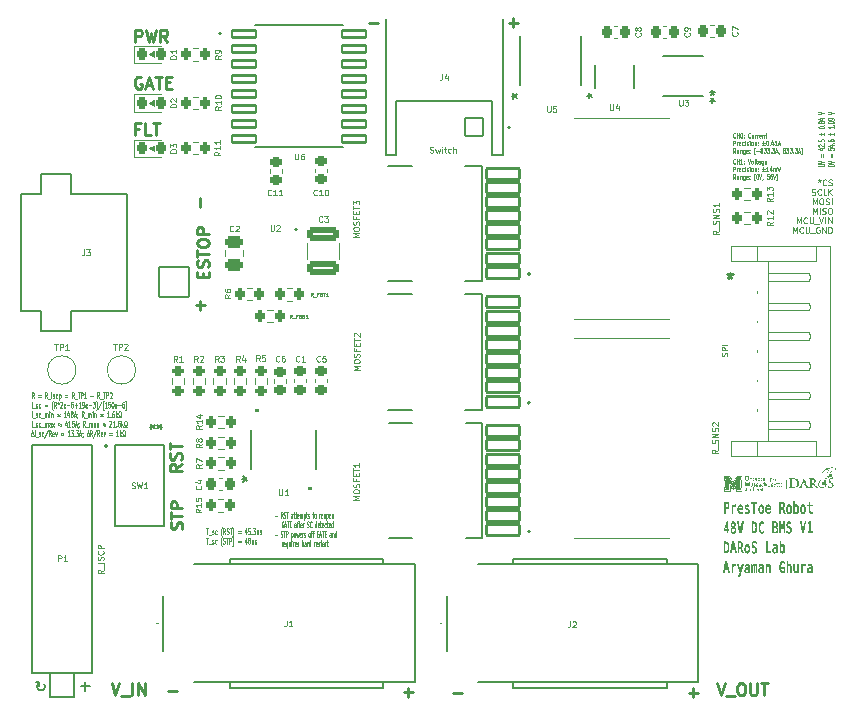
<source format=gto>
G04 #@! TF.GenerationSoftware,KiCad,Pcbnew,9.0.0*
G04 #@! TF.CreationDate,2025-07-23T17:32:58-04:00*
G04 #@! TF.ProjectId,PresToe_BMS_48V,50726573-546f-4655-9f42-4d535f343856,rev?*
G04 #@! TF.SameCoordinates,Original*
G04 #@! TF.FileFunction,Legend,Top*
G04 #@! TF.FilePolarity,Positive*
%FSLAX46Y46*%
G04 Gerber Fmt 4.6, Leading zero omitted, Abs format (unit mm)*
G04 Created by KiCad (PCBNEW 9.0.0) date 2025-07-23 17:32:58*
%MOMM*%
%LPD*%
G01*
G04 APERTURE LIST*
G04 Aperture macros list*
%AMRoundRect*
0 Rectangle with rounded corners*
0 $1 Rounding radius*
0 $2 $3 $4 $5 $6 $7 $8 $9 X,Y pos of 4 corners*
0 Add a 4 corners polygon primitive as box body*
4,1,4,$2,$3,$4,$5,$6,$7,$8,$9,$2,$3,0*
0 Add four circle primitives for the rounded corners*
1,1,$1+$1,$2,$3*
1,1,$1+$1,$4,$5*
1,1,$1+$1,$6,$7*
1,1,$1+$1,$8,$9*
0 Add four rect primitives between the rounded corners*
20,1,$1+$1,$2,$3,$4,$5,0*
20,1,$1+$1,$4,$5,$6,$7,0*
20,1,$1+$1,$6,$7,$8,$9,0*
20,1,$1+$1,$8,$9,$2,$3,0*%
G04 Aperture macros list end*
%ADD10C,0.075000*%
%ADD11C,0.100000*%
%ADD12C,0.250000*%
%ADD13C,0.125000*%
%ADD14C,0.200000*%
%ADD15C,0.175000*%
%ADD16C,0.062500*%
%ADD17C,0.150000*%
%ADD18C,0.000000*%
%ADD19C,0.127000*%
%ADD20C,0.152400*%
%ADD21C,0.120000*%
%ADD22C,0.010000*%
%ADD23RoundRect,0.102000X1.400000X0.450000X-1.400000X0.450000X-1.400000X-0.450000X1.400000X-0.450000X0*%
%ADD24R,0.279400X1.358900*%
%ADD25RoundRect,0.250000X-1.100000X0.325000X-1.100000X-0.325000X1.100000X-0.325000X1.100000X0.325000X0*%
%ADD26C,0.800000*%
%ADD27C,6.400000*%
%ADD28R,0.508000X1.422400*%
%ADD29RoundRect,0.225000X0.250000X-0.225000X0.250000X0.225000X-0.250000X0.225000X-0.250000X-0.225000X0*%
%ADD30C,1.295400*%
%ADD31RoundRect,0.200000X0.275000X-0.200000X0.275000X0.200000X-0.275000X0.200000X-0.275000X-0.200000X0*%
%ADD32R,0.558800X0.977900*%
%ADD33R,4.000000X15.500000*%
%ADD34RoundRect,0.225000X0.225000X0.250000X-0.225000X0.250000X-0.225000X-0.250000X0.225000X-0.250000X0*%
%ADD35RoundRect,0.200000X-0.200000X-0.275000X0.200000X-0.275000X0.200000X0.275000X-0.200000X0.275000X0*%
%ADD36RoundRect,0.102000X0.754000X0.754000X-0.754000X0.754000X-0.754000X-0.754000X0.754000X-0.754000X0*%
%ADD37C,1.712000*%
%ADD38RoundRect,0.100500X-1.031500X-0.301500X1.031500X-0.301500X1.031500X0.301500X-1.031500X0.301500X0*%
%ADD39C,0.300000*%
%ADD40O,1.950000X1.700000*%
%ADD41C,2.000000*%
%ADD42RoundRect,0.218750X-0.218750X-0.256250X0.218750X-0.256250X0.218750X0.256250X-0.218750X0.256250X0*%
%ADD43RoundRect,0.250000X-0.475000X0.250000X-0.475000X-0.250000X0.475000X-0.250000X0.475000X0.250000X0*%
%ADD44R,9.150000X9.150000*%
%ADD45C,9.150000*%
%ADD46C,2.754000*%
%ADD47RoundRect,0.102000X1.275000X-1.275000X1.275000X1.275000X-1.275000X1.275000X-1.275000X-1.275000X0*%
%ADD48RoundRect,0.200000X0.200000X0.275000X-0.200000X0.275000X-0.200000X-0.275000X0.200000X-0.275000X0*%
%ADD49R,0.558800X1.981200*%
%ADD50R,1.333500X0.431800*%
%ADD51RoundRect,0.225000X-0.225000X-0.250000X0.225000X-0.250000X0.225000X0.250000X-0.225000X0.250000X0*%
%ADD52RoundRect,0.225000X-0.250000X0.225000X-0.250000X-0.225000X0.250000X-0.225000X0.250000X0.225000X0*%
G04 APERTURE END LIST*
D10*
X44927913Y-69579937D02*
X45099342Y-69579937D01*
X45013627Y-70079937D02*
X45013627Y-69579937D01*
X45127913Y-70127556D02*
X45356484Y-70127556D01*
X45413626Y-70056128D02*
X45442198Y-70079937D01*
X45442198Y-70079937D02*
X45499341Y-70079937D01*
X45499341Y-70079937D02*
X45527912Y-70056128D01*
X45527912Y-70056128D02*
X45542198Y-70008508D01*
X45542198Y-70008508D02*
X45542198Y-69984699D01*
X45542198Y-69984699D02*
X45527912Y-69937080D01*
X45527912Y-69937080D02*
X45499341Y-69913270D01*
X45499341Y-69913270D02*
X45456484Y-69913270D01*
X45456484Y-69913270D02*
X45427912Y-69889461D01*
X45427912Y-69889461D02*
X45413626Y-69841842D01*
X45413626Y-69841842D02*
X45413626Y-69818032D01*
X45413626Y-69818032D02*
X45427912Y-69770413D01*
X45427912Y-69770413D02*
X45456484Y-69746604D01*
X45456484Y-69746604D02*
X45499341Y-69746604D01*
X45499341Y-69746604D02*
X45527912Y-69770413D01*
X45799341Y-70056128D02*
X45770769Y-70079937D01*
X45770769Y-70079937D02*
X45713626Y-70079937D01*
X45713626Y-70079937D02*
X45685055Y-70056128D01*
X45685055Y-70056128D02*
X45670769Y-70032318D01*
X45670769Y-70032318D02*
X45656483Y-69984699D01*
X45656483Y-69984699D02*
X45656483Y-69841842D01*
X45656483Y-69841842D02*
X45670769Y-69794223D01*
X45670769Y-69794223D02*
X45685055Y-69770413D01*
X45685055Y-69770413D02*
X45713626Y-69746604D01*
X45713626Y-69746604D02*
X45770769Y-69746604D01*
X45770769Y-69746604D02*
X45799341Y-69770413D01*
X46242197Y-70270413D02*
X46227912Y-70246604D01*
X46227912Y-70246604D02*
X46199340Y-70175175D01*
X46199340Y-70175175D02*
X46185055Y-70127556D01*
X46185055Y-70127556D02*
X46170769Y-70056128D01*
X46170769Y-70056128D02*
X46156483Y-69937080D01*
X46156483Y-69937080D02*
X46156483Y-69841842D01*
X46156483Y-69841842D02*
X46170769Y-69722794D01*
X46170769Y-69722794D02*
X46185055Y-69651366D01*
X46185055Y-69651366D02*
X46199340Y-69603747D01*
X46199340Y-69603747D02*
X46227912Y-69532318D01*
X46227912Y-69532318D02*
X46242197Y-69508508D01*
X46527912Y-70079937D02*
X46427912Y-69841842D01*
X46356483Y-70079937D02*
X46356483Y-69579937D01*
X46356483Y-69579937D02*
X46470769Y-69579937D01*
X46470769Y-69579937D02*
X46499340Y-69603747D01*
X46499340Y-69603747D02*
X46513626Y-69627556D01*
X46513626Y-69627556D02*
X46527912Y-69675175D01*
X46527912Y-69675175D02*
X46527912Y-69746604D01*
X46527912Y-69746604D02*
X46513626Y-69794223D01*
X46513626Y-69794223D02*
X46499340Y-69818032D01*
X46499340Y-69818032D02*
X46470769Y-69841842D01*
X46470769Y-69841842D02*
X46356483Y-69841842D01*
X46642197Y-70056128D02*
X46685055Y-70079937D01*
X46685055Y-70079937D02*
X46756483Y-70079937D01*
X46756483Y-70079937D02*
X46785055Y-70056128D01*
X46785055Y-70056128D02*
X46799340Y-70032318D01*
X46799340Y-70032318D02*
X46813626Y-69984699D01*
X46813626Y-69984699D02*
X46813626Y-69937080D01*
X46813626Y-69937080D02*
X46799340Y-69889461D01*
X46799340Y-69889461D02*
X46785055Y-69865651D01*
X46785055Y-69865651D02*
X46756483Y-69841842D01*
X46756483Y-69841842D02*
X46699340Y-69818032D01*
X46699340Y-69818032D02*
X46670769Y-69794223D01*
X46670769Y-69794223D02*
X46656483Y-69770413D01*
X46656483Y-69770413D02*
X46642197Y-69722794D01*
X46642197Y-69722794D02*
X46642197Y-69675175D01*
X46642197Y-69675175D02*
X46656483Y-69627556D01*
X46656483Y-69627556D02*
X46670769Y-69603747D01*
X46670769Y-69603747D02*
X46699340Y-69579937D01*
X46699340Y-69579937D02*
X46770769Y-69579937D01*
X46770769Y-69579937D02*
X46813626Y-69603747D01*
X46899340Y-69579937D02*
X47070769Y-69579937D01*
X46985054Y-70079937D02*
X46985054Y-69579937D01*
X47142197Y-70270413D02*
X47156482Y-70246604D01*
X47156482Y-70246604D02*
X47185054Y-70175175D01*
X47185054Y-70175175D02*
X47199340Y-70127556D01*
X47199340Y-70127556D02*
X47213625Y-70056128D01*
X47213625Y-70056128D02*
X47227911Y-69937080D01*
X47227911Y-69937080D02*
X47227911Y-69841842D01*
X47227911Y-69841842D02*
X47213625Y-69722794D01*
X47213625Y-69722794D02*
X47199340Y-69651366D01*
X47199340Y-69651366D02*
X47185054Y-69603747D01*
X47185054Y-69603747D02*
X47156482Y-69532318D01*
X47156482Y-69532318D02*
X47142197Y-69508508D01*
X47599339Y-69818032D02*
X47827911Y-69818032D01*
X47827911Y-69960889D02*
X47599339Y-69960889D01*
X48327911Y-69746604D02*
X48327911Y-70079937D01*
X48256482Y-69556128D02*
X48185053Y-69913270D01*
X48185053Y-69913270D02*
X48370768Y-69913270D01*
X48627910Y-69579937D02*
X48485053Y-69579937D01*
X48485053Y-69579937D02*
X48470767Y-69818032D01*
X48470767Y-69818032D02*
X48485053Y-69794223D01*
X48485053Y-69794223D02*
X48513625Y-69770413D01*
X48513625Y-69770413D02*
X48585053Y-69770413D01*
X48585053Y-69770413D02*
X48613625Y-69794223D01*
X48613625Y-69794223D02*
X48627910Y-69818032D01*
X48627910Y-69818032D02*
X48642196Y-69865651D01*
X48642196Y-69865651D02*
X48642196Y-69984699D01*
X48642196Y-69984699D02*
X48627910Y-70032318D01*
X48627910Y-70032318D02*
X48613625Y-70056128D01*
X48613625Y-70056128D02*
X48585053Y-70079937D01*
X48585053Y-70079937D02*
X48513625Y-70079937D01*
X48513625Y-70079937D02*
X48485053Y-70056128D01*
X48485053Y-70056128D02*
X48470767Y-70032318D01*
X48770767Y-70032318D02*
X48785053Y-70056128D01*
X48785053Y-70056128D02*
X48770767Y-70079937D01*
X48770767Y-70079937D02*
X48756481Y-70056128D01*
X48756481Y-70056128D02*
X48770767Y-70032318D01*
X48770767Y-70032318D02*
X48770767Y-70079937D01*
X48885053Y-69579937D02*
X49070767Y-69579937D01*
X49070767Y-69579937D02*
X48970767Y-69770413D01*
X48970767Y-69770413D02*
X49013624Y-69770413D01*
X49013624Y-69770413D02*
X49042196Y-69794223D01*
X49042196Y-69794223D02*
X49056481Y-69818032D01*
X49056481Y-69818032D02*
X49070767Y-69865651D01*
X49070767Y-69865651D02*
X49070767Y-69984699D01*
X49070767Y-69984699D02*
X49056481Y-70032318D01*
X49056481Y-70032318D02*
X49042196Y-70056128D01*
X49042196Y-70056128D02*
X49013624Y-70079937D01*
X49013624Y-70079937D02*
X48927910Y-70079937D01*
X48927910Y-70079937D02*
X48899338Y-70056128D01*
X48899338Y-70056128D02*
X48885053Y-70032318D01*
X49327910Y-69746604D02*
X49327910Y-70079937D01*
X49199338Y-69746604D02*
X49199338Y-70008508D01*
X49199338Y-70008508D02*
X49213624Y-70056128D01*
X49213624Y-70056128D02*
X49242195Y-70079937D01*
X49242195Y-70079937D02*
X49285052Y-70079937D01*
X49285052Y-70079937D02*
X49313624Y-70056128D01*
X49313624Y-70056128D02*
X49327910Y-70032318D01*
X49456481Y-70056128D02*
X49485053Y-70079937D01*
X49485053Y-70079937D02*
X49542196Y-70079937D01*
X49542196Y-70079937D02*
X49570767Y-70056128D01*
X49570767Y-70056128D02*
X49585053Y-70008508D01*
X49585053Y-70008508D02*
X49585053Y-69984699D01*
X49585053Y-69984699D02*
X49570767Y-69937080D01*
X49570767Y-69937080D02*
X49542196Y-69913270D01*
X49542196Y-69913270D02*
X49499339Y-69913270D01*
X49499339Y-69913270D02*
X49470767Y-69889461D01*
X49470767Y-69889461D02*
X49456481Y-69841842D01*
X49456481Y-69841842D02*
X49456481Y-69818032D01*
X49456481Y-69818032D02*
X49470767Y-69770413D01*
X49470767Y-69770413D02*
X49499339Y-69746604D01*
X49499339Y-69746604D02*
X49542196Y-69746604D01*
X49542196Y-69746604D02*
X49570767Y-69770413D01*
X44927913Y-70384909D02*
X45099342Y-70384909D01*
X45013627Y-70884909D02*
X45013627Y-70384909D01*
X45127913Y-70932528D02*
X45356484Y-70932528D01*
X45413626Y-70861100D02*
X45442198Y-70884909D01*
X45442198Y-70884909D02*
X45499341Y-70884909D01*
X45499341Y-70884909D02*
X45527912Y-70861100D01*
X45527912Y-70861100D02*
X45542198Y-70813480D01*
X45542198Y-70813480D02*
X45542198Y-70789671D01*
X45542198Y-70789671D02*
X45527912Y-70742052D01*
X45527912Y-70742052D02*
X45499341Y-70718242D01*
X45499341Y-70718242D02*
X45456484Y-70718242D01*
X45456484Y-70718242D02*
X45427912Y-70694433D01*
X45427912Y-70694433D02*
X45413626Y-70646814D01*
X45413626Y-70646814D02*
X45413626Y-70623004D01*
X45413626Y-70623004D02*
X45427912Y-70575385D01*
X45427912Y-70575385D02*
X45456484Y-70551576D01*
X45456484Y-70551576D02*
X45499341Y-70551576D01*
X45499341Y-70551576D02*
X45527912Y-70575385D01*
X45799341Y-70861100D02*
X45770769Y-70884909D01*
X45770769Y-70884909D02*
X45713626Y-70884909D01*
X45713626Y-70884909D02*
X45685055Y-70861100D01*
X45685055Y-70861100D02*
X45670769Y-70837290D01*
X45670769Y-70837290D02*
X45656483Y-70789671D01*
X45656483Y-70789671D02*
X45656483Y-70646814D01*
X45656483Y-70646814D02*
X45670769Y-70599195D01*
X45670769Y-70599195D02*
X45685055Y-70575385D01*
X45685055Y-70575385D02*
X45713626Y-70551576D01*
X45713626Y-70551576D02*
X45770769Y-70551576D01*
X45770769Y-70551576D02*
X45799341Y-70575385D01*
X46242197Y-71075385D02*
X46227912Y-71051576D01*
X46227912Y-71051576D02*
X46199340Y-70980147D01*
X46199340Y-70980147D02*
X46185055Y-70932528D01*
X46185055Y-70932528D02*
X46170769Y-70861100D01*
X46170769Y-70861100D02*
X46156483Y-70742052D01*
X46156483Y-70742052D02*
X46156483Y-70646814D01*
X46156483Y-70646814D02*
X46170769Y-70527766D01*
X46170769Y-70527766D02*
X46185055Y-70456338D01*
X46185055Y-70456338D02*
X46199340Y-70408719D01*
X46199340Y-70408719D02*
X46227912Y-70337290D01*
X46227912Y-70337290D02*
X46242197Y-70313480D01*
X46342197Y-70861100D02*
X46385055Y-70884909D01*
X46385055Y-70884909D02*
X46456483Y-70884909D01*
X46456483Y-70884909D02*
X46485055Y-70861100D01*
X46485055Y-70861100D02*
X46499340Y-70837290D01*
X46499340Y-70837290D02*
X46513626Y-70789671D01*
X46513626Y-70789671D02*
X46513626Y-70742052D01*
X46513626Y-70742052D02*
X46499340Y-70694433D01*
X46499340Y-70694433D02*
X46485055Y-70670623D01*
X46485055Y-70670623D02*
X46456483Y-70646814D01*
X46456483Y-70646814D02*
X46399340Y-70623004D01*
X46399340Y-70623004D02*
X46370769Y-70599195D01*
X46370769Y-70599195D02*
X46356483Y-70575385D01*
X46356483Y-70575385D02*
X46342197Y-70527766D01*
X46342197Y-70527766D02*
X46342197Y-70480147D01*
X46342197Y-70480147D02*
X46356483Y-70432528D01*
X46356483Y-70432528D02*
X46370769Y-70408719D01*
X46370769Y-70408719D02*
X46399340Y-70384909D01*
X46399340Y-70384909D02*
X46470769Y-70384909D01*
X46470769Y-70384909D02*
X46513626Y-70408719D01*
X46599340Y-70384909D02*
X46770769Y-70384909D01*
X46685054Y-70884909D02*
X46685054Y-70384909D01*
X46870768Y-70884909D02*
X46870768Y-70384909D01*
X46870768Y-70384909D02*
X46985054Y-70384909D01*
X46985054Y-70384909D02*
X47013625Y-70408719D01*
X47013625Y-70408719D02*
X47027911Y-70432528D01*
X47027911Y-70432528D02*
X47042197Y-70480147D01*
X47042197Y-70480147D02*
X47042197Y-70551576D01*
X47042197Y-70551576D02*
X47027911Y-70599195D01*
X47027911Y-70599195D02*
X47013625Y-70623004D01*
X47013625Y-70623004D02*
X46985054Y-70646814D01*
X46985054Y-70646814D02*
X46870768Y-70646814D01*
X47142197Y-71075385D02*
X47156482Y-71051576D01*
X47156482Y-71051576D02*
X47185054Y-70980147D01*
X47185054Y-70980147D02*
X47199340Y-70932528D01*
X47199340Y-70932528D02*
X47213625Y-70861100D01*
X47213625Y-70861100D02*
X47227911Y-70742052D01*
X47227911Y-70742052D02*
X47227911Y-70646814D01*
X47227911Y-70646814D02*
X47213625Y-70527766D01*
X47213625Y-70527766D02*
X47199340Y-70456338D01*
X47199340Y-70456338D02*
X47185054Y-70408719D01*
X47185054Y-70408719D02*
X47156482Y-70337290D01*
X47156482Y-70337290D02*
X47142197Y-70313480D01*
X47599339Y-70623004D02*
X47827911Y-70623004D01*
X47827911Y-70765861D02*
X47599339Y-70765861D01*
X48327911Y-70551576D02*
X48327911Y-70884909D01*
X48256482Y-70361100D02*
X48185053Y-70718242D01*
X48185053Y-70718242D02*
X48370768Y-70718242D01*
X48527910Y-70599195D02*
X48499339Y-70575385D01*
X48499339Y-70575385D02*
X48485053Y-70551576D01*
X48485053Y-70551576D02*
X48470767Y-70503957D01*
X48470767Y-70503957D02*
X48470767Y-70480147D01*
X48470767Y-70480147D02*
X48485053Y-70432528D01*
X48485053Y-70432528D02*
X48499339Y-70408719D01*
X48499339Y-70408719D02*
X48527910Y-70384909D01*
X48527910Y-70384909D02*
X48585053Y-70384909D01*
X48585053Y-70384909D02*
X48613625Y-70408719D01*
X48613625Y-70408719D02*
X48627910Y-70432528D01*
X48627910Y-70432528D02*
X48642196Y-70480147D01*
X48642196Y-70480147D02*
X48642196Y-70503957D01*
X48642196Y-70503957D02*
X48627910Y-70551576D01*
X48627910Y-70551576D02*
X48613625Y-70575385D01*
X48613625Y-70575385D02*
X48585053Y-70599195D01*
X48585053Y-70599195D02*
X48527910Y-70599195D01*
X48527910Y-70599195D02*
X48499339Y-70623004D01*
X48499339Y-70623004D02*
X48485053Y-70646814D01*
X48485053Y-70646814D02*
X48470767Y-70694433D01*
X48470767Y-70694433D02*
X48470767Y-70789671D01*
X48470767Y-70789671D02*
X48485053Y-70837290D01*
X48485053Y-70837290D02*
X48499339Y-70861100D01*
X48499339Y-70861100D02*
X48527910Y-70884909D01*
X48527910Y-70884909D02*
X48585053Y-70884909D01*
X48585053Y-70884909D02*
X48613625Y-70861100D01*
X48613625Y-70861100D02*
X48627910Y-70837290D01*
X48627910Y-70837290D02*
X48642196Y-70789671D01*
X48642196Y-70789671D02*
X48642196Y-70694433D01*
X48642196Y-70694433D02*
X48627910Y-70646814D01*
X48627910Y-70646814D02*
X48613625Y-70623004D01*
X48613625Y-70623004D02*
X48585053Y-70599195D01*
X48899339Y-70551576D02*
X48899339Y-70884909D01*
X48770767Y-70551576D02*
X48770767Y-70813480D01*
X48770767Y-70813480D02*
X48785053Y-70861100D01*
X48785053Y-70861100D02*
X48813624Y-70884909D01*
X48813624Y-70884909D02*
X48856481Y-70884909D01*
X48856481Y-70884909D02*
X48885053Y-70861100D01*
X48885053Y-70861100D02*
X48899339Y-70837290D01*
X49027910Y-70861100D02*
X49056482Y-70884909D01*
X49056482Y-70884909D02*
X49113625Y-70884909D01*
X49113625Y-70884909D02*
X49142196Y-70861100D01*
X49142196Y-70861100D02*
X49156482Y-70813480D01*
X49156482Y-70813480D02*
X49156482Y-70789671D01*
X49156482Y-70789671D02*
X49142196Y-70742052D01*
X49142196Y-70742052D02*
X49113625Y-70718242D01*
X49113625Y-70718242D02*
X49070768Y-70718242D01*
X49070768Y-70718242D02*
X49042196Y-70694433D01*
X49042196Y-70694433D02*
X49027910Y-70646814D01*
X49027910Y-70646814D02*
X49027910Y-70623004D01*
X49027910Y-70623004D02*
X49042196Y-70575385D01*
X49042196Y-70575385D02*
X49070768Y-70551576D01*
X49070768Y-70551576D02*
X49113625Y-70551576D01*
X49113625Y-70551576D02*
X49142196Y-70575385D01*
X96754937Y-38929229D02*
X97159699Y-38929229D01*
X97159699Y-38929229D02*
X97207318Y-38914943D01*
X97207318Y-38914943D02*
X97231128Y-38900658D01*
X97231128Y-38900658D02*
X97254937Y-38872086D01*
X97254937Y-38872086D02*
X97254937Y-38814943D01*
X97254937Y-38814943D02*
X97231128Y-38786372D01*
X97231128Y-38786372D02*
X97207318Y-38772086D01*
X97207318Y-38772086D02*
X97159699Y-38757800D01*
X97159699Y-38757800D02*
X96754937Y-38757800D01*
X96754937Y-38657800D02*
X97254937Y-38557800D01*
X97254937Y-38557800D02*
X96754937Y-38457800D01*
X96993032Y-38129229D02*
X96993032Y-37900658D01*
X97135889Y-37900658D02*
X97135889Y-38129229D01*
X96921604Y-37400658D02*
X97254937Y-37400658D01*
X96731128Y-37472086D02*
X97088270Y-37543515D01*
X97088270Y-37543515D02*
X97088270Y-37357800D01*
X96802556Y-37257801D02*
X96778747Y-37243515D01*
X96778747Y-37243515D02*
X96754937Y-37214944D01*
X96754937Y-37214944D02*
X96754937Y-37143515D01*
X96754937Y-37143515D02*
X96778747Y-37114944D01*
X96778747Y-37114944D02*
X96802556Y-37100658D01*
X96802556Y-37100658D02*
X96850175Y-37086372D01*
X96850175Y-37086372D02*
X96897794Y-37086372D01*
X96897794Y-37086372D02*
X96969223Y-37100658D01*
X96969223Y-37100658D02*
X97254937Y-37272086D01*
X97254937Y-37272086D02*
X97254937Y-37086372D01*
X97207318Y-36957801D02*
X97231128Y-36943515D01*
X97231128Y-36943515D02*
X97254937Y-36957801D01*
X97254937Y-36957801D02*
X97231128Y-36972087D01*
X97231128Y-36972087D02*
X97207318Y-36957801D01*
X97207318Y-36957801D02*
X97254937Y-36957801D01*
X96754937Y-36672087D02*
X96754937Y-36814944D01*
X96754937Y-36814944D02*
X96993032Y-36829230D01*
X96993032Y-36829230D02*
X96969223Y-36814944D01*
X96969223Y-36814944D02*
X96945413Y-36786373D01*
X96945413Y-36786373D02*
X96945413Y-36714944D01*
X96945413Y-36714944D02*
X96969223Y-36686373D01*
X96969223Y-36686373D02*
X96993032Y-36672087D01*
X96993032Y-36672087D02*
X97040651Y-36657801D01*
X97040651Y-36657801D02*
X97159699Y-36657801D01*
X97159699Y-36657801D02*
X97207318Y-36672087D01*
X97207318Y-36672087D02*
X97231128Y-36686373D01*
X97231128Y-36686373D02*
X97254937Y-36714944D01*
X97254937Y-36714944D02*
X97254937Y-36786373D01*
X97254937Y-36786373D02*
X97231128Y-36814944D01*
X97231128Y-36814944D02*
X97207318Y-36829230D01*
X96969223Y-36300659D02*
X96969223Y-36072088D01*
X97159699Y-36186373D02*
X96778747Y-36186373D01*
X97254937Y-36072088D02*
X97254937Y-36300659D01*
X96754937Y-35643516D02*
X96754937Y-35614945D01*
X96754937Y-35614945D02*
X96778747Y-35586373D01*
X96778747Y-35586373D02*
X96802556Y-35572088D01*
X96802556Y-35572088D02*
X96850175Y-35557802D01*
X96850175Y-35557802D02*
X96945413Y-35543516D01*
X96945413Y-35543516D02*
X97064461Y-35543516D01*
X97064461Y-35543516D02*
X97159699Y-35557802D01*
X97159699Y-35557802D02*
X97207318Y-35572088D01*
X97207318Y-35572088D02*
X97231128Y-35586373D01*
X97231128Y-35586373D02*
X97254937Y-35614945D01*
X97254937Y-35614945D02*
X97254937Y-35643516D01*
X97254937Y-35643516D02*
X97231128Y-35672088D01*
X97231128Y-35672088D02*
X97207318Y-35686373D01*
X97207318Y-35686373D02*
X97159699Y-35700659D01*
X97159699Y-35700659D02*
X97064461Y-35714945D01*
X97064461Y-35714945D02*
X96945413Y-35714945D01*
X96945413Y-35714945D02*
X96850175Y-35700659D01*
X96850175Y-35700659D02*
X96802556Y-35686373D01*
X96802556Y-35686373D02*
X96778747Y-35672088D01*
X96778747Y-35672088D02*
X96754937Y-35643516D01*
X97207318Y-35414945D02*
X97231128Y-35400659D01*
X97231128Y-35400659D02*
X97254937Y-35414945D01*
X97254937Y-35414945D02*
X97231128Y-35429231D01*
X97231128Y-35429231D02*
X97207318Y-35414945D01*
X97207318Y-35414945D02*
X97254937Y-35414945D01*
X96969223Y-35229231D02*
X96945413Y-35257802D01*
X96945413Y-35257802D02*
X96921604Y-35272088D01*
X96921604Y-35272088D02*
X96873985Y-35286374D01*
X96873985Y-35286374D02*
X96850175Y-35286374D01*
X96850175Y-35286374D02*
X96802556Y-35272088D01*
X96802556Y-35272088D02*
X96778747Y-35257802D01*
X96778747Y-35257802D02*
X96754937Y-35229231D01*
X96754937Y-35229231D02*
X96754937Y-35172088D01*
X96754937Y-35172088D02*
X96778747Y-35143517D01*
X96778747Y-35143517D02*
X96802556Y-35129231D01*
X96802556Y-35129231D02*
X96850175Y-35114945D01*
X96850175Y-35114945D02*
X96873985Y-35114945D01*
X96873985Y-35114945D02*
X96921604Y-35129231D01*
X96921604Y-35129231D02*
X96945413Y-35143517D01*
X96945413Y-35143517D02*
X96969223Y-35172088D01*
X96969223Y-35172088D02*
X96969223Y-35229231D01*
X96969223Y-35229231D02*
X96993032Y-35257802D01*
X96993032Y-35257802D02*
X97016842Y-35272088D01*
X97016842Y-35272088D02*
X97064461Y-35286374D01*
X97064461Y-35286374D02*
X97159699Y-35286374D01*
X97159699Y-35286374D02*
X97207318Y-35272088D01*
X97207318Y-35272088D02*
X97231128Y-35257802D01*
X97231128Y-35257802D02*
X97254937Y-35229231D01*
X97254937Y-35229231D02*
X97254937Y-35172088D01*
X97254937Y-35172088D02*
X97231128Y-35143517D01*
X97231128Y-35143517D02*
X97207318Y-35129231D01*
X97207318Y-35129231D02*
X97159699Y-35114945D01*
X97159699Y-35114945D02*
X97064461Y-35114945D01*
X97064461Y-35114945D02*
X97016842Y-35129231D01*
X97016842Y-35129231D02*
X96993032Y-35143517D01*
X96993032Y-35143517D02*
X96969223Y-35172088D01*
X96921604Y-34857803D02*
X97254937Y-34857803D01*
X96731128Y-34929231D02*
X97088270Y-35000660D01*
X97088270Y-35000660D02*
X97088270Y-34814945D01*
X96754937Y-34514946D02*
X97254937Y-34414946D01*
X97254937Y-34414946D02*
X96754937Y-34314946D01*
X97559909Y-38872086D02*
X97559909Y-38814943D01*
X97559909Y-38814943D02*
X97583719Y-38786372D01*
X97583719Y-38786372D02*
X97631338Y-38757800D01*
X97631338Y-38757800D02*
X97726576Y-38743515D01*
X97726576Y-38743515D02*
X97893242Y-38743515D01*
X97893242Y-38743515D02*
X97988480Y-38757800D01*
X97988480Y-38757800D02*
X98036100Y-38786372D01*
X98036100Y-38786372D02*
X98059909Y-38814943D01*
X98059909Y-38814943D02*
X98059909Y-38872086D01*
X98059909Y-38872086D02*
X98036100Y-38900658D01*
X98036100Y-38900658D02*
X97988480Y-38929229D01*
X97988480Y-38929229D02*
X97893242Y-38943515D01*
X97893242Y-38943515D02*
X97726576Y-38943515D01*
X97726576Y-38943515D02*
X97631338Y-38929229D01*
X97631338Y-38929229D02*
X97583719Y-38900658D01*
X97583719Y-38900658D02*
X97559909Y-38872086D01*
X97559909Y-38657800D02*
X98059909Y-38557800D01*
X98059909Y-38557800D02*
X97559909Y-38457800D01*
X97798004Y-38129229D02*
X97798004Y-37900658D01*
X97940861Y-37900658D02*
X97940861Y-38129229D01*
X97559909Y-37386372D02*
X97559909Y-37529229D01*
X97559909Y-37529229D02*
X97798004Y-37543515D01*
X97798004Y-37543515D02*
X97774195Y-37529229D01*
X97774195Y-37529229D02*
X97750385Y-37500658D01*
X97750385Y-37500658D02*
X97750385Y-37429229D01*
X97750385Y-37429229D02*
X97774195Y-37400658D01*
X97774195Y-37400658D02*
X97798004Y-37386372D01*
X97798004Y-37386372D02*
X97845623Y-37372086D01*
X97845623Y-37372086D02*
X97964671Y-37372086D01*
X97964671Y-37372086D02*
X98012290Y-37386372D01*
X98012290Y-37386372D02*
X98036100Y-37400658D01*
X98036100Y-37400658D02*
X98059909Y-37429229D01*
X98059909Y-37429229D02*
X98059909Y-37500658D01*
X98059909Y-37500658D02*
X98036100Y-37529229D01*
X98036100Y-37529229D02*
X98012290Y-37543515D01*
X97726576Y-37114944D02*
X98059909Y-37114944D01*
X97536100Y-37186372D02*
X97893242Y-37257801D01*
X97893242Y-37257801D02*
X97893242Y-37072086D01*
X98012290Y-36957801D02*
X98036100Y-36943515D01*
X98036100Y-36943515D02*
X98059909Y-36957801D01*
X98059909Y-36957801D02*
X98036100Y-36972087D01*
X98036100Y-36972087D02*
X98012290Y-36957801D01*
X98012290Y-36957801D02*
X98059909Y-36957801D01*
X97559909Y-36686373D02*
X97559909Y-36743515D01*
X97559909Y-36743515D02*
X97583719Y-36772087D01*
X97583719Y-36772087D02*
X97607528Y-36786373D01*
X97607528Y-36786373D02*
X97678957Y-36814944D01*
X97678957Y-36814944D02*
X97774195Y-36829230D01*
X97774195Y-36829230D02*
X97964671Y-36829230D01*
X97964671Y-36829230D02*
X98012290Y-36814944D01*
X98012290Y-36814944D02*
X98036100Y-36800658D01*
X98036100Y-36800658D02*
X98059909Y-36772087D01*
X98059909Y-36772087D02*
X98059909Y-36714944D01*
X98059909Y-36714944D02*
X98036100Y-36686373D01*
X98036100Y-36686373D02*
X98012290Y-36672087D01*
X98012290Y-36672087D02*
X97964671Y-36657801D01*
X97964671Y-36657801D02*
X97845623Y-36657801D01*
X97845623Y-36657801D02*
X97798004Y-36672087D01*
X97798004Y-36672087D02*
X97774195Y-36686373D01*
X97774195Y-36686373D02*
X97750385Y-36714944D01*
X97750385Y-36714944D02*
X97750385Y-36772087D01*
X97750385Y-36772087D02*
X97774195Y-36800658D01*
X97774195Y-36800658D02*
X97798004Y-36814944D01*
X97798004Y-36814944D02*
X97845623Y-36829230D01*
X97774195Y-36300659D02*
X97774195Y-36072088D01*
X97964671Y-36186373D02*
X97583719Y-36186373D01*
X98059909Y-36072088D02*
X98059909Y-36300659D01*
X98059909Y-35543516D02*
X98059909Y-35714945D01*
X98059909Y-35629230D02*
X97559909Y-35629230D01*
X97559909Y-35629230D02*
X97631338Y-35657802D01*
X97631338Y-35657802D02*
X97678957Y-35686373D01*
X97678957Y-35686373D02*
X97702766Y-35714945D01*
X98012290Y-35414945D02*
X98036100Y-35400659D01*
X98036100Y-35400659D02*
X98059909Y-35414945D01*
X98059909Y-35414945D02*
X98036100Y-35429231D01*
X98036100Y-35429231D02*
X98012290Y-35414945D01*
X98012290Y-35414945D02*
X98059909Y-35414945D01*
X97559909Y-35214945D02*
X97559909Y-35186374D01*
X97559909Y-35186374D02*
X97583719Y-35157802D01*
X97583719Y-35157802D02*
X97607528Y-35143517D01*
X97607528Y-35143517D02*
X97655147Y-35129231D01*
X97655147Y-35129231D02*
X97750385Y-35114945D01*
X97750385Y-35114945D02*
X97869433Y-35114945D01*
X97869433Y-35114945D02*
X97964671Y-35129231D01*
X97964671Y-35129231D02*
X98012290Y-35143517D01*
X98012290Y-35143517D02*
X98036100Y-35157802D01*
X98036100Y-35157802D02*
X98059909Y-35186374D01*
X98059909Y-35186374D02*
X98059909Y-35214945D01*
X98059909Y-35214945D02*
X98036100Y-35243517D01*
X98036100Y-35243517D02*
X98012290Y-35257802D01*
X98012290Y-35257802D02*
X97964671Y-35272088D01*
X97964671Y-35272088D02*
X97869433Y-35286374D01*
X97869433Y-35286374D02*
X97750385Y-35286374D01*
X97750385Y-35286374D02*
X97655147Y-35272088D01*
X97655147Y-35272088D02*
X97607528Y-35257802D01*
X97607528Y-35257802D02*
X97583719Y-35243517D01*
X97583719Y-35243517D02*
X97559909Y-35214945D01*
X98059909Y-34972088D02*
X98059909Y-34914945D01*
X98059909Y-34914945D02*
X98036100Y-34886374D01*
X98036100Y-34886374D02*
X98012290Y-34872088D01*
X98012290Y-34872088D02*
X97940861Y-34843517D01*
X97940861Y-34843517D02*
X97845623Y-34829231D01*
X97845623Y-34829231D02*
X97655147Y-34829231D01*
X97655147Y-34829231D02*
X97607528Y-34843517D01*
X97607528Y-34843517D02*
X97583719Y-34857803D01*
X97583719Y-34857803D02*
X97559909Y-34886374D01*
X97559909Y-34886374D02*
X97559909Y-34943517D01*
X97559909Y-34943517D02*
X97583719Y-34972088D01*
X97583719Y-34972088D02*
X97607528Y-34986374D01*
X97607528Y-34986374D02*
X97655147Y-35000660D01*
X97655147Y-35000660D02*
X97774195Y-35000660D01*
X97774195Y-35000660D02*
X97821814Y-34986374D01*
X97821814Y-34986374D02*
X97845623Y-34972088D01*
X97845623Y-34972088D02*
X97869433Y-34943517D01*
X97869433Y-34943517D02*
X97869433Y-34886374D01*
X97869433Y-34886374D02*
X97845623Y-34857803D01*
X97845623Y-34857803D02*
X97821814Y-34843517D01*
X97821814Y-34843517D02*
X97774195Y-34829231D01*
X97559909Y-34514946D02*
X98059909Y-34414946D01*
X98059909Y-34414946D02*
X97559909Y-34314946D01*
X89717199Y-38671096D02*
X89702913Y-38690144D01*
X89702913Y-38690144D02*
X89660056Y-38709191D01*
X89660056Y-38709191D02*
X89631484Y-38709191D01*
X89631484Y-38709191D02*
X89588627Y-38690144D01*
X89588627Y-38690144D02*
X89560056Y-38652048D01*
X89560056Y-38652048D02*
X89545770Y-38613953D01*
X89545770Y-38613953D02*
X89531484Y-38537763D01*
X89531484Y-38537763D02*
X89531484Y-38480620D01*
X89531484Y-38480620D02*
X89545770Y-38404429D01*
X89545770Y-38404429D02*
X89560056Y-38366334D01*
X89560056Y-38366334D02*
X89588627Y-38328239D01*
X89588627Y-38328239D02*
X89631484Y-38309191D01*
X89631484Y-38309191D02*
X89660056Y-38309191D01*
X89660056Y-38309191D02*
X89702913Y-38328239D01*
X89702913Y-38328239D02*
X89717199Y-38347286D01*
X89845770Y-38709191D02*
X89845770Y-38309191D01*
X89845770Y-38499667D02*
X90017199Y-38499667D01*
X90017199Y-38709191D02*
X90017199Y-38309191D01*
X90317199Y-38709191D02*
X90145770Y-38709191D01*
X90231485Y-38709191D02*
X90231485Y-38309191D01*
X90231485Y-38309191D02*
X90202913Y-38366334D01*
X90202913Y-38366334D02*
X90174342Y-38404429D01*
X90174342Y-38404429D02*
X90145770Y-38423477D01*
X90445770Y-38671096D02*
X90460056Y-38690144D01*
X90460056Y-38690144D02*
X90445770Y-38709191D01*
X90445770Y-38709191D02*
X90431484Y-38690144D01*
X90431484Y-38690144D02*
X90445770Y-38671096D01*
X90445770Y-38671096D02*
X90445770Y-38709191D01*
X90445770Y-38461572D02*
X90460056Y-38480620D01*
X90460056Y-38480620D02*
X90445770Y-38499667D01*
X90445770Y-38499667D02*
X90431484Y-38480620D01*
X90431484Y-38480620D02*
X90445770Y-38461572D01*
X90445770Y-38461572D02*
X90445770Y-38499667D01*
X90774341Y-38309191D02*
X90874341Y-38709191D01*
X90874341Y-38709191D02*
X90974341Y-38309191D01*
X91117198Y-38709191D02*
X91088627Y-38690144D01*
X91088627Y-38690144D02*
X91074341Y-38671096D01*
X91074341Y-38671096D02*
X91060055Y-38633001D01*
X91060055Y-38633001D02*
X91060055Y-38518715D01*
X91060055Y-38518715D02*
X91074341Y-38480620D01*
X91074341Y-38480620D02*
X91088627Y-38461572D01*
X91088627Y-38461572D02*
X91117198Y-38442524D01*
X91117198Y-38442524D02*
X91160055Y-38442524D01*
X91160055Y-38442524D02*
X91188627Y-38461572D01*
X91188627Y-38461572D02*
X91202913Y-38480620D01*
X91202913Y-38480620D02*
X91217198Y-38518715D01*
X91217198Y-38518715D02*
X91217198Y-38633001D01*
X91217198Y-38633001D02*
X91202913Y-38671096D01*
X91202913Y-38671096D02*
X91188627Y-38690144D01*
X91188627Y-38690144D02*
X91160055Y-38709191D01*
X91160055Y-38709191D02*
X91117198Y-38709191D01*
X91388627Y-38709191D02*
X91360056Y-38690144D01*
X91360056Y-38690144D02*
X91345770Y-38652048D01*
X91345770Y-38652048D02*
X91345770Y-38309191D01*
X91460056Y-38442524D02*
X91574342Y-38442524D01*
X91502913Y-38309191D02*
X91502913Y-38652048D01*
X91502913Y-38652048D02*
X91517199Y-38690144D01*
X91517199Y-38690144D02*
X91545770Y-38709191D01*
X91545770Y-38709191D02*
X91574342Y-38709191D01*
X91802914Y-38709191D02*
X91802914Y-38499667D01*
X91802914Y-38499667D02*
X91788628Y-38461572D01*
X91788628Y-38461572D02*
X91760056Y-38442524D01*
X91760056Y-38442524D02*
X91702914Y-38442524D01*
X91702914Y-38442524D02*
X91674342Y-38461572D01*
X91802914Y-38690144D02*
X91774342Y-38709191D01*
X91774342Y-38709191D02*
X91702914Y-38709191D01*
X91702914Y-38709191D02*
X91674342Y-38690144D01*
X91674342Y-38690144D02*
X91660056Y-38652048D01*
X91660056Y-38652048D02*
X91660056Y-38613953D01*
X91660056Y-38613953D02*
X91674342Y-38575858D01*
X91674342Y-38575858D02*
X91702914Y-38556810D01*
X91702914Y-38556810D02*
X91774342Y-38556810D01*
X91774342Y-38556810D02*
X91802914Y-38537763D01*
X92074343Y-38442524D02*
X92074343Y-38766334D01*
X92074343Y-38766334D02*
X92060057Y-38804429D01*
X92060057Y-38804429D02*
X92045771Y-38823477D01*
X92045771Y-38823477D02*
X92017200Y-38842524D01*
X92017200Y-38842524D02*
X91974343Y-38842524D01*
X91974343Y-38842524D02*
X91945771Y-38823477D01*
X92074343Y-38690144D02*
X92045771Y-38709191D01*
X92045771Y-38709191D02*
X91988628Y-38709191D01*
X91988628Y-38709191D02*
X91960057Y-38690144D01*
X91960057Y-38690144D02*
X91945771Y-38671096D01*
X91945771Y-38671096D02*
X91931485Y-38633001D01*
X91931485Y-38633001D02*
X91931485Y-38518715D01*
X91931485Y-38518715D02*
X91945771Y-38480620D01*
X91945771Y-38480620D02*
X91960057Y-38461572D01*
X91960057Y-38461572D02*
X91988628Y-38442524D01*
X91988628Y-38442524D02*
X92045771Y-38442524D01*
X92045771Y-38442524D02*
X92074343Y-38461572D01*
X92331486Y-38690144D02*
X92302914Y-38709191D01*
X92302914Y-38709191D02*
X92245772Y-38709191D01*
X92245772Y-38709191D02*
X92217200Y-38690144D01*
X92217200Y-38690144D02*
X92202914Y-38652048D01*
X92202914Y-38652048D02*
X92202914Y-38499667D01*
X92202914Y-38499667D02*
X92217200Y-38461572D01*
X92217200Y-38461572D02*
X92245772Y-38442524D01*
X92245772Y-38442524D02*
X92302914Y-38442524D01*
X92302914Y-38442524D02*
X92331486Y-38461572D01*
X92331486Y-38461572D02*
X92345772Y-38499667D01*
X92345772Y-38499667D02*
X92345772Y-38537763D01*
X92345772Y-38537763D02*
X92202914Y-38575858D01*
X89545770Y-39353169D02*
X89545770Y-38953169D01*
X89545770Y-38953169D02*
X89660056Y-38953169D01*
X89660056Y-38953169D02*
X89688627Y-38972217D01*
X89688627Y-38972217D02*
X89702913Y-38991264D01*
X89702913Y-38991264D02*
X89717199Y-39029360D01*
X89717199Y-39029360D02*
X89717199Y-39086502D01*
X89717199Y-39086502D02*
X89702913Y-39124598D01*
X89702913Y-39124598D02*
X89688627Y-39143645D01*
X89688627Y-39143645D02*
X89660056Y-39162693D01*
X89660056Y-39162693D02*
X89545770Y-39162693D01*
X89845770Y-39353169D02*
X89845770Y-39086502D01*
X89845770Y-39162693D02*
X89860056Y-39124598D01*
X89860056Y-39124598D02*
X89874342Y-39105550D01*
X89874342Y-39105550D02*
X89902913Y-39086502D01*
X89902913Y-39086502D02*
X89931484Y-39086502D01*
X90145770Y-39334122D02*
X90117198Y-39353169D01*
X90117198Y-39353169D02*
X90060056Y-39353169D01*
X90060056Y-39353169D02*
X90031484Y-39334122D01*
X90031484Y-39334122D02*
X90017198Y-39296026D01*
X90017198Y-39296026D02*
X90017198Y-39143645D01*
X90017198Y-39143645D02*
X90031484Y-39105550D01*
X90031484Y-39105550D02*
X90060056Y-39086502D01*
X90060056Y-39086502D02*
X90117198Y-39086502D01*
X90117198Y-39086502D02*
X90145770Y-39105550D01*
X90145770Y-39105550D02*
X90160056Y-39143645D01*
X90160056Y-39143645D02*
X90160056Y-39181741D01*
X90160056Y-39181741D02*
X90017198Y-39219836D01*
X90417199Y-39334122D02*
X90388627Y-39353169D01*
X90388627Y-39353169D02*
X90331484Y-39353169D01*
X90331484Y-39353169D02*
X90302913Y-39334122D01*
X90302913Y-39334122D02*
X90288627Y-39315074D01*
X90288627Y-39315074D02*
X90274341Y-39276979D01*
X90274341Y-39276979D02*
X90274341Y-39162693D01*
X90274341Y-39162693D02*
X90288627Y-39124598D01*
X90288627Y-39124598D02*
X90302913Y-39105550D01*
X90302913Y-39105550D02*
X90331484Y-39086502D01*
X90331484Y-39086502D02*
X90388627Y-39086502D01*
X90388627Y-39086502D02*
X90417199Y-39105550D01*
X90545770Y-39353169D02*
X90545770Y-39086502D01*
X90545770Y-38953169D02*
X90531484Y-38972217D01*
X90531484Y-38972217D02*
X90545770Y-38991264D01*
X90545770Y-38991264D02*
X90560056Y-38972217D01*
X90560056Y-38972217D02*
X90545770Y-38953169D01*
X90545770Y-38953169D02*
X90545770Y-38991264D01*
X90674341Y-39334122D02*
X90702913Y-39353169D01*
X90702913Y-39353169D02*
X90760056Y-39353169D01*
X90760056Y-39353169D02*
X90788627Y-39334122D01*
X90788627Y-39334122D02*
X90802913Y-39296026D01*
X90802913Y-39296026D02*
X90802913Y-39276979D01*
X90802913Y-39276979D02*
X90788627Y-39238883D01*
X90788627Y-39238883D02*
X90760056Y-39219836D01*
X90760056Y-39219836D02*
X90717199Y-39219836D01*
X90717199Y-39219836D02*
X90688627Y-39200788D01*
X90688627Y-39200788D02*
X90674341Y-39162693D01*
X90674341Y-39162693D02*
X90674341Y-39143645D01*
X90674341Y-39143645D02*
X90688627Y-39105550D01*
X90688627Y-39105550D02*
X90717199Y-39086502D01*
X90717199Y-39086502D02*
X90760056Y-39086502D01*
X90760056Y-39086502D02*
X90788627Y-39105550D01*
X90931484Y-39353169D02*
X90931484Y-39086502D01*
X90931484Y-38953169D02*
X90917198Y-38972217D01*
X90917198Y-38972217D02*
X90931484Y-38991264D01*
X90931484Y-38991264D02*
X90945770Y-38972217D01*
X90945770Y-38972217D02*
X90931484Y-38953169D01*
X90931484Y-38953169D02*
X90931484Y-38991264D01*
X91117198Y-39353169D02*
X91088627Y-39334122D01*
X91088627Y-39334122D02*
X91074341Y-39315074D01*
X91074341Y-39315074D02*
X91060055Y-39276979D01*
X91060055Y-39276979D02*
X91060055Y-39162693D01*
X91060055Y-39162693D02*
X91074341Y-39124598D01*
X91074341Y-39124598D02*
X91088627Y-39105550D01*
X91088627Y-39105550D02*
X91117198Y-39086502D01*
X91117198Y-39086502D02*
X91160055Y-39086502D01*
X91160055Y-39086502D02*
X91188627Y-39105550D01*
X91188627Y-39105550D02*
X91202913Y-39124598D01*
X91202913Y-39124598D02*
X91217198Y-39162693D01*
X91217198Y-39162693D02*
X91217198Y-39276979D01*
X91217198Y-39276979D02*
X91202913Y-39315074D01*
X91202913Y-39315074D02*
X91188627Y-39334122D01*
X91188627Y-39334122D02*
X91160055Y-39353169D01*
X91160055Y-39353169D02*
X91117198Y-39353169D01*
X91345770Y-39086502D02*
X91345770Y-39353169D01*
X91345770Y-39124598D02*
X91360056Y-39105550D01*
X91360056Y-39105550D02*
X91388627Y-39086502D01*
X91388627Y-39086502D02*
X91431484Y-39086502D01*
X91431484Y-39086502D02*
X91460056Y-39105550D01*
X91460056Y-39105550D02*
X91474342Y-39143645D01*
X91474342Y-39143645D02*
X91474342Y-39353169D01*
X91617199Y-39315074D02*
X91631485Y-39334122D01*
X91631485Y-39334122D02*
X91617199Y-39353169D01*
X91617199Y-39353169D02*
X91602913Y-39334122D01*
X91602913Y-39334122D02*
X91617199Y-39315074D01*
X91617199Y-39315074D02*
X91617199Y-39353169D01*
X91617199Y-39105550D02*
X91631485Y-39124598D01*
X91631485Y-39124598D02*
X91617199Y-39143645D01*
X91617199Y-39143645D02*
X91602913Y-39124598D01*
X91602913Y-39124598D02*
X91617199Y-39105550D01*
X91617199Y-39105550D02*
X91617199Y-39143645D01*
X91988627Y-39124598D02*
X92217199Y-39124598D01*
X92102913Y-39276979D02*
X92102913Y-38972217D01*
X92217199Y-39353169D02*
X91988627Y-39353169D01*
X92517199Y-39353169D02*
X92345770Y-39353169D01*
X92431485Y-39353169D02*
X92431485Y-38953169D01*
X92431485Y-38953169D02*
X92402913Y-39010312D01*
X92402913Y-39010312D02*
X92374342Y-39048407D01*
X92374342Y-39048407D02*
X92345770Y-39067455D01*
X92774342Y-39086502D02*
X92774342Y-39353169D01*
X92702913Y-38934122D02*
X92631484Y-39219836D01*
X92631484Y-39219836D02*
X92817199Y-39219836D01*
X92931484Y-39353169D02*
X92931484Y-39086502D01*
X92931484Y-39124598D02*
X92945770Y-39105550D01*
X92945770Y-39105550D02*
X92974341Y-39086502D01*
X92974341Y-39086502D02*
X93017198Y-39086502D01*
X93017198Y-39086502D02*
X93045770Y-39105550D01*
X93045770Y-39105550D02*
X93060056Y-39143645D01*
X93060056Y-39143645D02*
X93060056Y-39353169D01*
X93060056Y-39143645D02*
X93074341Y-39105550D01*
X93074341Y-39105550D02*
X93102913Y-39086502D01*
X93102913Y-39086502D02*
X93145770Y-39086502D01*
X93145770Y-39086502D02*
X93174341Y-39105550D01*
X93174341Y-39105550D02*
X93188627Y-39143645D01*
X93188627Y-39143645D02*
X93188627Y-39353169D01*
X93288627Y-38953169D02*
X93388627Y-39353169D01*
X93388627Y-39353169D02*
X93488627Y-38953169D01*
X89717199Y-39997147D02*
X89617199Y-39806671D01*
X89545770Y-39997147D02*
X89545770Y-39597147D01*
X89545770Y-39597147D02*
X89660056Y-39597147D01*
X89660056Y-39597147D02*
X89688627Y-39616195D01*
X89688627Y-39616195D02*
X89702913Y-39635242D01*
X89702913Y-39635242D02*
X89717199Y-39673338D01*
X89717199Y-39673338D02*
X89717199Y-39730480D01*
X89717199Y-39730480D02*
X89702913Y-39768576D01*
X89702913Y-39768576D02*
X89688627Y-39787623D01*
X89688627Y-39787623D02*
X89660056Y-39806671D01*
X89660056Y-39806671D02*
X89545770Y-39806671D01*
X89974342Y-39997147D02*
X89974342Y-39787623D01*
X89974342Y-39787623D02*
X89960056Y-39749528D01*
X89960056Y-39749528D02*
X89931484Y-39730480D01*
X89931484Y-39730480D02*
X89874342Y-39730480D01*
X89874342Y-39730480D02*
X89845770Y-39749528D01*
X89974342Y-39978100D02*
X89945770Y-39997147D01*
X89945770Y-39997147D02*
X89874342Y-39997147D01*
X89874342Y-39997147D02*
X89845770Y-39978100D01*
X89845770Y-39978100D02*
X89831484Y-39940004D01*
X89831484Y-39940004D02*
X89831484Y-39901909D01*
X89831484Y-39901909D02*
X89845770Y-39863814D01*
X89845770Y-39863814D02*
X89874342Y-39844766D01*
X89874342Y-39844766D02*
X89945770Y-39844766D01*
X89945770Y-39844766D02*
X89974342Y-39825719D01*
X90117199Y-39730480D02*
X90117199Y-39997147D01*
X90117199Y-39768576D02*
X90131485Y-39749528D01*
X90131485Y-39749528D02*
X90160056Y-39730480D01*
X90160056Y-39730480D02*
X90202913Y-39730480D01*
X90202913Y-39730480D02*
X90231485Y-39749528D01*
X90231485Y-39749528D02*
X90245771Y-39787623D01*
X90245771Y-39787623D02*
X90245771Y-39997147D01*
X90517200Y-39730480D02*
X90517200Y-40054290D01*
X90517200Y-40054290D02*
X90502914Y-40092385D01*
X90502914Y-40092385D02*
X90488628Y-40111433D01*
X90488628Y-40111433D02*
X90460057Y-40130480D01*
X90460057Y-40130480D02*
X90417200Y-40130480D01*
X90417200Y-40130480D02*
X90388628Y-40111433D01*
X90517200Y-39978100D02*
X90488628Y-39997147D01*
X90488628Y-39997147D02*
X90431485Y-39997147D01*
X90431485Y-39997147D02*
X90402914Y-39978100D01*
X90402914Y-39978100D02*
X90388628Y-39959052D01*
X90388628Y-39959052D02*
X90374342Y-39920957D01*
X90374342Y-39920957D02*
X90374342Y-39806671D01*
X90374342Y-39806671D02*
X90388628Y-39768576D01*
X90388628Y-39768576D02*
X90402914Y-39749528D01*
X90402914Y-39749528D02*
X90431485Y-39730480D01*
X90431485Y-39730480D02*
X90488628Y-39730480D01*
X90488628Y-39730480D02*
X90517200Y-39749528D01*
X90774343Y-39978100D02*
X90745771Y-39997147D01*
X90745771Y-39997147D02*
X90688629Y-39997147D01*
X90688629Y-39997147D02*
X90660057Y-39978100D01*
X90660057Y-39978100D02*
X90645771Y-39940004D01*
X90645771Y-39940004D02*
X90645771Y-39787623D01*
X90645771Y-39787623D02*
X90660057Y-39749528D01*
X90660057Y-39749528D02*
X90688629Y-39730480D01*
X90688629Y-39730480D02*
X90745771Y-39730480D01*
X90745771Y-39730480D02*
X90774343Y-39749528D01*
X90774343Y-39749528D02*
X90788629Y-39787623D01*
X90788629Y-39787623D02*
X90788629Y-39825719D01*
X90788629Y-39825719D02*
X90645771Y-39863814D01*
X90917200Y-39959052D02*
X90931486Y-39978100D01*
X90931486Y-39978100D02*
X90917200Y-39997147D01*
X90917200Y-39997147D02*
X90902914Y-39978100D01*
X90902914Y-39978100D02*
X90917200Y-39959052D01*
X90917200Y-39959052D02*
X90917200Y-39997147D01*
X90917200Y-39749528D02*
X90931486Y-39768576D01*
X90931486Y-39768576D02*
X90917200Y-39787623D01*
X90917200Y-39787623D02*
X90902914Y-39768576D01*
X90902914Y-39768576D02*
X90917200Y-39749528D01*
X90917200Y-39749528D02*
X90917200Y-39787623D01*
X91374342Y-40130480D02*
X91302914Y-40130480D01*
X91302914Y-40130480D02*
X91302914Y-39559052D01*
X91302914Y-39559052D02*
X91374342Y-39559052D01*
X91545771Y-39597147D02*
X91574342Y-39597147D01*
X91574342Y-39597147D02*
X91602914Y-39616195D01*
X91602914Y-39616195D02*
X91617200Y-39635242D01*
X91617200Y-39635242D02*
X91631485Y-39673338D01*
X91631485Y-39673338D02*
X91645771Y-39749528D01*
X91645771Y-39749528D02*
X91645771Y-39844766D01*
X91645771Y-39844766D02*
X91631485Y-39920957D01*
X91631485Y-39920957D02*
X91617200Y-39959052D01*
X91617200Y-39959052D02*
X91602914Y-39978100D01*
X91602914Y-39978100D02*
X91574342Y-39997147D01*
X91574342Y-39997147D02*
X91545771Y-39997147D01*
X91545771Y-39997147D02*
X91517200Y-39978100D01*
X91517200Y-39978100D02*
X91502914Y-39959052D01*
X91502914Y-39959052D02*
X91488628Y-39920957D01*
X91488628Y-39920957D02*
X91474342Y-39844766D01*
X91474342Y-39844766D02*
X91474342Y-39749528D01*
X91474342Y-39749528D02*
X91488628Y-39673338D01*
X91488628Y-39673338D02*
X91502914Y-39635242D01*
X91502914Y-39635242D02*
X91517200Y-39616195D01*
X91517200Y-39616195D02*
X91545771Y-39597147D01*
X91731485Y-39597147D02*
X91831485Y-39997147D01*
X91831485Y-39997147D02*
X91931485Y-39597147D01*
X92045771Y-39978100D02*
X92045771Y-39997147D01*
X92045771Y-39997147D02*
X92031485Y-40035242D01*
X92031485Y-40035242D02*
X92017199Y-40054290D01*
X92545770Y-39597147D02*
X92402913Y-39597147D01*
X92402913Y-39597147D02*
X92388627Y-39787623D01*
X92388627Y-39787623D02*
X92402913Y-39768576D01*
X92402913Y-39768576D02*
X92431485Y-39749528D01*
X92431485Y-39749528D02*
X92502913Y-39749528D01*
X92502913Y-39749528D02*
X92531485Y-39768576D01*
X92531485Y-39768576D02*
X92545770Y-39787623D01*
X92545770Y-39787623D02*
X92560056Y-39825719D01*
X92560056Y-39825719D02*
X92560056Y-39920957D01*
X92560056Y-39920957D02*
X92545770Y-39959052D01*
X92545770Y-39959052D02*
X92531485Y-39978100D01*
X92531485Y-39978100D02*
X92502913Y-39997147D01*
X92502913Y-39997147D02*
X92431485Y-39997147D01*
X92431485Y-39997147D02*
X92402913Y-39978100D01*
X92402913Y-39978100D02*
X92388627Y-39959052D01*
X92817199Y-39597147D02*
X92760056Y-39597147D01*
X92760056Y-39597147D02*
X92731484Y-39616195D01*
X92731484Y-39616195D02*
X92717199Y-39635242D01*
X92717199Y-39635242D02*
X92688627Y-39692385D01*
X92688627Y-39692385D02*
X92674341Y-39768576D01*
X92674341Y-39768576D02*
X92674341Y-39920957D01*
X92674341Y-39920957D02*
X92688627Y-39959052D01*
X92688627Y-39959052D02*
X92702913Y-39978100D01*
X92702913Y-39978100D02*
X92731484Y-39997147D01*
X92731484Y-39997147D02*
X92788627Y-39997147D01*
X92788627Y-39997147D02*
X92817199Y-39978100D01*
X92817199Y-39978100D02*
X92831484Y-39959052D01*
X92831484Y-39959052D02*
X92845770Y-39920957D01*
X92845770Y-39920957D02*
X92845770Y-39825719D01*
X92845770Y-39825719D02*
X92831484Y-39787623D01*
X92831484Y-39787623D02*
X92817199Y-39768576D01*
X92817199Y-39768576D02*
X92788627Y-39749528D01*
X92788627Y-39749528D02*
X92731484Y-39749528D01*
X92731484Y-39749528D02*
X92702913Y-39768576D01*
X92702913Y-39768576D02*
X92688627Y-39787623D01*
X92688627Y-39787623D02*
X92674341Y-39825719D01*
X92931484Y-39597147D02*
X93031484Y-39997147D01*
X93031484Y-39997147D02*
X93131484Y-39597147D01*
X93202913Y-40130480D02*
X93274341Y-40130480D01*
X93274341Y-40130480D02*
X93274341Y-39559052D01*
X93274341Y-39559052D02*
X93202913Y-39559052D01*
X89717199Y-36471096D02*
X89702913Y-36490144D01*
X89702913Y-36490144D02*
X89660056Y-36509191D01*
X89660056Y-36509191D02*
X89631484Y-36509191D01*
X89631484Y-36509191D02*
X89588627Y-36490144D01*
X89588627Y-36490144D02*
X89560056Y-36452048D01*
X89560056Y-36452048D02*
X89545770Y-36413953D01*
X89545770Y-36413953D02*
X89531484Y-36337763D01*
X89531484Y-36337763D02*
X89531484Y-36280620D01*
X89531484Y-36280620D02*
X89545770Y-36204429D01*
X89545770Y-36204429D02*
X89560056Y-36166334D01*
X89560056Y-36166334D02*
X89588627Y-36128239D01*
X89588627Y-36128239D02*
X89631484Y-36109191D01*
X89631484Y-36109191D02*
X89660056Y-36109191D01*
X89660056Y-36109191D02*
X89702913Y-36128239D01*
X89702913Y-36128239D02*
X89717199Y-36147286D01*
X89845770Y-36509191D02*
X89845770Y-36109191D01*
X89845770Y-36299667D02*
X90017199Y-36299667D01*
X90017199Y-36509191D02*
X90017199Y-36109191D01*
X90217199Y-36109191D02*
X90245770Y-36109191D01*
X90245770Y-36109191D02*
X90274342Y-36128239D01*
X90274342Y-36128239D02*
X90288628Y-36147286D01*
X90288628Y-36147286D02*
X90302913Y-36185382D01*
X90302913Y-36185382D02*
X90317199Y-36261572D01*
X90317199Y-36261572D02*
X90317199Y-36356810D01*
X90317199Y-36356810D02*
X90302913Y-36433001D01*
X90302913Y-36433001D02*
X90288628Y-36471096D01*
X90288628Y-36471096D02*
X90274342Y-36490144D01*
X90274342Y-36490144D02*
X90245770Y-36509191D01*
X90245770Y-36509191D02*
X90217199Y-36509191D01*
X90217199Y-36509191D02*
X90188628Y-36490144D01*
X90188628Y-36490144D02*
X90174342Y-36471096D01*
X90174342Y-36471096D02*
X90160056Y-36433001D01*
X90160056Y-36433001D02*
X90145770Y-36356810D01*
X90145770Y-36356810D02*
X90145770Y-36261572D01*
X90145770Y-36261572D02*
X90160056Y-36185382D01*
X90160056Y-36185382D02*
X90174342Y-36147286D01*
X90174342Y-36147286D02*
X90188628Y-36128239D01*
X90188628Y-36128239D02*
X90217199Y-36109191D01*
X90445770Y-36471096D02*
X90460056Y-36490144D01*
X90460056Y-36490144D02*
X90445770Y-36509191D01*
X90445770Y-36509191D02*
X90431484Y-36490144D01*
X90431484Y-36490144D02*
X90445770Y-36471096D01*
X90445770Y-36471096D02*
X90445770Y-36509191D01*
X90445770Y-36261572D02*
X90460056Y-36280620D01*
X90460056Y-36280620D02*
X90445770Y-36299667D01*
X90445770Y-36299667D02*
X90431484Y-36280620D01*
X90431484Y-36280620D02*
X90445770Y-36261572D01*
X90445770Y-36261572D02*
X90445770Y-36299667D01*
X90988627Y-36471096D02*
X90974341Y-36490144D01*
X90974341Y-36490144D02*
X90931484Y-36509191D01*
X90931484Y-36509191D02*
X90902912Y-36509191D01*
X90902912Y-36509191D02*
X90860055Y-36490144D01*
X90860055Y-36490144D02*
X90831484Y-36452048D01*
X90831484Y-36452048D02*
X90817198Y-36413953D01*
X90817198Y-36413953D02*
X90802912Y-36337763D01*
X90802912Y-36337763D02*
X90802912Y-36280620D01*
X90802912Y-36280620D02*
X90817198Y-36204429D01*
X90817198Y-36204429D02*
X90831484Y-36166334D01*
X90831484Y-36166334D02*
X90860055Y-36128239D01*
X90860055Y-36128239D02*
X90902912Y-36109191D01*
X90902912Y-36109191D02*
X90931484Y-36109191D01*
X90931484Y-36109191D02*
X90974341Y-36128239D01*
X90974341Y-36128239D02*
X90988627Y-36147286D01*
X91245770Y-36242524D02*
X91245770Y-36509191D01*
X91117198Y-36242524D02*
X91117198Y-36452048D01*
X91117198Y-36452048D02*
X91131484Y-36490144D01*
X91131484Y-36490144D02*
X91160055Y-36509191D01*
X91160055Y-36509191D02*
X91202912Y-36509191D01*
X91202912Y-36509191D02*
X91231484Y-36490144D01*
X91231484Y-36490144D02*
X91245770Y-36471096D01*
X91388627Y-36509191D02*
X91388627Y-36242524D01*
X91388627Y-36318715D02*
X91402913Y-36280620D01*
X91402913Y-36280620D02*
X91417199Y-36261572D01*
X91417199Y-36261572D02*
X91445770Y-36242524D01*
X91445770Y-36242524D02*
X91474341Y-36242524D01*
X91574341Y-36509191D02*
X91574341Y-36242524D01*
X91574341Y-36318715D02*
X91588627Y-36280620D01*
X91588627Y-36280620D02*
X91602913Y-36261572D01*
X91602913Y-36261572D02*
X91631484Y-36242524D01*
X91631484Y-36242524D02*
X91660055Y-36242524D01*
X91874341Y-36490144D02*
X91845769Y-36509191D01*
X91845769Y-36509191D02*
X91788627Y-36509191D01*
X91788627Y-36509191D02*
X91760055Y-36490144D01*
X91760055Y-36490144D02*
X91745769Y-36452048D01*
X91745769Y-36452048D02*
X91745769Y-36299667D01*
X91745769Y-36299667D02*
X91760055Y-36261572D01*
X91760055Y-36261572D02*
X91788627Y-36242524D01*
X91788627Y-36242524D02*
X91845769Y-36242524D01*
X91845769Y-36242524D02*
X91874341Y-36261572D01*
X91874341Y-36261572D02*
X91888627Y-36299667D01*
X91888627Y-36299667D02*
X91888627Y-36337763D01*
X91888627Y-36337763D02*
X91745769Y-36375858D01*
X92017198Y-36242524D02*
X92017198Y-36509191D01*
X92017198Y-36280620D02*
X92031484Y-36261572D01*
X92031484Y-36261572D02*
X92060055Y-36242524D01*
X92060055Y-36242524D02*
X92102912Y-36242524D01*
X92102912Y-36242524D02*
X92131484Y-36261572D01*
X92131484Y-36261572D02*
X92145770Y-36299667D01*
X92145770Y-36299667D02*
X92145770Y-36509191D01*
X92245770Y-36242524D02*
X92360056Y-36242524D01*
X92288627Y-36109191D02*
X92288627Y-36452048D01*
X92288627Y-36452048D02*
X92302913Y-36490144D01*
X92302913Y-36490144D02*
X92331484Y-36509191D01*
X92331484Y-36509191D02*
X92360056Y-36509191D01*
X89545770Y-37153169D02*
X89545770Y-36753169D01*
X89545770Y-36753169D02*
X89660056Y-36753169D01*
X89660056Y-36753169D02*
X89688627Y-36772217D01*
X89688627Y-36772217D02*
X89702913Y-36791264D01*
X89702913Y-36791264D02*
X89717199Y-36829360D01*
X89717199Y-36829360D02*
X89717199Y-36886502D01*
X89717199Y-36886502D02*
X89702913Y-36924598D01*
X89702913Y-36924598D02*
X89688627Y-36943645D01*
X89688627Y-36943645D02*
X89660056Y-36962693D01*
X89660056Y-36962693D02*
X89545770Y-36962693D01*
X89845770Y-37153169D02*
X89845770Y-36886502D01*
X89845770Y-36962693D02*
X89860056Y-36924598D01*
X89860056Y-36924598D02*
X89874342Y-36905550D01*
X89874342Y-36905550D02*
X89902913Y-36886502D01*
X89902913Y-36886502D02*
X89931484Y-36886502D01*
X90145770Y-37134122D02*
X90117198Y-37153169D01*
X90117198Y-37153169D02*
X90060056Y-37153169D01*
X90060056Y-37153169D02*
X90031484Y-37134122D01*
X90031484Y-37134122D02*
X90017198Y-37096026D01*
X90017198Y-37096026D02*
X90017198Y-36943645D01*
X90017198Y-36943645D02*
X90031484Y-36905550D01*
X90031484Y-36905550D02*
X90060056Y-36886502D01*
X90060056Y-36886502D02*
X90117198Y-36886502D01*
X90117198Y-36886502D02*
X90145770Y-36905550D01*
X90145770Y-36905550D02*
X90160056Y-36943645D01*
X90160056Y-36943645D02*
X90160056Y-36981741D01*
X90160056Y-36981741D02*
X90017198Y-37019836D01*
X90417199Y-37134122D02*
X90388627Y-37153169D01*
X90388627Y-37153169D02*
X90331484Y-37153169D01*
X90331484Y-37153169D02*
X90302913Y-37134122D01*
X90302913Y-37134122D02*
X90288627Y-37115074D01*
X90288627Y-37115074D02*
X90274341Y-37076979D01*
X90274341Y-37076979D02*
X90274341Y-36962693D01*
X90274341Y-36962693D02*
X90288627Y-36924598D01*
X90288627Y-36924598D02*
X90302913Y-36905550D01*
X90302913Y-36905550D02*
X90331484Y-36886502D01*
X90331484Y-36886502D02*
X90388627Y-36886502D01*
X90388627Y-36886502D02*
X90417199Y-36905550D01*
X90545770Y-37153169D02*
X90545770Y-36886502D01*
X90545770Y-36753169D02*
X90531484Y-36772217D01*
X90531484Y-36772217D02*
X90545770Y-36791264D01*
X90545770Y-36791264D02*
X90560056Y-36772217D01*
X90560056Y-36772217D02*
X90545770Y-36753169D01*
X90545770Y-36753169D02*
X90545770Y-36791264D01*
X90674341Y-37134122D02*
X90702913Y-37153169D01*
X90702913Y-37153169D02*
X90760056Y-37153169D01*
X90760056Y-37153169D02*
X90788627Y-37134122D01*
X90788627Y-37134122D02*
X90802913Y-37096026D01*
X90802913Y-37096026D02*
X90802913Y-37076979D01*
X90802913Y-37076979D02*
X90788627Y-37038883D01*
X90788627Y-37038883D02*
X90760056Y-37019836D01*
X90760056Y-37019836D02*
X90717199Y-37019836D01*
X90717199Y-37019836D02*
X90688627Y-37000788D01*
X90688627Y-37000788D02*
X90674341Y-36962693D01*
X90674341Y-36962693D02*
X90674341Y-36943645D01*
X90674341Y-36943645D02*
X90688627Y-36905550D01*
X90688627Y-36905550D02*
X90717199Y-36886502D01*
X90717199Y-36886502D02*
X90760056Y-36886502D01*
X90760056Y-36886502D02*
X90788627Y-36905550D01*
X90931484Y-37153169D02*
X90931484Y-36886502D01*
X90931484Y-36753169D02*
X90917198Y-36772217D01*
X90917198Y-36772217D02*
X90931484Y-36791264D01*
X90931484Y-36791264D02*
X90945770Y-36772217D01*
X90945770Y-36772217D02*
X90931484Y-36753169D01*
X90931484Y-36753169D02*
X90931484Y-36791264D01*
X91117198Y-37153169D02*
X91088627Y-37134122D01*
X91088627Y-37134122D02*
X91074341Y-37115074D01*
X91074341Y-37115074D02*
X91060055Y-37076979D01*
X91060055Y-37076979D02*
X91060055Y-36962693D01*
X91060055Y-36962693D02*
X91074341Y-36924598D01*
X91074341Y-36924598D02*
X91088627Y-36905550D01*
X91088627Y-36905550D02*
X91117198Y-36886502D01*
X91117198Y-36886502D02*
X91160055Y-36886502D01*
X91160055Y-36886502D02*
X91188627Y-36905550D01*
X91188627Y-36905550D02*
X91202913Y-36924598D01*
X91202913Y-36924598D02*
X91217198Y-36962693D01*
X91217198Y-36962693D02*
X91217198Y-37076979D01*
X91217198Y-37076979D02*
X91202913Y-37115074D01*
X91202913Y-37115074D02*
X91188627Y-37134122D01*
X91188627Y-37134122D02*
X91160055Y-37153169D01*
X91160055Y-37153169D02*
X91117198Y-37153169D01*
X91345770Y-36886502D02*
X91345770Y-37153169D01*
X91345770Y-36924598D02*
X91360056Y-36905550D01*
X91360056Y-36905550D02*
X91388627Y-36886502D01*
X91388627Y-36886502D02*
X91431484Y-36886502D01*
X91431484Y-36886502D02*
X91460056Y-36905550D01*
X91460056Y-36905550D02*
X91474342Y-36943645D01*
X91474342Y-36943645D02*
X91474342Y-37153169D01*
X91617199Y-37115074D02*
X91631485Y-37134122D01*
X91631485Y-37134122D02*
X91617199Y-37153169D01*
X91617199Y-37153169D02*
X91602913Y-37134122D01*
X91602913Y-37134122D02*
X91617199Y-37115074D01*
X91617199Y-37115074D02*
X91617199Y-37153169D01*
X91617199Y-36905550D02*
X91631485Y-36924598D01*
X91631485Y-36924598D02*
X91617199Y-36943645D01*
X91617199Y-36943645D02*
X91602913Y-36924598D01*
X91602913Y-36924598D02*
X91617199Y-36905550D01*
X91617199Y-36905550D02*
X91617199Y-36943645D01*
X91988627Y-36924598D02*
X92217199Y-36924598D01*
X92102913Y-37076979D02*
X92102913Y-36772217D01*
X92217199Y-37153169D02*
X91988627Y-37153169D01*
X92417199Y-36753169D02*
X92445770Y-36753169D01*
X92445770Y-36753169D02*
X92474342Y-36772217D01*
X92474342Y-36772217D02*
X92488628Y-36791264D01*
X92488628Y-36791264D02*
X92502913Y-36829360D01*
X92502913Y-36829360D02*
X92517199Y-36905550D01*
X92517199Y-36905550D02*
X92517199Y-37000788D01*
X92517199Y-37000788D02*
X92502913Y-37076979D01*
X92502913Y-37076979D02*
X92488628Y-37115074D01*
X92488628Y-37115074D02*
X92474342Y-37134122D01*
X92474342Y-37134122D02*
X92445770Y-37153169D01*
X92445770Y-37153169D02*
X92417199Y-37153169D01*
X92417199Y-37153169D02*
X92388628Y-37134122D01*
X92388628Y-37134122D02*
X92374342Y-37115074D01*
X92374342Y-37115074D02*
X92360056Y-37076979D01*
X92360056Y-37076979D02*
X92345770Y-37000788D01*
X92345770Y-37000788D02*
X92345770Y-36905550D01*
X92345770Y-36905550D02*
X92360056Y-36829360D01*
X92360056Y-36829360D02*
X92374342Y-36791264D01*
X92374342Y-36791264D02*
X92388628Y-36772217D01*
X92388628Y-36772217D02*
X92417199Y-36753169D01*
X92645770Y-37115074D02*
X92660056Y-37134122D01*
X92660056Y-37134122D02*
X92645770Y-37153169D01*
X92645770Y-37153169D02*
X92631484Y-37134122D01*
X92631484Y-37134122D02*
X92645770Y-37115074D01*
X92645770Y-37115074D02*
X92645770Y-37153169D01*
X92917199Y-36886502D02*
X92917199Y-37153169D01*
X92845770Y-36734122D02*
X92774341Y-37019836D01*
X92774341Y-37019836D02*
X92960056Y-37019836D01*
X93231484Y-37153169D02*
X93060055Y-37153169D01*
X93145770Y-37153169D02*
X93145770Y-36753169D01*
X93145770Y-36753169D02*
X93117198Y-36810312D01*
X93117198Y-36810312D02*
X93088627Y-36848407D01*
X93088627Y-36848407D02*
X93060055Y-36867455D01*
X93345769Y-37038883D02*
X93488627Y-37038883D01*
X93317198Y-37153169D02*
X93417198Y-36753169D01*
X93417198Y-36753169D02*
X93517198Y-37153169D01*
X89717199Y-37797147D02*
X89617199Y-37606671D01*
X89545770Y-37797147D02*
X89545770Y-37397147D01*
X89545770Y-37397147D02*
X89660056Y-37397147D01*
X89660056Y-37397147D02*
X89688627Y-37416195D01*
X89688627Y-37416195D02*
X89702913Y-37435242D01*
X89702913Y-37435242D02*
X89717199Y-37473338D01*
X89717199Y-37473338D02*
X89717199Y-37530480D01*
X89717199Y-37530480D02*
X89702913Y-37568576D01*
X89702913Y-37568576D02*
X89688627Y-37587623D01*
X89688627Y-37587623D02*
X89660056Y-37606671D01*
X89660056Y-37606671D02*
X89545770Y-37606671D01*
X89974342Y-37797147D02*
X89974342Y-37587623D01*
X89974342Y-37587623D02*
X89960056Y-37549528D01*
X89960056Y-37549528D02*
X89931484Y-37530480D01*
X89931484Y-37530480D02*
X89874342Y-37530480D01*
X89874342Y-37530480D02*
X89845770Y-37549528D01*
X89974342Y-37778100D02*
X89945770Y-37797147D01*
X89945770Y-37797147D02*
X89874342Y-37797147D01*
X89874342Y-37797147D02*
X89845770Y-37778100D01*
X89845770Y-37778100D02*
X89831484Y-37740004D01*
X89831484Y-37740004D02*
X89831484Y-37701909D01*
X89831484Y-37701909D02*
X89845770Y-37663814D01*
X89845770Y-37663814D02*
X89874342Y-37644766D01*
X89874342Y-37644766D02*
X89945770Y-37644766D01*
X89945770Y-37644766D02*
X89974342Y-37625719D01*
X90117199Y-37530480D02*
X90117199Y-37797147D01*
X90117199Y-37568576D02*
X90131485Y-37549528D01*
X90131485Y-37549528D02*
X90160056Y-37530480D01*
X90160056Y-37530480D02*
X90202913Y-37530480D01*
X90202913Y-37530480D02*
X90231485Y-37549528D01*
X90231485Y-37549528D02*
X90245771Y-37587623D01*
X90245771Y-37587623D02*
X90245771Y-37797147D01*
X90517200Y-37530480D02*
X90517200Y-37854290D01*
X90517200Y-37854290D02*
X90502914Y-37892385D01*
X90502914Y-37892385D02*
X90488628Y-37911433D01*
X90488628Y-37911433D02*
X90460057Y-37930480D01*
X90460057Y-37930480D02*
X90417200Y-37930480D01*
X90417200Y-37930480D02*
X90388628Y-37911433D01*
X90517200Y-37778100D02*
X90488628Y-37797147D01*
X90488628Y-37797147D02*
X90431485Y-37797147D01*
X90431485Y-37797147D02*
X90402914Y-37778100D01*
X90402914Y-37778100D02*
X90388628Y-37759052D01*
X90388628Y-37759052D02*
X90374342Y-37720957D01*
X90374342Y-37720957D02*
X90374342Y-37606671D01*
X90374342Y-37606671D02*
X90388628Y-37568576D01*
X90388628Y-37568576D02*
X90402914Y-37549528D01*
X90402914Y-37549528D02*
X90431485Y-37530480D01*
X90431485Y-37530480D02*
X90488628Y-37530480D01*
X90488628Y-37530480D02*
X90517200Y-37549528D01*
X90774343Y-37778100D02*
X90745771Y-37797147D01*
X90745771Y-37797147D02*
X90688629Y-37797147D01*
X90688629Y-37797147D02*
X90660057Y-37778100D01*
X90660057Y-37778100D02*
X90645771Y-37740004D01*
X90645771Y-37740004D02*
X90645771Y-37587623D01*
X90645771Y-37587623D02*
X90660057Y-37549528D01*
X90660057Y-37549528D02*
X90688629Y-37530480D01*
X90688629Y-37530480D02*
X90745771Y-37530480D01*
X90745771Y-37530480D02*
X90774343Y-37549528D01*
X90774343Y-37549528D02*
X90788629Y-37587623D01*
X90788629Y-37587623D02*
X90788629Y-37625719D01*
X90788629Y-37625719D02*
X90645771Y-37663814D01*
X90917200Y-37759052D02*
X90931486Y-37778100D01*
X90931486Y-37778100D02*
X90917200Y-37797147D01*
X90917200Y-37797147D02*
X90902914Y-37778100D01*
X90902914Y-37778100D02*
X90917200Y-37759052D01*
X90917200Y-37759052D02*
X90917200Y-37797147D01*
X90917200Y-37549528D02*
X90931486Y-37568576D01*
X90931486Y-37568576D02*
X90917200Y-37587623D01*
X90917200Y-37587623D02*
X90902914Y-37568576D01*
X90902914Y-37568576D02*
X90917200Y-37549528D01*
X90917200Y-37549528D02*
X90917200Y-37587623D01*
X91374342Y-37930480D02*
X91302914Y-37930480D01*
X91302914Y-37930480D02*
X91302914Y-37359052D01*
X91302914Y-37359052D02*
X91374342Y-37359052D01*
X91488628Y-37644766D02*
X91717200Y-37644766D01*
X91902914Y-37568576D02*
X91874343Y-37549528D01*
X91874343Y-37549528D02*
X91860057Y-37530480D01*
X91860057Y-37530480D02*
X91845771Y-37492385D01*
X91845771Y-37492385D02*
X91845771Y-37473338D01*
X91845771Y-37473338D02*
X91860057Y-37435242D01*
X91860057Y-37435242D02*
X91874343Y-37416195D01*
X91874343Y-37416195D02*
X91902914Y-37397147D01*
X91902914Y-37397147D02*
X91960057Y-37397147D01*
X91960057Y-37397147D02*
X91988629Y-37416195D01*
X91988629Y-37416195D02*
X92002914Y-37435242D01*
X92002914Y-37435242D02*
X92017200Y-37473338D01*
X92017200Y-37473338D02*
X92017200Y-37492385D01*
X92017200Y-37492385D02*
X92002914Y-37530480D01*
X92002914Y-37530480D02*
X91988629Y-37549528D01*
X91988629Y-37549528D02*
X91960057Y-37568576D01*
X91960057Y-37568576D02*
X91902914Y-37568576D01*
X91902914Y-37568576D02*
X91874343Y-37587623D01*
X91874343Y-37587623D02*
X91860057Y-37606671D01*
X91860057Y-37606671D02*
X91845771Y-37644766D01*
X91845771Y-37644766D02*
X91845771Y-37720957D01*
X91845771Y-37720957D02*
X91860057Y-37759052D01*
X91860057Y-37759052D02*
X91874343Y-37778100D01*
X91874343Y-37778100D02*
X91902914Y-37797147D01*
X91902914Y-37797147D02*
X91960057Y-37797147D01*
X91960057Y-37797147D02*
X91988629Y-37778100D01*
X91988629Y-37778100D02*
X92002914Y-37759052D01*
X92002914Y-37759052D02*
X92017200Y-37720957D01*
X92017200Y-37720957D02*
X92017200Y-37644766D01*
X92017200Y-37644766D02*
X92002914Y-37606671D01*
X92002914Y-37606671D02*
X91988629Y-37587623D01*
X91988629Y-37587623D02*
X91960057Y-37568576D01*
X92117200Y-37397147D02*
X92302914Y-37397147D01*
X92302914Y-37397147D02*
X92202914Y-37549528D01*
X92202914Y-37549528D02*
X92245771Y-37549528D01*
X92245771Y-37549528D02*
X92274343Y-37568576D01*
X92274343Y-37568576D02*
X92288628Y-37587623D01*
X92288628Y-37587623D02*
X92302914Y-37625719D01*
X92302914Y-37625719D02*
X92302914Y-37720957D01*
X92302914Y-37720957D02*
X92288628Y-37759052D01*
X92288628Y-37759052D02*
X92274343Y-37778100D01*
X92274343Y-37778100D02*
X92245771Y-37797147D01*
X92245771Y-37797147D02*
X92160057Y-37797147D01*
X92160057Y-37797147D02*
X92131485Y-37778100D01*
X92131485Y-37778100D02*
X92117200Y-37759052D01*
X92402914Y-37397147D02*
X92588628Y-37397147D01*
X92588628Y-37397147D02*
X92488628Y-37549528D01*
X92488628Y-37549528D02*
X92531485Y-37549528D01*
X92531485Y-37549528D02*
X92560057Y-37568576D01*
X92560057Y-37568576D02*
X92574342Y-37587623D01*
X92574342Y-37587623D02*
X92588628Y-37625719D01*
X92588628Y-37625719D02*
X92588628Y-37720957D01*
X92588628Y-37720957D02*
X92574342Y-37759052D01*
X92574342Y-37759052D02*
X92560057Y-37778100D01*
X92560057Y-37778100D02*
X92531485Y-37797147D01*
X92531485Y-37797147D02*
X92445771Y-37797147D01*
X92445771Y-37797147D02*
X92417199Y-37778100D01*
X92417199Y-37778100D02*
X92402914Y-37759052D01*
X92717199Y-37759052D02*
X92731485Y-37778100D01*
X92731485Y-37778100D02*
X92717199Y-37797147D01*
X92717199Y-37797147D02*
X92702913Y-37778100D01*
X92702913Y-37778100D02*
X92717199Y-37759052D01*
X92717199Y-37759052D02*
X92717199Y-37797147D01*
X92831485Y-37397147D02*
X93017199Y-37397147D01*
X93017199Y-37397147D02*
X92917199Y-37549528D01*
X92917199Y-37549528D02*
X92960056Y-37549528D01*
X92960056Y-37549528D02*
X92988628Y-37568576D01*
X92988628Y-37568576D02*
X93002913Y-37587623D01*
X93002913Y-37587623D02*
X93017199Y-37625719D01*
X93017199Y-37625719D02*
X93017199Y-37720957D01*
X93017199Y-37720957D02*
X93002913Y-37759052D01*
X93002913Y-37759052D02*
X92988628Y-37778100D01*
X92988628Y-37778100D02*
X92960056Y-37797147D01*
X92960056Y-37797147D02*
X92874342Y-37797147D01*
X92874342Y-37797147D02*
X92845770Y-37778100D01*
X92845770Y-37778100D02*
X92831485Y-37759052D01*
X93131484Y-37682861D02*
X93274342Y-37682861D01*
X93102913Y-37797147D02*
X93202913Y-37397147D01*
X93202913Y-37397147D02*
X93302913Y-37797147D01*
X93417199Y-37778100D02*
X93417199Y-37797147D01*
X93417199Y-37797147D02*
X93402913Y-37835242D01*
X93402913Y-37835242D02*
X93388627Y-37854290D01*
X93817198Y-37568576D02*
X93788627Y-37549528D01*
X93788627Y-37549528D02*
X93774341Y-37530480D01*
X93774341Y-37530480D02*
X93760055Y-37492385D01*
X93760055Y-37492385D02*
X93760055Y-37473338D01*
X93760055Y-37473338D02*
X93774341Y-37435242D01*
X93774341Y-37435242D02*
X93788627Y-37416195D01*
X93788627Y-37416195D02*
X93817198Y-37397147D01*
X93817198Y-37397147D02*
X93874341Y-37397147D01*
X93874341Y-37397147D02*
X93902913Y-37416195D01*
X93902913Y-37416195D02*
X93917198Y-37435242D01*
X93917198Y-37435242D02*
X93931484Y-37473338D01*
X93931484Y-37473338D02*
X93931484Y-37492385D01*
X93931484Y-37492385D02*
X93917198Y-37530480D01*
X93917198Y-37530480D02*
X93902913Y-37549528D01*
X93902913Y-37549528D02*
X93874341Y-37568576D01*
X93874341Y-37568576D02*
X93817198Y-37568576D01*
X93817198Y-37568576D02*
X93788627Y-37587623D01*
X93788627Y-37587623D02*
X93774341Y-37606671D01*
X93774341Y-37606671D02*
X93760055Y-37644766D01*
X93760055Y-37644766D02*
X93760055Y-37720957D01*
X93760055Y-37720957D02*
X93774341Y-37759052D01*
X93774341Y-37759052D02*
X93788627Y-37778100D01*
X93788627Y-37778100D02*
X93817198Y-37797147D01*
X93817198Y-37797147D02*
X93874341Y-37797147D01*
X93874341Y-37797147D02*
X93902913Y-37778100D01*
X93902913Y-37778100D02*
X93917198Y-37759052D01*
X93917198Y-37759052D02*
X93931484Y-37720957D01*
X93931484Y-37720957D02*
X93931484Y-37644766D01*
X93931484Y-37644766D02*
X93917198Y-37606671D01*
X93917198Y-37606671D02*
X93902913Y-37587623D01*
X93902913Y-37587623D02*
X93874341Y-37568576D01*
X94031484Y-37397147D02*
X94217198Y-37397147D01*
X94217198Y-37397147D02*
X94117198Y-37549528D01*
X94117198Y-37549528D02*
X94160055Y-37549528D01*
X94160055Y-37549528D02*
X94188627Y-37568576D01*
X94188627Y-37568576D02*
X94202912Y-37587623D01*
X94202912Y-37587623D02*
X94217198Y-37625719D01*
X94217198Y-37625719D02*
X94217198Y-37720957D01*
X94217198Y-37720957D02*
X94202912Y-37759052D01*
X94202912Y-37759052D02*
X94188627Y-37778100D01*
X94188627Y-37778100D02*
X94160055Y-37797147D01*
X94160055Y-37797147D02*
X94074341Y-37797147D01*
X94074341Y-37797147D02*
X94045769Y-37778100D01*
X94045769Y-37778100D02*
X94031484Y-37759052D01*
X94317198Y-37397147D02*
X94502912Y-37397147D01*
X94502912Y-37397147D02*
X94402912Y-37549528D01*
X94402912Y-37549528D02*
X94445769Y-37549528D01*
X94445769Y-37549528D02*
X94474341Y-37568576D01*
X94474341Y-37568576D02*
X94488626Y-37587623D01*
X94488626Y-37587623D02*
X94502912Y-37625719D01*
X94502912Y-37625719D02*
X94502912Y-37720957D01*
X94502912Y-37720957D02*
X94488626Y-37759052D01*
X94488626Y-37759052D02*
X94474341Y-37778100D01*
X94474341Y-37778100D02*
X94445769Y-37797147D01*
X94445769Y-37797147D02*
X94360055Y-37797147D01*
X94360055Y-37797147D02*
X94331483Y-37778100D01*
X94331483Y-37778100D02*
X94317198Y-37759052D01*
X94631483Y-37759052D02*
X94645769Y-37778100D01*
X94645769Y-37778100D02*
X94631483Y-37797147D01*
X94631483Y-37797147D02*
X94617197Y-37778100D01*
X94617197Y-37778100D02*
X94631483Y-37759052D01*
X94631483Y-37759052D02*
X94631483Y-37797147D01*
X94745769Y-37397147D02*
X94931483Y-37397147D01*
X94931483Y-37397147D02*
X94831483Y-37549528D01*
X94831483Y-37549528D02*
X94874340Y-37549528D01*
X94874340Y-37549528D02*
X94902912Y-37568576D01*
X94902912Y-37568576D02*
X94917197Y-37587623D01*
X94917197Y-37587623D02*
X94931483Y-37625719D01*
X94931483Y-37625719D02*
X94931483Y-37720957D01*
X94931483Y-37720957D02*
X94917197Y-37759052D01*
X94917197Y-37759052D02*
X94902912Y-37778100D01*
X94902912Y-37778100D02*
X94874340Y-37797147D01*
X94874340Y-37797147D02*
X94788626Y-37797147D01*
X94788626Y-37797147D02*
X94760054Y-37778100D01*
X94760054Y-37778100D02*
X94745769Y-37759052D01*
X95045768Y-37682861D02*
X95188626Y-37682861D01*
X95017197Y-37797147D02*
X95117197Y-37397147D01*
X95117197Y-37397147D02*
X95217197Y-37797147D01*
X95288626Y-37930480D02*
X95360054Y-37930480D01*
X95360054Y-37930480D02*
X95360054Y-37359052D01*
X95360054Y-37359052D02*
X95288626Y-37359052D01*
X30317199Y-58565021D02*
X30217199Y-58326926D01*
X30145770Y-58565021D02*
X30145770Y-58065021D01*
X30145770Y-58065021D02*
X30260056Y-58065021D01*
X30260056Y-58065021D02*
X30288627Y-58088831D01*
X30288627Y-58088831D02*
X30302913Y-58112640D01*
X30302913Y-58112640D02*
X30317199Y-58160259D01*
X30317199Y-58160259D02*
X30317199Y-58231688D01*
X30317199Y-58231688D02*
X30302913Y-58279307D01*
X30302913Y-58279307D02*
X30288627Y-58303116D01*
X30288627Y-58303116D02*
X30260056Y-58326926D01*
X30260056Y-58326926D02*
X30145770Y-58326926D01*
X30674341Y-58303116D02*
X30902913Y-58303116D01*
X30902913Y-58445973D02*
X30674341Y-58445973D01*
X31445770Y-58565021D02*
X31345770Y-58326926D01*
X31274341Y-58565021D02*
X31274341Y-58065021D01*
X31274341Y-58065021D02*
X31388627Y-58065021D01*
X31388627Y-58065021D02*
X31417198Y-58088831D01*
X31417198Y-58088831D02*
X31431484Y-58112640D01*
X31431484Y-58112640D02*
X31445770Y-58160259D01*
X31445770Y-58160259D02*
X31445770Y-58231688D01*
X31445770Y-58231688D02*
X31431484Y-58279307D01*
X31431484Y-58279307D02*
X31417198Y-58303116D01*
X31417198Y-58303116D02*
X31388627Y-58326926D01*
X31388627Y-58326926D02*
X31274341Y-58326926D01*
X31502913Y-58612640D02*
X31731484Y-58612640D01*
X31802912Y-58565021D02*
X31802912Y-58231688D01*
X31802912Y-58065021D02*
X31788626Y-58088831D01*
X31788626Y-58088831D02*
X31802912Y-58112640D01*
X31802912Y-58112640D02*
X31817198Y-58088831D01*
X31817198Y-58088831D02*
X31802912Y-58065021D01*
X31802912Y-58065021D02*
X31802912Y-58112640D01*
X31931483Y-58541212D02*
X31960055Y-58565021D01*
X31960055Y-58565021D02*
X32017198Y-58565021D01*
X32017198Y-58565021D02*
X32045769Y-58541212D01*
X32045769Y-58541212D02*
X32060055Y-58493592D01*
X32060055Y-58493592D02*
X32060055Y-58469783D01*
X32060055Y-58469783D02*
X32045769Y-58422164D01*
X32045769Y-58422164D02*
X32017198Y-58398354D01*
X32017198Y-58398354D02*
X31974341Y-58398354D01*
X31974341Y-58398354D02*
X31945769Y-58374545D01*
X31945769Y-58374545D02*
X31931483Y-58326926D01*
X31931483Y-58326926D02*
X31931483Y-58303116D01*
X31931483Y-58303116D02*
X31945769Y-58255497D01*
X31945769Y-58255497D02*
X31974341Y-58231688D01*
X31974341Y-58231688D02*
X32017198Y-58231688D01*
X32017198Y-58231688D02*
X32045769Y-58255497D01*
X32317198Y-58541212D02*
X32288626Y-58565021D01*
X32288626Y-58565021D02*
X32231483Y-58565021D01*
X32231483Y-58565021D02*
X32202912Y-58541212D01*
X32202912Y-58541212D02*
X32188626Y-58517402D01*
X32188626Y-58517402D02*
X32174340Y-58469783D01*
X32174340Y-58469783D02*
X32174340Y-58326926D01*
X32174340Y-58326926D02*
X32188626Y-58279307D01*
X32188626Y-58279307D02*
X32202912Y-58255497D01*
X32202912Y-58255497D02*
X32231483Y-58231688D01*
X32231483Y-58231688D02*
X32288626Y-58231688D01*
X32288626Y-58231688D02*
X32317198Y-58255497D01*
X32445769Y-58231688D02*
X32445769Y-58731688D01*
X32445769Y-58255497D02*
X32474341Y-58231688D01*
X32474341Y-58231688D02*
X32531483Y-58231688D01*
X32531483Y-58231688D02*
X32560055Y-58255497D01*
X32560055Y-58255497D02*
X32574341Y-58279307D01*
X32574341Y-58279307D02*
X32588626Y-58326926D01*
X32588626Y-58326926D02*
X32588626Y-58469783D01*
X32588626Y-58469783D02*
X32574341Y-58517402D01*
X32574341Y-58517402D02*
X32560055Y-58541212D01*
X32560055Y-58541212D02*
X32531483Y-58565021D01*
X32531483Y-58565021D02*
X32474341Y-58565021D01*
X32474341Y-58565021D02*
X32445769Y-58541212D01*
X32945769Y-58303116D02*
X33174341Y-58303116D01*
X33174341Y-58445973D02*
X32945769Y-58445973D01*
X33717198Y-58565021D02*
X33617198Y-58326926D01*
X33545769Y-58565021D02*
X33545769Y-58065021D01*
X33545769Y-58065021D02*
X33660055Y-58065021D01*
X33660055Y-58065021D02*
X33688626Y-58088831D01*
X33688626Y-58088831D02*
X33702912Y-58112640D01*
X33702912Y-58112640D02*
X33717198Y-58160259D01*
X33717198Y-58160259D02*
X33717198Y-58231688D01*
X33717198Y-58231688D02*
X33702912Y-58279307D01*
X33702912Y-58279307D02*
X33688626Y-58303116D01*
X33688626Y-58303116D02*
X33660055Y-58326926D01*
X33660055Y-58326926D02*
X33545769Y-58326926D01*
X33774341Y-58612640D02*
X34002912Y-58612640D01*
X34031483Y-58065021D02*
X34202912Y-58065021D01*
X34117197Y-58565021D02*
X34117197Y-58065021D01*
X34302911Y-58565021D02*
X34302911Y-58065021D01*
X34302911Y-58065021D02*
X34417197Y-58065021D01*
X34417197Y-58065021D02*
X34445768Y-58088831D01*
X34445768Y-58088831D02*
X34460054Y-58112640D01*
X34460054Y-58112640D02*
X34474340Y-58160259D01*
X34474340Y-58160259D02*
X34474340Y-58231688D01*
X34474340Y-58231688D02*
X34460054Y-58279307D01*
X34460054Y-58279307D02*
X34445768Y-58303116D01*
X34445768Y-58303116D02*
X34417197Y-58326926D01*
X34417197Y-58326926D02*
X34302911Y-58326926D01*
X34760054Y-58565021D02*
X34588625Y-58565021D01*
X34674340Y-58565021D02*
X34674340Y-58065021D01*
X34674340Y-58065021D02*
X34645768Y-58136450D01*
X34645768Y-58136450D02*
X34617197Y-58184069D01*
X34617197Y-58184069D02*
X34588625Y-58207878D01*
X35117196Y-58374545D02*
X35345768Y-58374545D01*
X35888625Y-58565021D02*
X35788625Y-58326926D01*
X35717196Y-58565021D02*
X35717196Y-58065021D01*
X35717196Y-58065021D02*
X35831482Y-58065021D01*
X35831482Y-58065021D02*
X35860053Y-58088831D01*
X35860053Y-58088831D02*
X35874339Y-58112640D01*
X35874339Y-58112640D02*
X35888625Y-58160259D01*
X35888625Y-58160259D02*
X35888625Y-58231688D01*
X35888625Y-58231688D02*
X35874339Y-58279307D01*
X35874339Y-58279307D02*
X35860053Y-58303116D01*
X35860053Y-58303116D02*
X35831482Y-58326926D01*
X35831482Y-58326926D02*
X35717196Y-58326926D01*
X35945768Y-58612640D02*
X36174339Y-58612640D01*
X36202910Y-58065021D02*
X36374339Y-58065021D01*
X36288624Y-58565021D02*
X36288624Y-58065021D01*
X36474338Y-58565021D02*
X36474338Y-58065021D01*
X36474338Y-58065021D02*
X36588624Y-58065021D01*
X36588624Y-58065021D02*
X36617195Y-58088831D01*
X36617195Y-58088831D02*
X36631481Y-58112640D01*
X36631481Y-58112640D02*
X36645767Y-58160259D01*
X36645767Y-58160259D02*
X36645767Y-58231688D01*
X36645767Y-58231688D02*
X36631481Y-58279307D01*
X36631481Y-58279307D02*
X36617195Y-58303116D01*
X36617195Y-58303116D02*
X36588624Y-58326926D01*
X36588624Y-58326926D02*
X36474338Y-58326926D01*
X36760052Y-58112640D02*
X36774338Y-58088831D01*
X36774338Y-58088831D02*
X36802910Y-58065021D01*
X36802910Y-58065021D02*
X36874338Y-58065021D01*
X36874338Y-58065021D02*
X36902910Y-58088831D01*
X36902910Y-58088831D02*
X36917195Y-58112640D01*
X36917195Y-58112640D02*
X36931481Y-58160259D01*
X36931481Y-58160259D02*
X36931481Y-58207878D01*
X36931481Y-58207878D02*
X36917195Y-58279307D01*
X36917195Y-58279307D02*
X36745767Y-58565021D01*
X36745767Y-58565021D02*
X36931481Y-58565021D01*
X30145770Y-59369993D02*
X30145770Y-58869993D01*
X30217199Y-59417612D02*
X30445770Y-59417612D01*
X30502912Y-59346184D02*
X30531484Y-59369993D01*
X30531484Y-59369993D02*
X30588627Y-59369993D01*
X30588627Y-59369993D02*
X30617198Y-59346184D01*
X30617198Y-59346184D02*
X30631484Y-59298564D01*
X30631484Y-59298564D02*
X30631484Y-59274755D01*
X30631484Y-59274755D02*
X30617198Y-59227136D01*
X30617198Y-59227136D02*
X30588627Y-59203326D01*
X30588627Y-59203326D02*
X30545770Y-59203326D01*
X30545770Y-59203326D02*
X30517198Y-59179517D01*
X30517198Y-59179517D02*
X30502912Y-59131898D01*
X30502912Y-59131898D02*
X30502912Y-59108088D01*
X30502912Y-59108088D02*
X30517198Y-59060469D01*
X30517198Y-59060469D02*
X30545770Y-59036660D01*
X30545770Y-59036660D02*
X30588627Y-59036660D01*
X30588627Y-59036660D02*
X30617198Y-59060469D01*
X30888627Y-59346184D02*
X30860055Y-59369993D01*
X30860055Y-59369993D02*
X30802912Y-59369993D01*
X30802912Y-59369993D02*
X30774341Y-59346184D01*
X30774341Y-59346184D02*
X30760055Y-59322374D01*
X30760055Y-59322374D02*
X30745769Y-59274755D01*
X30745769Y-59274755D02*
X30745769Y-59131898D01*
X30745769Y-59131898D02*
X30760055Y-59084279D01*
X30760055Y-59084279D02*
X30774341Y-59060469D01*
X30774341Y-59060469D02*
X30802912Y-59036660D01*
X30802912Y-59036660D02*
X30860055Y-59036660D01*
X30860055Y-59036660D02*
X30888627Y-59060469D01*
X31245769Y-59108088D02*
X31474341Y-59108088D01*
X31474341Y-59250945D02*
X31245769Y-59250945D01*
X31931483Y-59560469D02*
X31917198Y-59536660D01*
X31917198Y-59536660D02*
X31888626Y-59465231D01*
X31888626Y-59465231D02*
X31874341Y-59417612D01*
X31874341Y-59417612D02*
X31860055Y-59346184D01*
X31860055Y-59346184D02*
X31845769Y-59227136D01*
X31845769Y-59227136D02*
X31845769Y-59131898D01*
X31845769Y-59131898D02*
X31860055Y-59012850D01*
X31860055Y-59012850D02*
X31874341Y-58941422D01*
X31874341Y-58941422D02*
X31888626Y-58893803D01*
X31888626Y-58893803D02*
X31917198Y-58822374D01*
X31917198Y-58822374D02*
X31931483Y-58798564D01*
X32217198Y-59369993D02*
X32117198Y-59131898D01*
X32045769Y-59369993D02*
X32045769Y-58869993D01*
X32045769Y-58869993D02*
X32160055Y-58869993D01*
X32160055Y-58869993D02*
X32188626Y-58893803D01*
X32188626Y-58893803D02*
X32202912Y-58917612D01*
X32202912Y-58917612D02*
X32217198Y-58965231D01*
X32217198Y-58965231D02*
X32217198Y-59036660D01*
X32217198Y-59036660D02*
X32202912Y-59084279D01*
X32202912Y-59084279D02*
X32188626Y-59108088D01*
X32188626Y-59108088D02*
X32160055Y-59131898D01*
X32160055Y-59131898D02*
X32045769Y-59131898D01*
X32388626Y-58869993D02*
X32388626Y-58989041D01*
X32317198Y-58941422D02*
X32388626Y-58989041D01*
X32388626Y-58989041D02*
X32460055Y-58941422D01*
X32345769Y-59084279D02*
X32388626Y-58989041D01*
X32388626Y-58989041D02*
X32431483Y-59084279D01*
X32560054Y-58917612D02*
X32574340Y-58893803D01*
X32574340Y-58893803D02*
X32602912Y-58869993D01*
X32602912Y-58869993D02*
X32674340Y-58869993D01*
X32674340Y-58869993D02*
X32702912Y-58893803D01*
X32702912Y-58893803D02*
X32717197Y-58917612D01*
X32717197Y-58917612D02*
X32731483Y-58965231D01*
X32731483Y-58965231D02*
X32731483Y-59012850D01*
X32731483Y-59012850D02*
X32717197Y-59084279D01*
X32717197Y-59084279D02*
X32545769Y-59369993D01*
X32545769Y-59369993D02*
X32731483Y-59369993D01*
X32974340Y-59346184D02*
X32945768Y-59369993D01*
X32945768Y-59369993D02*
X32888626Y-59369993D01*
X32888626Y-59369993D02*
X32860054Y-59346184D01*
X32860054Y-59346184D02*
X32845768Y-59298564D01*
X32845768Y-59298564D02*
X32845768Y-59108088D01*
X32845768Y-59108088D02*
X32860054Y-59060469D01*
X32860054Y-59060469D02*
X32888626Y-59036660D01*
X32888626Y-59036660D02*
X32945768Y-59036660D01*
X32945768Y-59036660D02*
X32974340Y-59060469D01*
X32974340Y-59060469D02*
X32988626Y-59108088D01*
X32988626Y-59108088D02*
X32988626Y-59155707D01*
X32988626Y-59155707D02*
X32845768Y-59203326D01*
X33117197Y-59179517D02*
X33345769Y-59179517D01*
X33617198Y-58869993D02*
X33560055Y-58869993D01*
X33560055Y-58869993D02*
X33531483Y-58893803D01*
X33531483Y-58893803D02*
X33517198Y-58917612D01*
X33517198Y-58917612D02*
X33488626Y-58989041D01*
X33488626Y-58989041D02*
X33474340Y-59084279D01*
X33474340Y-59084279D02*
X33474340Y-59274755D01*
X33474340Y-59274755D02*
X33488626Y-59322374D01*
X33488626Y-59322374D02*
X33502912Y-59346184D01*
X33502912Y-59346184D02*
X33531483Y-59369993D01*
X33531483Y-59369993D02*
X33588626Y-59369993D01*
X33588626Y-59369993D02*
X33617198Y-59346184D01*
X33617198Y-59346184D02*
X33631483Y-59322374D01*
X33631483Y-59322374D02*
X33645769Y-59274755D01*
X33645769Y-59274755D02*
X33645769Y-59155707D01*
X33645769Y-59155707D02*
X33631483Y-59108088D01*
X33631483Y-59108088D02*
X33617198Y-59084279D01*
X33617198Y-59084279D02*
X33588626Y-59060469D01*
X33588626Y-59060469D02*
X33531483Y-59060469D01*
X33531483Y-59060469D02*
X33502912Y-59084279D01*
X33502912Y-59084279D02*
X33488626Y-59108088D01*
X33488626Y-59108088D02*
X33474340Y-59155707D01*
X33774340Y-59179517D02*
X34002912Y-59179517D01*
X33888626Y-59369993D02*
X33888626Y-58989041D01*
X34302912Y-59369993D02*
X34131483Y-59369993D01*
X34217198Y-59369993D02*
X34217198Y-58869993D01*
X34217198Y-58869993D02*
X34188626Y-58941422D01*
X34188626Y-58941422D02*
X34160055Y-58989041D01*
X34160055Y-58989041D02*
X34131483Y-59012850D01*
X34445769Y-59369993D02*
X34502912Y-59369993D01*
X34502912Y-59369993D02*
X34531483Y-59346184D01*
X34531483Y-59346184D02*
X34545769Y-59322374D01*
X34545769Y-59322374D02*
X34574340Y-59250945D01*
X34574340Y-59250945D02*
X34588626Y-59155707D01*
X34588626Y-59155707D02*
X34588626Y-58965231D01*
X34588626Y-58965231D02*
X34574340Y-58917612D01*
X34574340Y-58917612D02*
X34560055Y-58893803D01*
X34560055Y-58893803D02*
X34531483Y-58869993D01*
X34531483Y-58869993D02*
X34474340Y-58869993D01*
X34474340Y-58869993D02*
X34445769Y-58893803D01*
X34445769Y-58893803D02*
X34431483Y-58917612D01*
X34431483Y-58917612D02*
X34417197Y-58965231D01*
X34417197Y-58965231D02*
X34417197Y-59084279D01*
X34417197Y-59084279D02*
X34431483Y-59131898D01*
X34431483Y-59131898D02*
X34445769Y-59155707D01*
X34445769Y-59155707D02*
X34474340Y-59179517D01*
X34474340Y-59179517D02*
X34531483Y-59179517D01*
X34531483Y-59179517D02*
X34560055Y-59155707D01*
X34560055Y-59155707D02*
X34574340Y-59131898D01*
X34574340Y-59131898D02*
X34588626Y-59084279D01*
X34831483Y-59346184D02*
X34802911Y-59369993D01*
X34802911Y-59369993D02*
X34745769Y-59369993D01*
X34745769Y-59369993D02*
X34717197Y-59346184D01*
X34717197Y-59346184D02*
X34702911Y-59298564D01*
X34702911Y-59298564D02*
X34702911Y-59108088D01*
X34702911Y-59108088D02*
X34717197Y-59060469D01*
X34717197Y-59060469D02*
X34745769Y-59036660D01*
X34745769Y-59036660D02*
X34802911Y-59036660D01*
X34802911Y-59036660D02*
X34831483Y-59060469D01*
X34831483Y-59060469D02*
X34845769Y-59108088D01*
X34845769Y-59108088D02*
X34845769Y-59155707D01*
X34845769Y-59155707D02*
X34702911Y-59203326D01*
X34974340Y-59179517D02*
X35202912Y-59179517D01*
X35317198Y-58869993D02*
X35502912Y-58869993D01*
X35502912Y-58869993D02*
X35402912Y-59060469D01*
X35402912Y-59060469D02*
X35445769Y-59060469D01*
X35445769Y-59060469D02*
X35474341Y-59084279D01*
X35474341Y-59084279D02*
X35488626Y-59108088D01*
X35488626Y-59108088D02*
X35502912Y-59155707D01*
X35502912Y-59155707D02*
X35502912Y-59274755D01*
X35502912Y-59274755D02*
X35488626Y-59322374D01*
X35488626Y-59322374D02*
X35474341Y-59346184D01*
X35474341Y-59346184D02*
X35445769Y-59369993D01*
X35445769Y-59369993D02*
X35360055Y-59369993D01*
X35360055Y-59369993D02*
X35331483Y-59346184D01*
X35331483Y-59346184D02*
X35317198Y-59322374D01*
X35602912Y-59560469D02*
X35617197Y-59536660D01*
X35617197Y-59536660D02*
X35645769Y-59465231D01*
X35645769Y-59465231D02*
X35660055Y-59417612D01*
X35660055Y-59417612D02*
X35674340Y-59346184D01*
X35674340Y-59346184D02*
X35688626Y-59227136D01*
X35688626Y-59227136D02*
X35688626Y-59131898D01*
X35688626Y-59131898D02*
X35674340Y-59012850D01*
X35674340Y-59012850D02*
X35660055Y-58941422D01*
X35660055Y-58941422D02*
X35645769Y-58893803D01*
X35645769Y-58893803D02*
X35617197Y-58822374D01*
X35617197Y-58822374D02*
X35602912Y-58798564D01*
X36045769Y-58846184D02*
X35788626Y-59489041D01*
X36231483Y-59560469D02*
X36217198Y-59536660D01*
X36217198Y-59536660D02*
X36188626Y-59465231D01*
X36188626Y-59465231D02*
X36174341Y-59417612D01*
X36174341Y-59417612D02*
X36160055Y-59346184D01*
X36160055Y-59346184D02*
X36145769Y-59227136D01*
X36145769Y-59227136D02*
X36145769Y-59131898D01*
X36145769Y-59131898D02*
X36160055Y-59012850D01*
X36160055Y-59012850D02*
X36174341Y-58941422D01*
X36174341Y-58941422D02*
X36188626Y-58893803D01*
X36188626Y-58893803D02*
X36217198Y-58822374D01*
X36217198Y-58822374D02*
X36231483Y-58798564D01*
X36502912Y-59369993D02*
X36331483Y-59369993D01*
X36417198Y-59369993D02*
X36417198Y-58869993D01*
X36417198Y-58869993D02*
X36388626Y-58941422D01*
X36388626Y-58941422D02*
X36360055Y-58989041D01*
X36360055Y-58989041D02*
X36331483Y-59012850D01*
X36774340Y-58869993D02*
X36631483Y-58869993D01*
X36631483Y-58869993D02*
X36617197Y-59108088D01*
X36617197Y-59108088D02*
X36631483Y-59084279D01*
X36631483Y-59084279D02*
X36660055Y-59060469D01*
X36660055Y-59060469D02*
X36731483Y-59060469D01*
X36731483Y-59060469D02*
X36760055Y-59084279D01*
X36760055Y-59084279D02*
X36774340Y-59108088D01*
X36774340Y-59108088D02*
X36788626Y-59155707D01*
X36788626Y-59155707D02*
X36788626Y-59274755D01*
X36788626Y-59274755D02*
X36774340Y-59322374D01*
X36774340Y-59322374D02*
X36760055Y-59346184D01*
X36760055Y-59346184D02*
X36731483Y-59369993D01*
X36731483Y-59369993D02*
X36660055Y-59369993D01*
X36660055Y-59369993D02*
X36631483Y-59346184D01*
X36631483Y-59346184D02*
X36617197Y-59322374D01*
X36974340Y-58869993D02*
X37002911Y-58869993D01*
X37002911Y-58869993D02*
X37031483Y-58893803D01*
X37031483Y-58893803D02*
X37045769Y-58917612D01*
X37045769Y-58917612D02*
X37060054Y-58965231D01*
X37060054Y-58965231D02*
X37074340Y-59060469D01*
X37074340Y-59060469D02*
X37074340Y-59179517D01*
X37074340Y-59179517D02*
X37060054Y-59274755D01*
X37060054Y-59274755D02*
X37045769Y-59322374D01*
X37045769Y-59322374D02*
X37031483Y-59346184D01*
X37031483Y-59346184D02*
X37002911Y-59369993D01*
X37002911Y-59369993D02*
X36974340Y-59369993D01*
X36974340Y-59369993D02*
X36945769Y-59346184D01*
X36945769Y-59346184D02*
X36931483Y-59322374D01*
X36931483Y-59322374D02*
X36917197Y-59274755D01*
X36917197Y-59274755D02*
X36902911Y-59179517D01*
X36902911Y-59179517D02*
X36902911Y-59060469D01*
X36902911Y-59060469D02*
X36917197Y-58965231D01*
X36917197Y-58965231D02*
X36931483Y-58917612D01*
X36931483Y-58917612D02*
X36945769Y-58893803D01*
X36945769Y-58893803D02*
X36974340Y-58869993D01*
X37317197Y-59346184D02*
X37288625Y-59369993D01*
X37288625Y-59369993D02*
X37231483Y-59369993D01*
X37231483Y-59369993D02*
X37202911Y-59346184D01*
X37202911Y-59346184D02*
X37188625Y-59298564D01*
X37188625Y-59298564D02*
X37188625Y-59108088D01*
X37188625Y-59108088D02*
X37202911Y-59060469D01*
X37202911Y-59060469D02*
X37231483Y-59036660D01*
X37231483Y-59036660D02*
X37288625Y-59036660D01*
X37288625Y-59036660D02*
X37317197Y-59060469D01*
X37317197Y-59060469D02*
X37331483Y-59108088D01*
X37331483Y-59108088D02*
X37331483Y-59155707D01*
X37331483Y-59155707D02*
X37188625Y-59203326D01*
X37460054Y-59179517D02*
X37688626Y-59179517D01*
X37960055Y-58869993D02*
X37902912Y-58869993D01*
X37902912Y-58869993D02*
X37874340Y-58893803D01*
X37874340Y-58893803D02*
X37860055Y-58917612D01*
X37860055Y-58917612D02*
X37831483Y-58989041D01*
X37831483Y-58989041D02*
X37817197Y-59084279D01*
X37817197Y-59084279D02*
X37817197Y-59274755D01*
X37817197Y-59274755D02*
X37831483Y-59322374D01*
X37831483Y-59322374D02*
X37845769Y-59346184D01*
X37845769Y-59346184D02*
X37874340Y-59369993D01*
X37874340Y-59369993D02*
X37931483Y-59369993D01*
X37931483Y-59369993D02*
X37960055Y-59346184D01*
X37960055Y-59346184D02*
X37974340Y-59322374D01*
X37974340Y-59322374D02*
X37988626Y-59274755D01*
X37988626Y-59274755D02*
X37988626Y-59155707D01*
X37988626Y-59155707D02*
X37974340Y-59108088D01*
X37974340Y-59108088D02*
X37960055Y-59084279D01*
X37960055Y-59084279D02*
X37931483Y-59060469D01*
X37931483Y-59060469D02*
X37874340Y-59060469D01*
X37874340Y-59060469D02*
X37845769Y-59084279D01*
X37845769Y-59084279D02*
X37831483Y-59108088D01*
X37831483Y-59108088D02*
X37817197Y-59155707D01*
X38088626Y-59560469D02*
X38102911Y-59536660D01*
X38102911Y-59536660D02*
X38131483Y-59465231D01*
X38131483Y-59465231D02*
X38145769Y-59417612D01*
X38145769Y-59417612D02*
X38160054Y-59346184D01*
X38160054Y-59346184D02*
X38174340Y-59227136D01*
X38174340Y-59227136D02*
X38174340Y-59131898D01*
X38174340Y-59131898D02*
X38160054Y-59012850D01*
X38160054Y-59012850D02*
X38145769Y-58941422D01*
X38145769Y-58941422D02*
X38131483Y-58893803D01*
X38131483Y-58893803D02*
X38102911Y-58822374D01*
X38102911Y-58822374D02*
X38088626Y-58798564D01*
X30145770Y-60174965D02*
X30145770Y-59674965D01*
X30217199Y-60222584D02*
X30445770Y-60222584D01*
X30502912Y-60151156D02*
X30531484Y-60174965D01*
X30531484Y-60174965D02*
X30588627Y-60174965D01*
X30588627Y-60174965D02*
X30617198Y-60151156D01*
X30617198Y-60151156D02*
X30631484Y-60103536D01*
X30631484Y-60103536D02*
X30631484Y-60079727D01*
X30631484Y-60079727D02*
X30617198Y-60032108D01*
X30617198Y-60032108D02*
X30588627Y-60008298D01*
X30588627Y-60008298D02*
X30545770Y-60008298D01*
X30545770Y-60008298D02*
X30517198Y-59984489D01*
X30517198Y-59984489D02*
X30502912Y-59936870D01*
X30502912Y-59936870D02*
X30502912Y-59913060D01*
X30502912Y-59913060D02*
X30517198Y-59865441D01*
X30517198Y-59865441D02*
X30545770Y-59841632D01*
X30545770Y-59841632D02*
X30588627Y-59841632D01*
X30588627Y-59841632D02*
X30617198Y-59865441D01*
X30888627Y-60151156D02*
X30860055Y-60174965D01*
X30860055Y-60174965D02*
X30802912Y-60174965D01*
X30802912Y-60174965D02*
X30774341Y-60151156D01*
X30774341Y-60151156D02*
X30760055Y-60127346D01*
X30760055Y-60127346D02*
X30745769Y-60079727D01*
X30745769Y-60079727D02*
X30745769Y-59936870D01*
X30745769Y-59936870D02*
X30760055Y-59889251D01*
X30760055Y-59889251D02*
X30774341Y-59865441D01*
X30774341Y-59865441D02*
X30802912Y-59841632D01*
X30802912Y-59841632D02*
X30860055Y-59841632D01*
X30860055Y-59841632D02*
X30888627Y-59865441D01*
X30945770Y-60222584D02*
X31174341Y-60222584D01*
X31245769Y-60174965D02*
X31245769Y-59841632D01*
X31245769Y-59889251D02*
X31260055Y-59865441D01*
X31260055Y-59865441D02*
X31288626Y-59841632D01*
X31288626Y-59841632D02*
X31331483Y-59841632D01*
X31331483Y-59841632D02*
X31360055Y-59865441D01*
X31360055Y-59865441D02*
X31374341Y-59913060D01*
X31374341Y-59913060D02*
X31374341Y-60174965D01*
X31374341Y-59913060D02*
X31388626Y-59865441D01*
X31388626Y-59865441D02*
X31417198Y-59841632D01*
X31417198Y-59841632D02*
X31460055Y-59841632D01*
X31460055Y-59841632D02*
X31488626Y-59865441D01*
X31488626Y-59865441D02*
X31502912Y-59913060D01*
X31502912Y-59913060D02*
X31502912Y-60174965D01*
X31645769Y-60174965D02*
X31645769Y-59841632D01*
X31645769Y-59674965D02*
X31631483Y-59698775D01*
X31631483Y-59698775D02*
X31645769Y-59722584D01*
X31645769Y-59722584D02*
X31660055Y-59698775D01*
X31660055Y-59698775D02*
X31645769Y-59674965D01*
X31645769Y-59674965D02*
X31645769Y-59722584D01*
X31788626Y-59841632D02*
X31788626Y-60174965D01*
X31788626Y-59889251D02*
X31802912Y-59865441D01*
X31802912Y-59865441D02*
X31831483Y-59841632D01*
X31831483Y-59841632D02*
X31874340Y-59841632D01*
X31874340Y-59841632D02*
X31902912Y-59865441D01*
X31902912Y-59865441D02*
X31917198Y-59913060D01*
X31917198Y-59913060D02*
X31917198Y-60174965D01*
X32288626Y-60055917D02*
X32302912Y-60032108D01*
X32302912Y-60032108D02*
X32345769Y-60008298D01*
X32345769Y-60008298D02*
X32388626Y-60032108D01*
X32388626Y-60032108D02*
X32417198Y-60079727D01*
X32417198Y-60079727D02*
X32460055Y-60103536D01*
X32460055Y-60103536D02*
X32502912Y-60079727D01*
X32502912Y-60079727D02*
X32517198Y-60055917D01*
X32288626Y-59913060D02*
X32302912Y-59889251D01*
X32302912Y-59889251D02*
X32345769Y-59865441D01*
X32345769Y-59865441D02*
X32388626Y-59889251D01*
X32388626Y-59889251D02*
X32417198Y-59936870D01*
X32417198Y-59936870D02*
X32460055Y-59960679D01*
X32460055Y-59960679D02*
X32502912Y-59936870D01*
X32502912Y-59936870D02*
X32517198Y-59913060D01*
X33045769Y-60174965D02*
X32874340Y-60174965D01*
X32960055Y-60174965D02*
X32960055Y-59674965D01*
X32960055Y-59674965D02*
X32931483Y-59746394D01*
X32931483Y-59746394D02*
X32902912Y-59794013D01*
X32902912Y-59794013D02*
X32874340Y-59817822D01*
X33302912Y-59841632D02*
X33302912Y-60174965D01*
X33231483Y-59651156D02*
X33160054Y-60008298D01*
X33160054Y-60008298D02*
X33345769Y-60008298D01*
X33502911Y-59889251D02*
X33474340Y-59865441D01*
X33474340Y-59865441D02*
X33460054Y-59841632D01*
X33460054Y-59841632D02*
X33445768Y-59794013D01*
X33445768Y-59794013D02*
X33445768Y-59770203D01*
X33445768Y-59770203D02*
X33460054Y-59722584D01*
X33460054Y-59722584D02*
X33474340Y-59698775D01*
X33474340Y-59698775D02*
X33502911Y-59674965D01*
X33502911Y-59674965D02*
X33560054Y-59674965D01*
X33560054Y-59674965D02*
X33588626Y-59698775D01*
X33588626Y-59698775D02*
X33602911Y-59722584D01*
X33602911Y-59722584D02*
X33617197Y-59770203D01*
X33617197Y-59770203D02*
X33617197Y-59794013D01*
X33617197Y-59794013D02*
X33602911Y-59841632D01*
X33602911Y-59841632D02*
X33588626Y-59865441D01*
X33588626Y-59865441D02*
X33560054Y-59889251D01*
X33560054Y-59889251D02*
X33502911Y-59889251D01*
X33502911Y-59889251D02*
X33474340Y-59913060D01*
X33474340Y-59913060D02*
X33460054Y-59936870D01*
X33460054Y-59936870D02*
X33445768Y-59984489D01*
X33445768Y-59984489D02*
X33445768Y-60079727D01*
X33445768Y-60079727D02*
X33460054Y-60127346D01*
X33460054Y-60127346D02*
X33474340Y-60151156D01*
X33474340Y-60151156D02*
X33502911Y-60174965D01*
X33502911Y-60174965D02*
X33560054Y-60174965D01*
X33560054Y-60174965D02*
X33588626Y-60151156D01*
X33588626Y-60151156D02*
X33602911Y-60127346D01*
X33602911Y-60127346D02*
X33617197Y-60079727D01*
X33617197Y-60079727D02*
X33617197Y-59984489D01*
X33617197Y-59984489D02*
X33602911Y-59936870D01*
X33602911Y-59936870D02*
X33588626Y-59913060D01*
X33588626Y-59913060D02*
X33560054Y-59889251D01*
X33731482Y-60032108D02*
X33874340Y-60032108D01*
X33702911Y-60174965D02*
X33802911Y-59674965D01*
X33802911Y-59674965D02*
X33902911Y-60174965D01*
X34017197Y-60151156D02*
X34017197Y-60174965D01*
X34017197Y-60174965D02*
X34002911Y-60222584D01*
X34002911Y-60222584D02*
X33988625Y-60246394D01*
X34002911Y-59865441D02*
X34017197Y-59889251D01*
X34017197Y-59889251D02*
X34002911Y-59913060D01*
X34002911Y-59913060D02*
X33988625Y-59889251D01*
X33988625Y-59889251D02*
X34002911Y-59865441D01*
X34002911Y-59865441D02*
X34002911Y-59913060D01*
X34545768Y-60174965D02*
X34445768Y-59936870D01*
X34374339Y-60174965D02*
X34374339Y-59674965D01*
X34374339Y-59674965D02*
X34488625Y-59674965D01*
X34488625Y-59674965D02*
X34517196Y-59698775D01*
X34517196Y-59698775D02*
X34531482Y-59722584D01*
X34531482Y-59722584D02*
X34545768Y-59770203D01*
X34545768Y-59770203D02*
X34545768Y-59841632D01*
X34545768Y-59841632D02*
X34531482Y-59889251D01*
X34531482Y-59889251D02*
X34517196Y-59913060D01*
X34517196Y-59913060D02*
X34488625Y-59936870D01*
X34488625Y-59936870D02*
X34374339Y-59936870D01*
X34602911Y-60222584D02*
X34831482Y-60222584D01*
X34902910Y-60174965D02*
X34902910Y-59841632D01*
X34902910Y-59889251D02*
X34917196Y-59865441D01*
X34917196Y-59865441D02*
X34945767Y-59841632D01*
X34945767Y-59841632D02*
X34988624Y-59841632D01*
X34988624Y-59841632D02*
X35017196Y-59865441D01*
X35017196Y-59865441D02*
X35031482Y-59913060D01*
X35031482Y-59913060D02*
X35031482Y-60174965D01*
X35031482Y-59913060D02*
X35045767Y-59865441D01*
X35045767Y-59865441D02*
X35074339Y-59841632D01*
X35074339Y-59841632D02*
X35117196Y-59841632D01*
X35117196Y-59841632D02*
X35145767Y-59865441D01*
X35145767Y-59865441D02*
X35160053Y-59913060D01*
X35160053Y-59913060D02*
X35160053Y-60174965D01*
X35302910Y-60174965D02*
X35302910Y-59841632D01*
X35302910Y-59674965D02*
X35288624Y-59698775D01*
X35288624Y-59698775D02*
X35302910Y-59722584D01*
X35302910Y-59722584D02*
X35317196Y-59698775D01*
X35317196Y-59698775D02*
X35302910Y-59674965D01*
X35302910Y-59674965D02*
X35302910Y-59722584D01*
X35445767Y-59841632D02*
X35445767Y-60174965D01*
X35445767Y-59889251D02*
X35460053Y-59865441D01*
X35460053Y-59865441D02*
X35488624Y-59841632D01*
X35488624Y-59841632D02*
X35531481Y-59841632D01*
X35531481Y-59841632D02*
X35560053Y-59865441D01*
X35560053Y-59865441D02*
X35574339Y-59913060D01*
X35574339Y-59913060D02*
X35574339Y-60174965D01*
X35945767Y-60055917D02*
X35960053Y-60032108D01*
X35960053Y-60032108D02*
X36002910Y-60008298D01*
X36002910Y-60008298D02*
X36045767Y-60032108D01*
X36045767Y-60032108D02*
X36074339Y-60079727D01*
X36074339Y-60079727D02*
X36117196Y-60103536D01*
X36117196Y-60103536D02*
X36160053Y-60079727D01*
X36160053Y-60079727D02*
X36174339Y-60055917D01*
X35945767Y-59913060D02*
X35960053Y-59889251D01*
X35960053Y-59889251D02*
X36002910Y-59865441D01*
X36002910Y-59865441D02*
X36045767Y-59889251D01*
X36045767Y-59889251D02*
X36074339Y-59936870D01*
X36074339Y-59936870D02*
X36117196Y-59960679D01*
X36117196Y-59960679D02*
X36160053Y-59936870D01*
X36160053Y-59936870D02*
X36174339Y-59913060D01*
X36702910Y-60174965D02*
X36531481Y-60174965D01*
X36617196Y-60174965D02*
X36617196Y-59674965D01*
X36617196Y-59674965D02*
X36588624Y-59746394D01*
X36588624Y-59746394D02*
X36560053Y-59794013D01*
X36560053Y-59794013D02*
X36531481Y-59817822D01*
X36831481Y-60127346D02*
X36845767Y-60151156D01*
X36845767Y-60151156D02*
X36831481Y-60174965D01*
X36831481Y-60174965D02*
X36817195Y-60151156D01*
X36817195Y-60151156D02*
X36831481Y-60127346D01*
X36831481Y-60127346D02*
X36831481Y-60174965D01*
X37102910Y-59674965D02*
X37045767Y-59674965D01*
X37045767Y-59674965D02*
X37017195Y-59698775D01*
X37017195Y-59698775D02*
X37002910Y-59722584D01*
X37002910Y-59722584D02*
X36974338Y-59794013D01*
X36974338Y-59794013D02*
X36960052Y-59889251D01*
X36960052Y-59889251D02*
X36960052Y-60079727D01*
X36960052Y-60079727D02*
X36974338Y-60127346D01*
X36974338Y-60127346D02*
X36988624Y-60151156D01*
X36988624Y-60151156D02*
X37017195Y-60174965D01*
X37017195Y-60174965D02*
X37074338Y-60174965D01*
X37074338Y-60174965D02*
X37102910Y-60151156D01*
X37102910Y-60151156D02*
X37117195Y-60127346D01*
X37117195Y-60127346D02*
X37131481Y-60079727D01*
X37131481Y-60079727D02*
X37131481Y-59960679D01*
X37131481Y-59960679D02*
X37117195Y-59913060D01*
X37117195Y-59913060D02*
X37102910Y-59889251D01*
X37102910Y-59889251D02*
X37074338Y-59865441D01*
X37074338Y-59865441D02*
X37017195Y-59865441D01*
X37017195Y-59865441D02*
X36988624Y-59889251D01*
X36988624Y-59889251D02*
X36974338Y-59913060D01*
X36974338Y-59913060D02*
X36960052Y-59960679D01*
X37260052Y-60174965D02*
X37260052Y-59674965D01*
X37288624Y-59984489D02*
X37374338Y-60174965D01*
X37374338Y-59841632D02*
X37260052Y-60032108D01*
X37488623Y-60174965D02*
X37560052Y-60174965D01*
X37560052Y-60174965D02*
X37560052Y-60079727D01*
X37560052Y-60079727D02*
X37531481Y-60055917D01*
X37531481Y-60055917D02*
X37502909Y-60008298D01*
X37502909Y-60008298D02*
X37488623Y-59936870D01*
X37488623Y-59936870D02*
X37488623Y-59817822D01*
X37488623Y-59817822D02*
X37502909Y-59746394D01*
X37502909Y-59746394D02*
X37531481Y-59698775D01*
X37531481Y-59698775D02*
X37574338Y-59674965D01*
X37574338Y-59674965D02*
X37631481Y-59674965D01*
X37631481Y-59674965D02*
X37674338Y-59698775D01*
X37674338Y-59698775D02*
X37702909Y-59746394D01*
X37702909Y-59746394D02*
X37717195Y-59817822D01*
X37717195Y-59817822D02*
X37717195Y-59936870D01*
X37717195Y-59936870D02*
X37702909Y-60008298D01*
X37702909Y-60008298D02*
X37674338Y-60055917D01*
X37674338Y-60055917D02*
X37645766Y-60079727D01*
X37645766Y-60079727D02*
X37645766Y-60174965D01*
X37645766Y-60174965D02*
X37717195Y-60174965D01*
X30145770Y-60979937D02*
X30145770Y-60479937D01*
X30217199Y-61027556D02*
X30445770Y-61027556D01*
X30502912Y-60956128D02*
X30531484Y-60979937D01*
X30531484Y-60979937D02*
X30588627Y-60979937D01*
X30588627Y-60979937D02*
X30617198Y-60956128D01*
X30617198Y-60956128D02*
X30631484Y-60908508D01*
X30631484Y-60908508D02*
X30631484Y-60884699D01*
X30631484Y-60884699D02*
X30617198Y-60837080D01*
X30617198Y-60837080D02*
X30588627Y-60813270D01*
X30588627Y-60813270D02*
X30545770Y-60813270D01*
X30545770Y-60813270D02*
X30517198Y-60789461D01*
X30517198Y-60789461D02*
X30502912Y-60741842D01*
X30502912Y-60741842D02*
X30502912Y-60718032D01*
X30502912Y-60718032D02*
X30517198Y-60670413D01*
X30517198Y-60670413D02*
X30545770Y-60646604D01*
X30545770Y-60646604D02*
X30588627Y-60646604D01*
X30588627Y-60646604D02*
X30617198Y-60670413D01*
X30888627Y-60956128D02*
X30860055Y-60979937D01*
X30860055Y-60979937D02*
X30802912Y-60979937D01*
X30802912Y-60979937D02*
X30774341Y-60956128D01*
X30774341Y-60956128D02*
X30760055Y-60932318D01*
X30760055Y-60932318D02*
X30745769Y-60884699D01*
X30745769Y-60884699D02*
X30745769Y-60741842D01*
X30745769Y-60741842D02*
X30760055Y-60694223D01*
X30760055Y-60694223D02*
X30774341Y-60670413D01*
X30774341Y-60670413D02*
X30802912Y-60646604D01*
X30802912Y-60646604D02*
X30860055Y-60646604D01*
X30860055Y-60646604D02*
X30888627Y-60670413D01*
X30945770Y-61027556D02*
X31174341Y-61027556D01*
X31245769Y-60979937D02*
X31245769Y-60646604D01*
X31245769Y-60694223D02*
X31260055Y-60670413D01*
X31260055Y-60670413D02*
X31288626Y-60646604D01*
X31288626Y-60646604D02*
X31331483Y-60646604D01*
X31331483Y-60646604D02*
X31360055Y-60670413D01*
X31360055Y-60670413D02*
X31374341Y-60718032D01*
X31374341Y-60718032D02*
X31374341Y-60979937D01*
X31374341Y-60718032D02*
X31388626Y-60670413D01*
X31388626Y-60670413D02*
X31417198Y-60646604D01*
X31417198Y-60646604D02*
X31460055Y-60646604D01*
X31460055Y-60646604D02*
X31488626Y-60670413D01*
X31488626Y-60670413D02*
X31502912Y-60718032D01*
X31502912Y-60718032D02*
X31502912Y-60979937D01*
X31774341Y-60979937D02*
X31774341Y-60718032D01*
X31774341Y-60718032D02*
X31760055Y-60670413D01*
X31760055Y-60670413D02*
X31731483Y-60646604D01*
X31731483Y-60646604D02*
X31674341Y-60646604D01*
X31674341Y-60646604D02*
X31645769Y-60670413D01*
X31774341Y-60956128D02*
X31745769Y-60979937D01*
X31745769Y-60979937D02*
X31674341Y-60979937D01*
X31674341Y-60979937D02*
X31645769Y-60956128D01*
X31645769Y-60956128D02*
X31631483Y-60908508D01*
X31631483Y-60908508D02*
X31631483Y-60860889D01*
X31631483Y-60860889D02*
X31645769Y-60813270D01*
X31645769Y-60813270D02*
X31674341Y-60789461D01*
X31674341Y-60789461D02*
X31745769Y-60789461D01*
X31745769Y-60789461D02*
X31774341Y-60765651D01*
X31888627Y-60979937D02*
X32045770Y-60646604D01*
X31888627Y-60646604D02*
X32045770Y-60979937D01*
X32388626Y-60860889D02*
X32402912Y-60837080D01*
X32402912Y-60837080D02*
X32445769Y-60813270D01*
X32445769Y-60813270D02*
X32488626Y-60837080D01*
X32488626Y-60837080D02*
X32517198Y-60884699D01*
X32517198Y-60884699D02*
X32560055Y-60908508D01*
X32560055Y-60908508D02*
X32602912Y-60884699D01*
X32602912Y-60884699D02*
X32617198Y-60860889D01*
X32388626Y-60718032D02*
X32402912Y-60694223D01*
X32402912Y-60694223D02*
X32445769Y-60670413D01*
X32445769Y-60670413D02*
X32488626Y-60694223D01*
X32488626Y-60694223D02*
X32517198Y-60741842D01*
X32517198Y-60741842D02*
X32560055Y-60765651D01*
X32560055Y-60765651D02*
X32602912Y-60741842D01*
X32602912Y-60741842D02*
X32617198Y-60718032D01*
X33117198Y-60646604D02*
X33117198Y-60979937D01*
X33045769Y-60456128D02*
X32974340Y-60813270D01*
X32974340Y-60813270D02*
X33160055Y-60813270D01*
X33431483Y-60979937D02*
X33260054Y-60979937D01*
X33345769Y-60979937D02*
X33345769Y-60479937D01*
X33345769Y-60479937D02*
X33317197Y-60551366D01*
X33317197Y-60551366D02*
X33288626Y-60598985D01*
X33288626Y-60598985D02*
X33260054Y-60622794D01*
X33702911Y-60479937D02*
X33560054Y-60479937D01*
X33560054Y-60479937D02*
X33545768Y-60718032D01*
X33545768Y-60718032D02*
X33560054Y-60694223D01*
X33560054Y-60694223D02*
X33588626Y-60670413D01*
X33588626Y-60670413D02*
X33660054Y-60670413D01*
X33660054Y-60670413D02*
X33688626Y-60694223D01*
X33688626Y-60694223D02*
X33702911Y-60718032D01*
X33702911Y-60718032D02*
X33717197Y-60765651D01*
X33717197Y-60765651D02*
X33717197Y-60884699D01*
X33717197Y-60884699D02*
X33702911Y-60932318D01*
X33702911Y-60932318D02*
X33688626Y-60956128D01*
X33688626Y-60956128D02*
X33660054Y-60979937D01*
X33660054Y-60979937D02*
X33588626Y-60979937D01*
X33588626Y-60979937D02*
X33560054Y-60956128D01*
X33560054Y-60956128D02*
X33545768Y-60932318D01*
X33831482Y-60837080D02*
X33974340Y-60837080D01*
X33802911Y-60979937D02*
X33902911Y-60479937D01*
X33902911Y-60479937D02*
X34002911Y-60979937D01*
X34117197Y-60956128D02*
X34117197Y-60979937D01*
X34117197Y-60979937D02*
X34102911Y-61027556D01*
X34102911Y-61027556D02*
X34088625Y-61051366D01*
X34102911Y-60670413D02*
X34117197Y-60694223D01*
X34117197Y-60694223D02*
X34102911Y-60718032D01*
X34102911Y-60718032D02*
X34088625Y-60694223D01*
X34088625Y-60694223D02*
X34102911Y-60670413D01*
X34102911Y-60670413D02*
X34102911Y-60718032D01*
X34645768Y-60979937D02*
X34545768Y-60741842D01*
X34474339Y-60979937D02*
X34474339Y-60479937D01*
X34474339Y-60479937D02*
X34588625Y-60479937D01*
X34588625Y-60479937D02*
X34617196Y-60503747D01*
X34617196Y-60503747D02*
X34631482Y-60527556D01*
X34631482Y-60527556D02*
X34645768Y-60575175D01*
X34645768Y-60575175D02*
X34645768Y-60646604D01*
X34645768Y-60646604D02*
X34631482Y-60694223D01*
X34631482Y-60694223D02*
X34617196Y-60718032D01*
X34617196Y-60718032D02*
X34588625Y-60741842D01*
X34588625Y-60741842D02*
X34474339Y-60741842D01*
X34702911Y-61027556D02*
X34931482Y-61027556D01*
X35002910Y-60979937D02*
X35002910Y-60646604D01*
X35002910Y-60694223D02*
X35017196Y-60670413D01*
X35017196Y-60670413D02*
X35045767Y-60646604D01*
X35045767Y-60646604D02*
X35088624Y-60646604D01*
X35088624Y-60646604D02*
X35117196Y-60670413D01*
X35117196Y-60670413D02*
X35131482Y-60718032D01*
X35131482Y-60718032D02*
X35131482Y-60979937D01*
X35131482Y-60718032D02*
X35145767Y-60670413D01*
X35145767Y-60670413D02*
X35174339Y-60646604D01*
X35174339Y-60646604D02*
X35217196Y-60646604D01*
X35217196Y-60646604D02*
X35245767Y-60670413D01*
X35245767Y-60670413D02*
X35260053Y-60718032D01*
X35260053Y-60718032D02*
X35260053Y-60979937D01*
X35531482Y-60979937D02*
X35531482Y-60718032D01*
X35531482Y-60718032D02*
X35517196Y-60670413D01*
X35517196Y-60670413D02*
X35488624Y-60646604D01*
X35488624Y-60646604D02*
X35431482Y-60646604D01*
X35431482Y-60646604D02*
X35402910Y-60670413D01*
X35531482Y-60956128D02*
X35502910Y-60979937D01*
X35502910Y-60979937D02*
X35431482Y-60979937D01*
X35431482Y-60979937D02*
X35402910Y-60956128D01*
X35402910Y-60956128D02*
X35388624Y-60908508D01*
X35388624Y-60908508D02*
X35388624Y-60860889D01*
X35388624Y-60860889D02*
X35402910Y-60813270D01*
X35402910Y-60813270D02*
X35431482Y-60789461D01*
X35431482Y-60789461D02*
X35502910Y-60789461D01*
X35502910Y-60789461D02*
X35531482Y-60765651D01*
X35645768Y-60979937D02*
X35802911Y-60646604D01*
X35645768Y-60646604D02*
X35802911Y-60979937D01*
X36145767Y-60860889D02*
X36160053Y-60837080D01*
X36160053Y-60837080D02*
X36202910Y-60813270D01*
X36202910Y-60813270D02*
X36245767Y-60837080D01*
X36245767Y-60837080D02*
X36274339Y-60884699D01*
X36274339Y-60884699D02*
X36317196Y-60908508D01*
X36317196Y-60908508D02*
X36360053Y-60884699D01*
X36360053Y-60884699D02*
X36374339Y-60860889D01*
X36145767Y-60718032D02*
X36160053Y-60694223D01*
X36160053Y-60694223D02*
X36202910Y-60670413D01*
X36202910Y-60670413D02*
X36245767Y-60694223D01*
X36245767Y-60694223D02*
X36274339Y-60741842D01*
X36274339Y-60741842D02*
X36317196Y-60765651D01*
X36317196Y-60765651D02*
X36360053Y-60741842D01*
X36360053Y-60741842D02*
X36374339Y-60718032D01*
X36731481Y-60527556D02*
X36745767Y-60503747D01*
X36745767Y-60503747D02*
X36774339Y-60479937D01*
X36774339Y-60479937D02*
X36845767Y-60479937D01*
X36845767Y-60479937D02*
X36874339Y-60503747D01*
X36874339Y-60503747D02*
X36888624Y-60527556D01*
X36888624Y-60527556D02*
X36902910Y-60575175D01*
X36902910Y-60575175D02*
X36902910Y-60622794D01*
X36902910Y-60622794D02*
X36888624Y-60694223D01*
X36888624Y-60694223D02*
X36717196Y-60979937D01*
X36717196Y-60979937D02*
X36902910Y-60979937D01*
X37188624Y-60979937D02*
X37017195Y-60979937D01*
X37102910Y-60979937D02*
X37102910Y-60479937D01*
X37102910Y-60479937D02*
X37074338Y-60551366D01*
X37074338Y-60551366D02*
X37045767Y-60598985D01*
X37045767Y-60598985D02*
X37017195Y-60622794D01*
X37317195Y-60932318D02*
X37331481Y-60956128D01*
X37331481Y-60956128D02*
X37317195Y-60979937D01*
X37317195Y-60979937D02*
X37302909Y-60956128D01*
X37302909Y-60956128D02*
X37317195Y-60932318D01*
X37317195Y-60932318D02*
X37317195Y-60979937D01*
X37588624Y-60479937D02*
X37531481Y-60479937D01*
X37531481Y-60479937D02*
X37502909Y-60503747D01*
X37502909Y-60503747D02*
X37488624Y-60527556D01*
X37488624Y-60527556D02*
X37460052Y-60598985D01*
X37460052Y-60598985D02*
X37445766Y-60694223D01*
X37445766Y-60694223D02*
X37445766Y-60884699D01*
X37445766Y-60884699D02*
X37460052Y-60932318D01*
X37460052Y-60932318D02*
X37474338Y-60956128D01*
X37474338Y-60956128D02*
X37502909Y-60979937D01*
X37502909Y-60979937D02*
X37560052Y-60979937D01*
X37560052Y-60979937D02*
X37588624Y-60956128D01*
X37588624Y-60956128D02*
X37602909Y-60932318D01*
X37602909Y-60932318D02*
X37617195Y-60884699D01*
X37617195Y-60884699D02*
X37617195Y-60765651D01*
X37617195Y-60765651D02*
X37602909Y-60718032D01*
X37602909Y-60718032D02*
X37588624Y-60694223D01*
X37588624Y-60694223D02*
X37560052Y-60670413D01*
X37560052Y-60670413D02*
X37502909Y-60670413D01*
X37502909Y-60670413D02*
X37474338Y-60694223D01*
X37474338Y-60694223D02*
X37460052Y-60718032D01*
X37460052Y-60718032D02*
X37445766Y-60765651D01*
X37745766Y-60979937D02*
X37745766Y-60479937D01*
X37774338Y-60789461D02*
X37860052Y-60979937D01*
X37860052Y-60646604D02*
X37745766Y-60837080D01*
X37974337Y-60979937D02*
X38045766Y-60979937D01*
X38045766Y-60979937D02*
X38045766Y-60884699D01*
X38045766Y-60884699D02*
X38017195Y-60860889D01*
X38017195Y-60860889D02*
X37988623Y-60813270D01*
X37988623Y-60813270D02*
X37974337Y-60741842D01*
X37974337Y-60741842D02*
X37974337Y-60622794D01*
X37974337Y-60622794D02*
X37988623Y-60551366D01*
X37988623Y-60551366D02*
X38017195Y-60503747D01*
X38017195Y-60503747D02*
X38060052Y-60479937D01*
X38060052Y-60479937D02*
X38117195Y-60479937D01*
X38117195Y-60479937D02*
X38160052Y-60503747D01*
X38160052Y-60503747D02*
X38188623Y-60551366D01*
X38188623Y-60551366D02*
X38202909Y-60622794D01*
X38202909Y-60622794D02*
X38202909Y-60741842D01*
X38202909Y-60741842D02*
X38188623Y-60813270D01*
X38188623Y-60813270D02*
X38160052Y-60860889D01*
X38160052Y-60860889D02*
X38131480Y-60884699D01*
X38131480Y-60884699D02*
X38131480Y-60979937D01*
X38131480Y-60979937D02*
X38202909Y-60979937D01*
X30102913Y-61784909D02*
X30202913Y-61284909D01*
X30202913Y-61284909D02*
X30302913Y-61784909D01*
X30302913Y-61784909D02*
X30102913Y-61784909D01*
X30402913Y-61784909D02*
X30402913Y-61284909D01*
X30474342Y-61832528D02*
X30702913Y-61832528D01*
X30760055Y-61761100D02*
X30788627Y-61784909D01*
X30788627Y-61784909D02*
X30845770Y-61784909D01*
X30845770Y-61784909D02*
X30874341Y-61761100D01*
X30874341Y-61761100D02*
X30888627Y-61713480D01*
X30888627Y-61713480D02*
X30888627Y-61689671D01*
X30888627Y-61689671D02*
X30874341Y-61642052D01*
X30874341Y-61642052D02*
X30845770Y-61618242D01*
X30845770Y-61618242D02*
X30802913Y-61618242D01*
X30802913Y-61618242D02*
X30774341Y-61594433D01*
X30774341Y-61594433D02*
X30760055Y-61546814D01*
X30760055Y-61546814D02*
X30760055Y-61523004D01*
X30760055Y-61523004D02*
X30774341Y-61475385D01*
X30774341Y-61475385D02*
X30802913Y-61451576D01*
X30802913Y-61451576D02*
X30845770Y-61451576D01*
X30845770Y-61451576D02*
X30874341Y-61475385D01*
X31145770Y-61761100D02*
X31117198Y-61784909D01*
X31117198Y-61784909D02*
X31060055Y-61784909D01*
X31060055Y-61784909D02*
X31031484Y-61761100D01*
X31031484Y-61761100D02*
X31017198Y-61737290D01*
X31017198Y-61737290D02*
X31002912Y-61689671D01*
X31002912Y-61689671D02*
X31002912Y-61546814D01*
X31002912Y-61546814D02*
X31017198Y-61499195D01*
X31017198Y-61499195D02*
X31031484Y-61475385D01*
X31031484Y-61475385D02*
X31060055Y-61451576D01*
X31060055Y-61451576D02*
X31117198Y-61451576D01*
X31117198Y-61451576D02*
X31145770Y-61475385D01*
X31488627Y-61261100D02*
X31231484Y-61903957D01*
X31760056Y-61784909D02*
X31660056Y-61546814D01*
X31588627Y-61784909D02*
X31588627Y-61284909D01*
X31588627Y-61284909D02*
X31702913Y-61284909D01*
X31702913Y-61284909D02*
X31731484Y-61308719D01*
X31731484Y-61308719D02*
X31745770Y-61332528D01*
X31745770Y-61332528D02*
X31760056Y-61380147D01*
X31760056Y-61380147D02*
X31760056Y-61451576D01*
X31760056Y-61451576D02*
X31745770Y-61499195D01*
X31745770Y-61499195D02*
X31731484Y-61523004D01*
X31731484Y-61523004D02*
X31702913Y-61546814D01*
X31702913Y-61546814D02*
X31588627Y-61546814D01*
X32002913Y-61761100D02*
X31974341Y-61784909D01*
X31974341Y-61784909D02*
X31917199Y-61784909D01*
X31917199Y-61784909D02*
X31888627Y-61761100D01*
X31888627Y-61761100D02*
X31874341Y-61713480D01*
X31874341Y-61713480D02*
X31874341Y-61523004D01*
X31874341Y-61523004D02*
X31888627Y-61475385D01*
X31888627Y-61475385D02*
X31917199Y-61451576D01*
X31917199Y-61451576D02*
X31974341Y-61451576D01*
X31974341Y-61451576D02*
X32002913Y-61475385D01*
X32002913Y-61475385D02*
X32017199Y-61523004D01*
X32017199Y-61523004D02*
X32017199Y-61570623D01*
X32017199Y-61570623D02*
X31874341Y-61618242D01*
X32117199Y-61451576D02*
X32188627Y-61784909D01*
X32188627Y-61784909D02*
X32260056Y-61451576D01*
X32602912Y-61665861D02*
X32617198Y-61642052D01*
X32617198Y-61642052D02*
X32660055Y-61618242D01*
X32660055Y-61618242D02*
X32702912Y-61642052D01*
X32702912Y-61642052D02*
X32731484Y-61689671D01*
X32731484Y-61689671D02*
X32774341Y-61713480D01*
X32774341Y-61713480D02*
X32817198Y-61689671D01*
X32817198Y-61689671D02*
X32831484Y-61665861D01*
X32602912Y-61523004D02*
X32617198Y-61499195D01*
X32617198Y-61499195D02*
X32660055Y-61475385D01*
X32660055Y-61475385D02*
X32702912Y-61499195D01*
X32702912Y-61499195D02*
X32731484Y-61546814D01*
X32731484Y-61546814D02*
X32774341Y-61570623D01*
X32774341Y-61570623D02*
X32817198Y-61546814D01*
X32817198Y-61546814D02*
X32831484Y-61523004D01*
X33360055Y-61784909D02*
X33188626Y-61784909D01*
X33274341Y-61784909D02*
X33274341Y-61284909D01*
X33274341Y-61284909D02*
X33245769Y-61356338D01*
X33245769Y-61356338D02*
X33217198Y-61403957D01*
X33217198Y-61403957D02*
X33188626Y-61427766D01*
X33460055Y-61284909D02*
X33645769Y-61284909D01*
X33645769Y-61284909D02*
X33545769Y-61475385D01*
X33545769Y-61475385D02*
X33588626Y-61475385D01*
X33588626Y-61475385D02*
X33617198Y-61499195D01*
X33617198Y-61499195D02*
X33631483Y-61523004D01*
X33631483Y-61523004D02*
X33645769Y-61570623D01*
X33645769Y-61570623D02*
X33645769Y-61689671D01*
X33645769Y-61689671D02*
X33631483Y-61737290D01*
X33631483Y-61737290D02*
X33617198Y-61761100D01*
X33617198Y-61761100D02*
X33588626Y-61784909D01*
X33588626Y-61784909D02*
X33502912Y-61784909D01*
X33502912Y-61784909D02*
X33474340Y-61761100D01*
X33474340Y-61761100D02*
X33460055Y-61737290D01*
X33774340Y-61737290D02*
X33788626Y-61761100D01*
X33788626Y-61761100D02*
X33774340Y-61784909D01*
X33774340Y-61784909D02*
X33760054Y-61761100D01*
X33760054Y-61761100D02*
X33774340Y-61737290D01*
X33774340Y-61737290D02*
X33774340Y-61784909D01*
X33888626Y-61284909D02*
X34074340Y-61284909D01*
X34074340Y-61284909D02*
X33974340Y-61475385D01*
X33974340Y-61475385D02*
X34017197Y-61475385D01*
X34017197Y-61475385D02*
X34045769Y-61499195D01*
X34045769Y-61499195D02*
X34060054Y-61523004D01*
X34060054Y-61523004D02*
X34074340Y-61570623D01*
X34074340Y-61570623D02*
X34074340Y-61689671D01*
X34074340Y-61689671D02*
X34060054Y-61737290D01*
X34060054Y-61737290D02*
X34045769Y-61761100D01*
X34045769Y-61761100D02*
X34017197Y-61784909D01*
X34017197Y-61784909D02*
X33931483Y-61784909D01*
X33931483Y-61784909D02*
X33902911Y-61761100D01*
X33902911Y-61761100D02*
X33888626Y-61737290D01*
X34188625Y-61642052D02*
X34331483Y-61642052D01*
X34160054Y-61784909D02*
X34260054Y-61284909D01*
X34260054Y-61284909D02*
X34360054Y-61784909D01*
X34474340Y-61761100D02*
X34474340Y-61784909D01*
X34474340Y-61784909D02*
X34460054Y-61832528D01*
X34460054Y-61832528D02*
X34445768Y-61856338D01*
X34460054Y-61475385D02*
X34474340Y-61499195D01*
X34474340Y-61499195D02*
X34460054Y-61523004D01*
X34460054Y-61523004D02*
X34445768Y-61499195D01*
X34445768Y-61499195D02*
X34460054Y-61475385D01*
X34460054Y-61475385D02*
X34460054Y-61523004D01*
X34788625Y-61784909D02*
X34888625Y-61284909D01*
X34888625Y-61284909D02*
X34988625Y-61784909D01*
X34988625Y-61784909D02*
X34788625Y-61784909D01*
X35260054Y-61784909D02*
X35160054Y-61546814D01*
X35088625Y-61784909D02*
X35088625Y-61284909D01*
X35088625Y-61284909D02*
X35202911Y-61284909D01*
X35202911Y-61284909D02*
X35231482Y-61308719D01*
X35231482Y-61308719D02*
X35245768Y-61332528D01*
X35245768Y-61332528D02*
X35260054Y-61380147D01*
X35260054Y-61380147D02*
X35260054Y-61451576D01*
X35260054Y-61451576D02*
X35245768Y-61499195D01*
X35245768Y-61499195D02*
X35231482Y-61523004D01*
X35231482Y-61523004D02*
X35202911Y-61546814D01*
X35202911Y-61546814D02*
X35088625Y-61546814D01*
X35602911Y-61261100D02*
X35345768Y-61903957D01*
X35874340Y-61784909D02*
X35774340Y-61546814D01*
X35702911Y-61784909D02*
X35702911Y-61284909D01*
X35702911Y-61284909D02*
X35817197Y-61284909D01*
X35817197Y-61284909D02*
X35845768Y-61308719D01*
X35845768Y-61308719D02*
X35860054Y-61332528D01*
X35860054Y-61332528D02*
X35874340Y-61380147D01*
X35874340Y-61380147D02*
X35874340Y-61451576D01*
X35874340Y-61451576D02*
X35860054Y-61499195D01*
X35860054Y-61499195D02*
X35845768Y-61523004D01*
X35845768Y-61523004D02*
X35817197Y-61546814D01*
X35817197Y-61546814D02*
X35702911Y-61546814D01*
X36117197Y-61761100D02*
X36088625Y-61784909D01*
X36088625Y-61784909D02*
X36031483Y-61784909D01*
X36031483Y-61784909D02*
X36002911Y-61761100D01*
X36002911Y-61761100D02*
X35988625Y-61713480D01*
X35988625Y-61713480D02*
X35988625Y-61523004D01*
X35988625Y-61523004D02*
X36002911Y-61475385D01*
X36002911Y-61475385D02*
X36031483Y-61451576D01*
X36031483Y-61451576D02*
X36088625Y-61451576D01*
X36088625Y-61451576D02*
X36117197Y-61475385D01*
X36117197Y-61475385D02*
X36131483Y-61523004D01*
X36131483Y-61523004D02*
X36131483Y-61570623D01*
X36131483Y-61570623D02*
X35988625Y-61618242D01*
X36231483Y-61451576D02*
X36302911Y-61784909D01*
X36302911Y-61784909D02*
X36374340Y-61451576D01*
X36717196Y-61523004D02*
X36945768Y-61523004D01*
X36945768Y-61665861D02*
X36717196Y-61665861D01*
X37474339Y-61784909D02*
X37302910Y-61784909D01*
X37388625Y-61784909D02*
X37388625Y-61284909D01*
X37388625Y-61284909D02*
X37360053Y-61356338D01*
X37360053Y-61356338D02*
X37331482Y-61403957D01*
X37331482Y-61403957D02*
X37302910Y-61427766D01*
X37602910Y-61784909D02*
X37602910Y-61284909D01*
X37631482Y-61594433D02*
X37717196Y-61784909D01*
X37717196Y-61451576D02*
X37602910Y-61642052D01*
X37831481Y-61784909D02*
X37902910Y-61784909D01*
X37902910Y-61784909D02*
X37902910Y-61689671D01*
X37902910Y-61689671D02*
X37874339Y-61665861D01*
X37874339Y-61665861D02*
X37845767Y-61618242D01*
X37845767Y-61618242D02*
X37831481Y-61546814D01*
X37831481Y-61546814D02*
X37831481Y-61427766D01*
X37831481Y-61427766D02*
X37845767Y-61356338D01*
X37845767Y-61356338D02*
X37874339Y-61308719D01*
X37874339Y-61308719D02*
X37917196Y-61284909D01*
X37917196Y-61284909D02*
X37974339Y-61284909D01*
X37974339Y-61284909D02*
X38017196Y-61308719D01*
X38017196Y-61308719D02*
X38045767Y-61356338D01*
X38045767Y-61356338D02*
X38060053Y-61427766D01*
X38060053Y-61427766D02*
X38060053Y-61546814D01*
X38060053Y-61546814D02*
X38045767Y-61618242D01*
X38045767Y-61618242D02*
X38017196Y-61665861D01*
X38017196Y-61665861D02*
X37988624Y-61689671D01*
X37988624Y-61689671D02*
X37988624Y-61784909D01*
X37988624Y-61784909D02*
X38060053Y-61784909D01*
D11*
X93975000Y-65456250D02*
X93975000Y-66193750D01*
X40525000Y-37675000D02*
X40075000Y-37425000D01*
X40525000Y-37175000D01*
X40525000Y-37675000D01*
G36*
X40525000Y-37675000D02*
G01*
X40075000Y-37425000D01*
X40525000Y-37175000D01*
X40525000Y-37675000D01*
G37*
X40525000Y-33850000D02*
X40075000Y-33600000D01*
X40525000Y-33350000D01*
X40525000Y-33850000D01*
G36*
X40525000Y-33850000D02*
G01*
X40075000Y-33600000D01*
X40525000Y-33350000D01*
X40525000Y-33850000D01*
G37*
X40525000Y-29675000D02*
X40075000Y-29425000D01*
X40525000Y-29175000D01*
X40525000Y-29675000D01*
G36*
X40525000Y-29675000D02*
G01*
X40075000Y-29425000D01*
X40525000Y-29175000D01*
X40525000Y-29675000D01*
G37*
D12*
X85762568Y-83523666D02*
X86524473Y-83523666D01*
X86143520Y-83904619D02*
X86143520Y-83142714D01*
X61632568Y-83453666D02*
X62394473Y-83453666D01*
X62013520Y-83834619D02*
X62013520Y-83072714D01*
D13*
X57882309Y-44948716D02*
X57382309Y-44948716D01*
X57382309Y-44948716D02*
X57739452Y-44782049D01*
X57739452Y-44782049D02*
X57382309Y-44615383D01*
X57382309Y-44615383D02*
X57882309Y-44615383D01*
X57382309Y-44282049D02*
X57382309Y-44186811D01*
X57382309Y-44186811D02*
X57406119Y-44139192D01*
X57406119Y-44139192D02*
X57453738Y-44091573D01*
X57453738Y-44091573D02*
X57548976Y-44067763D01*
X57548976Y-44067763D02*
X57715642Y-44067763D01*
X57715642Y-44067763D02*
X57810880Y-44091573D01*
X57810880Y-44091573D02*
X57858500Y-44139192D01*
X57858500Y-44139192D02*
X57882309Y-44186811D01*
X57882309Y-44186811D02*
X57882309Y-44282049D01*
X57882309Y-44282049D02*
X57858500Y-44329668D01*
X57858500Y-44329668D02*
X57810880Y-44377287D01*
X57810880Y-44377287D02*
X57715642Y-44401096D01*
X57715642Y-44401096D02*
X57548976Y-44401096D01*
X57548976Y-44401096D02*
X57453738Y-44377287D01*
X57453738Y-44377287D02*
X57406119Y-44329668D01*
X57406119Y-44329668D02*
X57382309Y-44282049D01*
X57858500Y-43877286D02*
X57882309Y-43805858D01*
X57882309Y-43805858D02*
X57882309Y-43686810D01*
X57882309Y-43686810D02*
X57858500Y-43639191D01*
X57858500Y-43639191D02*
X57834690Y-43615382D01*
X57834690Y-43615382D02*
X57787071Y-43591572D01*
X57787071Y-43591572D02*
X57739452Y-43591572D01*
X57739452Y-43591572D02*
X57691833Y-43615382D01*
X57691833Y-43615382D02*
X57668023Y-43639191D01*
X57668023Y-43639191D02*
X57644214Y-43686810D01*
X57644214Y-43686810D02*
X57620404Y-43782048D01*
X57620404Y-43782048D02*
X57596595Y-43829667D01*
X57596595Y-43829667D02*
X57572785Y-43853477D01*
X57572785Y-43853477D02*
X57525166Y-43877286D01*
X57525166Y-43877286D02*
X57477547Y-43877286D01*
X57477547Y-43877286D02*
X57429928Y-43853477D01*
X57429928Y-43853477D02*
X57406119Y-43829667D01*
X57406119Y-43829667D02*
X57382309Y-43782048D01*
X57382309Y-43782048D02*
X57382309Y-43663001D01*
X57382309Y-43663001D02*
X57406119Y-43591572D01*
X57620404Y-43210620D02*
X57620404Y-43377287D01*
X57882309Y-43377287D02*
X57382309Y-43377287D01*
X57382309Y-43377287D02*
X57382309Y-43139192D01*
X57620404Y-42948716D02*
X57620404Y-42782049D01*
X57882309Y-42710621D02*
X57882309Y-42948716D01*
X57882309Y-42948716D02*
X57382309Y-42948716D01*
X57382309Y-42948716D02*
X57382309Y-42710621D01*
X57382309Y-42567763D02*
X57382309Y-42282049D01*
X57882309Y-42424906D02*
X57382309Y-42424906D01*
X57382309Y-42163002D02*
X57382309Y-41853478D01*
X57382309Y-41853478D02*
X57572785Y-42020145D01*
X57572785Y-42020145D02*
X57572785Y-41948716D01*
X57572785Y-41948716D02*
X57596595Y-41901097D01*
X57596595Y-41901097D02*
X57620404Y-41877288D01*
X57620404Y-41877288D02*
X57668023Y-41853478D01*
X57668023Y-41853478D02*
X57787071Y-41853478D01*
X57787071Y-41853478D02*
X57834690Y-41877288D01*
X57834690Y-41877288D02*
X57858500Y-41901097D01*
X57858500Y-41901097D02*
X57882309Y-41948716D01*
X57882309Y-41948716D02*
X57882309Y-42091573D01*
X57882309Y-42091573D02*
X57858500Y-42139192D01*
X57858500Y-42139192D02*
X57834690Y-42163002D01*
D12*
X39426377Y-31402238D02*
X39331139Y-31354619D01*
X39331139Y-31354619D02*
X39188282Y-31354619D01*
X39188282Y-31354619D02*
X39045425Y-31402238D01*
X39045425Y-31402238D02*
X38950187Y-31497476D01*
X38950187Y-31497476D02*
X38902568Y-31592714D01*
X38902568Y-31592714D02*
X38854949Y-31783190D01*
X38854949Y-31783190D02*
X38854949Y-31926047D01*
X38854949Y-31926047D02*
X38902568Y-32116523D01*
X38902568Y-32116523D02*
X38950187Y-32211761D01*
X38950187Y-32211761D02*
X39045425Y-32307000D01*
X39045425Y-32307000D02*
X39188282Y-32354619D01*
X39188282Y-32354619D02*
X39283520Y-32354619D01*
X39283520Y-32354619D02*
X39426377Y-32307000D01*
X39426377Y-32307000D02*
X39473996Y-32259380D01*
X39473996Y-32259380D02*
X39473996Y-31926047D01*
X39473996Y-31926047D02*
X39283520Y-31926047D01*
X39854949Y-32068904D02*
X40331139Y-32068904D01*
X39759711Y-32354619D02*
X40093044Y-31354619D01*
X40093044Y-31354619D02*
X40426377Y-32354619D01*
X40616854Y-31354619D02*
X41188282Y-31354619D01*
X40902568Y-32354619D02*
X40902568Y-31354619D01*
X41521616Y-31830809D02*
X41854949Y-31830809D01*
X41997806Y-32354619D02*
X41521616Y-32354619D01*
X41521616Y-32354619D02*
X41521616Y-31354619D01*
X41521616Y-31354619D02*
X41997806Y-31354619D01*
X44615809Y-48322431D02*
X44615809Y-47989098D01*
X45139619Y-47846241D02*
X45139619Y-48322431D01*
X45139619Y-48322431D02*
X44139619Y-48322431D01*
X44139619Y-48322431D02*
X44139619Y-47846241D01*
X45092000Y-47465288D02*
X45139619Y-47322431D01*
X45139619Y-47322431D02*
X45139619Y-47084336D01*
X45139619Y-47084336D02*
X45092000Y-46989098D01*
X45092000Y-46989098D02*
X45044380Y-46941479D01*
X45044380Y-46941479D02*
X44949142Y-46893860D01*
X44949142Y-46893860D02*
X44853904Y-46893860D01*
X44853904Y-46893860D02*
X44758666Y-46941479D01*
X44758666Y-46941479D02*
X44711047Y-46989098D01*
X44711047Y-46989098D02*
X44663428Y-47084336D01*
X44663428Y-47084336D02*
X44615809Y-47274812D01*
X44615809Y-47274812D02*
X44568190Y-47370050D01*
X44568190Y-47370050D02*
X44520571Y-47417669D01*
X44520571Y-47417669D02*
X44425333Y-47465288D01*
X44425333Y-47465288D02*
X44330095Y-47465288D01*
X44330095Y-47465288D02*
X44234857Y-47417669D01*
X44234857Y-47417669D02*
X44187238Y-47370050D01*
X44187238Y-47370050D02*
X44139619Y-47274812D01*
X44139619Y-47274812D02*
X44139619Y-47036717D01*
X44139619Y-47036717D02*
X44187238Y-46893860D01*
X44139619Y-46608145D02*
X44139619Y-46036717D01*
X45139619Y-46322431D02*
X44139619Y-46322431D01*
X44139619Y-45512907D02*
X44139619Y-45322431D01*
X44139619Y-45322431D02*
X44187238Y-45227193D01*
X44187238Y-45227193D02*
X44282476Y-45131955D01*
X44282476Y-45131955D02*
X44472952Y-45084336D01*
X44472952Y-45084336D02*
X44806285Y-45084336D01*
X44806285Y-45084336D02*
X44996761Y-45131955D01*
X44996761Y-45131955D02*
X45092000Y-45227193D01*
X45092000Y-45227193D02*
X45139619Y-45322431D01*
X45139619Y-45322431D02*
X45139619Y-45512907D01*
X45139619Y-45512907D02*
X45092000Y-45608145D01*
X45092000Y-45608145D02*
X44996761Y-45703383D01*
X44996761Y-45703383D02*
X44806285Y-45751002D01*
X44806285Y-45751002D02*
X44472952Y-45751002D01*
X44472952Y-45751002D02*
X44282476Y-45703383D01*
X44282476Y-45703383D02*
X44187238Y-45608145D01*
X44187238Y-45608145D02*
X44139619Y-45512907D01*
X45139619Y-44655764D02*
X44139619Y-44655764D01*
X44139619Y-44655764D02*
X44139619Y-44274812D01*
X44139619Y-44274812D02*
X44187238Y-44179574D01*
X44187238Y-44179574D02*
X44234857Y-44131955D01*
X44234857Y-44131955D02*
X44330095Y-44084336D01*
X44330095Y-44084336D02*
X44472952Y-44084336D01*
X44472952Y-44084336D02*
X44568190Y-44131955D01*
X44568190Y-44131955D02*
X44615809Y-44179574D01*
X44615809Y-44179574D02*
X44663428Y-44274812D01*
X44663428Y-44274812D02*
X44663428Y-44655764D01*
D13*
X57907309Y-56148716D02*
X57407309Y-56148716D01*
X57407309Y-56148716D02*
X57764452Y-55982049D01*
X57764452Y-55982049D02*
X57407309Y-55815383D01*
X57407309Y-55815383D02*
X57907309Y-55815383D01*
X57407309Y-55482049D02*
X57407309Y-55386811D01*
X57407309Y-55386811D02*
X57431119Y-55339192D01*
X57431119Y-55339192D02*
X57478738Y-55291573D01*
X57478738Y-55291573D02*
X57573976Y-55267763D01*
X57573976Y-55267763D02*
X57740642Y-55267763D01*
X57740642Y-55267763D02*
X57835880Y-55291573D01*
X57835880Y-55291573D02*
X57883500Y-55339192D01*
X57883500Y-55339192D02*
X57907309Y-55386811D01*
X57907309Y-55386811D02*
X57907309Y-55482049D01*
X57907309Y-55482049D02*
X57883500Y-55529668D01*
X57883500Y-55529668D02*
X57835880Y-55577287D01*
X57835880Y-55577287D02*
X57740642Y-55601096D01*
X57740642Y-55601096D02*
X57573976Y-55601096D01*
X57573976Y-55601096D02*
X57478738Y-55577287D01*
X57478738Y-55577287D02*
X57431119Y-55529668D01*
X57431119Y-55529668D02*
X57407309Y-55482049D01*
X57883500Y-55077286D02*
X57907309Y-55005858D01*
X57907309Y-55005858D02*
X57907309Y-54886810D01*
X57907309Y-54886810D02*
X57883500Y-54839191D01*
X57883500Y-54839191D02*
X57859690Y-54815382D01*
X57859690Y-54815382D02*
X57812071Y-54791572D01*
X57812071Y-54791572D02*
X57764452Y-54791572D01*
X57764452Y-54791572D02*
X57716833Y-54815382D01*
X57716833Y-54815382D02*
X57693023Y-54839191D01*
X57693023Y-54839191D02*
X57669214Y-54886810D01*
X57669214Y-54886810D02*
X57645404Y-54982048D01*
X57645404Y-54982048D02*
X57621595Y-55029667D01*
X57621595Y-55029667D02*
X57597785Y-55053477D01*
X57597785Y-55053477D02*
X57550166Y-55077286D01*
X57550166Y-55077286D02*
X57502547Y-55077286D01*
X57502547Y-55077286D02*
X57454928Y-55053477D01*
X57454928Y-55053477D02*
X57431119Y-55029667D01*
X57431119Y-55029667D02*
X57407309Y-54982048D01*
X57407309Y-54982048D02*
X57407309Y-54863001D01*
X57407309Y-54863001D02*
X57431119Y-54791572D01*
X57645404Y-54410620D02*
X57645404Y-54577287D01*
X57907309Y-54577287D02*
X57407309Y-54577287D01*
X57407309Y-54577287D02*
X57407309Y-54339192D01*
X57645404Y-54148716D02*
X57645404Y-53982049D01*
X57907309Y-53910621D02*
X57907309Y-54148716D01*
X57907309Y-54148716D02*
X57407309Y-54148716D01*
X57407309Y-54148716D02*
X57407309Y-53910621D01*
X57407309Y-53767763D02*
X57407309Y-53482049D01*
X57907309Y-53624906D02*
X57407309Y-53624906D01*
X57454928Y-53339192D02*
X57431119Y-53315383D01*
X57431119Y-53315383D02*
X57407309Y-53267764D01*
X57407309Y-53267764D02*
X57407309Y-53148716D01*
X57407309Y-53148716D02*
X57431119Y-53101097D01*
X57431119Y-53101097D02*
X57454928Y-53077288D01*
X57454928Y-53077288D02*
X57502547Y-53053478D01*
X57502547Y-53053478D02*
X57550166Y-53053478D01*
X57550166Y-53053478D02*
X57621595Y-53077288D01*
X57621595Y-53077288D02*
X57907309Y-53363002D01*
X57907309Y-53363002D02*
X57907309Y-53053478D01*
D12*
X41652568Y-83343666D02*
X42414473Y-83343666D01*
D14*
X34294673Y-82961266D02*
X35056578Y-82961266D01*
X34675625Y-83342219D02*
X34675625Y-82580314D01*
D15*
G36*
X89022494Y-67325948D02*
G01*
X89081166Y-67341791D01*
X89125588Y-67365305D01*
X89158674Y-67395085D01*
X89185641Y-67435667D01*
X89205725Y-67487809D01*
X89218727Y-67554210D01*
X89223471Y-67638534D01*
X89218728Y-67722856D01*
X89205726Y-67789270D01*
X89185642Y-67841434D01*
X89158674Y-67882044D01*
X89125591Y-67911798D01*
X89081171Y-67935293D01*
X89022497Y-67951124D01*
X88946115Y-67957027D01*
X88893542Y-67957027D01*
X88893542Y-68340000D01*
X88752449Y-68340000D01*
X88752449Y-67788988D01*
X88893542Y-67788988D01*
X88951372Y-67788988D01*
X88997385Y-67784301D01*
X89028465Y-67772345D01*
X89048697Y-67755343D01*
X89063288Y-67729891D01*
X89072992Y-67692436D01*
X89076693Y-67638534D01*
X89072991Y-67584632D01*
X89063287Y-67547202D01*
X89048697Y-67521786D01*
X89028461Y-67504751D01*
X88997381Y-67492775D01*
X88951372Y-67488080D01*
X88893542Y-67488080D01*
X88893542Y-67788988D01*
X88752449Y-67788988D01*
X88752449Y-67320041D01*
X88946115Y-67320041D01*
X89022494Y-67325948D01*
G37*
G36*
X89814899Y-67785080D02*
G01*
X89790074Y-67757816D01*
X89761086Y-67738185D01*
X89729265Y-67726576D01*
X89693468Y-67722554D01*
X89650855Y-67728443D01*
X89615719Y-67745024D01*
X89586119Y-67772723D01*
X89564343Y-67810237D01*
X89554816Y-67838392D01*
X89548314Y-67873740D01*
X89545121Y-67915844D01*
X89543784Y-67986946D01*
X89543784Y-68340000D01*
X89403674Y-68340000D01*
X89403674Y-67574054D01*
X89543784Y-67574054D01*
X89543784Y-67690802D01*
X89560038Y-67650472D01*
X89580933Y-67617156D01*
X89606871Y-67590113D01*
X89636178Y-67570674D01*
X89669098Y-67558682D01*
X89706376Y-67554515D01*
X89734796Y-67557010D01*
X89762540Y-67564467D01*
X89789381Y-67576731D01*
X89814899Y-67593593D01*
X89814899Y-67785080D01*
G37*
G36*
X90211788Y-67561487D02*
G01*
X90261121Y-67581130D01*
X90302636Y-67612374D01*
X90337640Y-67655326D01*
X90365268Y-67708076D01*
X90385730Y-67771464D01*
X90398762Y-67847620D01*
X90403421Y-67939258D01*
X90403421Y-68019553D01*
X90040494Y-68019553D01*
X90045320Y-68077575D01*
X90057950Y-68121512D01*
X90077766Y-68154741D01*
X90104154Y-68178128D01*
X90139885Y-68193560D01*
X90187785Y-68199316D01*
X90235659Y-68194413D01*
X90282930Y-68179654D01*
X90329666Y-68154996D01*
X90380981Y-68117250D01*
X90380981Y-68300921D01*
X90331596Y-68326626D01*
X90281519Y-68344884D01*
X90229969Y-68355796D01*
X90174406Y-68359539D01*
X90119691Y-68354803D01*
X90072873Y-68341438D01*
X90032773Y-68320378D01*
X89998398Y-68292086D01*
X89968986Y-68256530D01*
X89944535Y-68214036D01*
X89925036Y-68164371D01*
X89910497Y-68106428D01*
X89901263Y-68038787D01*
X89897991Y-67959774D01*
X89902480Y-67871725D01*
X90041947Y-67871725D01*
X90262370Y-67871053D01*
X90258356Y-67819791D01*
X90248627Y-67780856D01*
X90233904Y-67751435D01*
X90213814Y-67729736D01*
X90187440Y-67715894D01*
X90152864Y-67710830D01*
X90121896Y-67715815D01*
X90096666Y-67729889D01*
X90075885Y-67752779D01*
X90059979Y-67783060D01*
X90048519Y-67821987D01*
X90041947Y-67871725D01*
X89902480Y-67871725D01*
X89902764Y-67866154D01*
X89916212Y-67787115D01*
X89937482Y-67720175D01*
X89966379Y-67663386D01*
X89995245Y-67624725D01*
X90027717Y-67594698D01*
X90064300Y-67572852D01*
X90105717Y-67559260D01*
X90152864Y-67554515D01*
X90211788Y-67561487D01*
G37*
G36*
X90917399Y-67597501D02*
G01*
X90917399Y-67773356D01*
X90877610Y-67740905D01*
X90836830Y-67717852D01*
X90794714Y-67703747D01*
X90752883Y-67699106D01*
X90709310Y-67704771D01*
X90682102Y-67718890D01*
X90668686Y-67734396D01*
X90660906Y-67753509D01*
X90658209Y-67777447D01*
X90662416Y-67799101D01*
X90676765Y-67820944D01*
X90706706Y-67844001D01*
X90760534Y-67867634D01*
X90765792Y-67869710D01*
X90805969Y-67883326D01*
X90855329Y-67905877D01*
X90891826Y-67934035D01*
X90918083Y-67967041D01*
X90937290Y-68008259D01*
X90949386Y-68059386D01*
X90953730Y-68123112D01*
X90949976Y-68181202D01*
X90939451Y-68228825D01*
X90922693Y-68268092D01*
X90899447Y-68300432D01*
X90871791Y-68324363D01*
X90836539Y-68342865D01*
X90791999Y-68355069D01*
X90736171Y-68359539D01*
X90687645Y-68356652D01*
X90637179Y-68347815D01*
X90586525Y-68333294D01*
X90534384Y-68312644D01*
X90534384Y-68136789D01*
X90581555Y-68170575D01*
X90628802Y-68194919D01*
X90676720Y-68210074D01*
X90721810Y-68214947D01*
X90767648Y-68209060D01*
X90796395Y-68194370D01*
X90810726Y-68178155D01*
X90818929Y-68158614D01*
X90821741Y-68134591D01*
X90817064Y-68099982D01*
X90803790Y-68075546D01*
X90779248Y-68057306D01*
X90718476Y-68031582D01*
X90679751Y-68019309D01*
X90627571Y-67996743D01*
X90589501Y-67969247D01*
X90562551Y-67937732D01*
X90542580Y-67897840D01*
X90530170Y-67849081D01*
X90525750Y-67788988D01*
X90529476Y-67734951D01*
X90540095Y-67689173D01*
X90557337Y-67649967D01*
X90581700Y-67616247D01*
X90610395Y-67590720D01*
X90645319Y-67571440D01*
X90687706Y-67558995D01*
X90739035Y-67554515D01*
X90784363Y-67557196D01*
X90829649Y-67565261D01*
X90874250Y-67578722D01*
X90917399Y-67597501D01*
G37*
G36*
X91398338Y-68340000D02*
G01*
X91257288Y-68340000D01*
X91257288Y-67495896D01*
X91076059Y-67495896D01*
X91076059Y-67320041D01*
X91579566Y-67320041D01*
X91579566Y-67495896D01*
X91398338Y-67495896D01*
X91398338Y-68340000D01*
G37*
G36*
X91972788Y-67561764D02*
G01*
X92020594Y-67582469D01*
X92062004Y-67616003D01*
X92098075Y-67663019D01*
X92126472Y-67719574D01*
X92147374Y-67786077D01*
X92160581Y-67864427D01*
X92165266Y-67957027D01*
X92160581Y-68049626D01*
X92147374Y-68127976D01*
X92126472Y-68194479D01*
X92098075Y-68251034D01*
X92062004Y-68298051D01*
X92020594Y-68331585D01*
X91972788Y-68352289D01*
X91917061Y-68359539D01*
X91861610Y-68352302D01*
X91813970Y-68331618D01*
X91772634Y-68298087D01*
X91736559Y-68251034D01*
X91708163Y-68194479D01*
X91687261Y-68127976D01*
X91674053Y-68049626D01*
X91669368Y-67957027D01*
X91809478Y-67957027D01*
X91813151Y-68031122D01*
X91823093Y-68088424D01*
X91838158Y-68132393D01*
X91860125Y-68167907D01*
X91885965Y-68188393D01*
X91917061Y-68195408D01*
X91948492Y-68188366D01*
X91974477Y-68167854D01*
X91996434Y-68132393D01*
X92011523Y-68088420D01*
X92021479Y-68031117D01*
X92025157Y-67957027D01*
X92021479Y-67882937D01*
X92011523Y-67825634D01*
X91996434Y-67781660D01*
X91974477Y-67746199D01*
X91948492Y-67725687D01*
X91917061Y-67718646D01*
X91885965Y-67725660D01*
X91860125Y-67746147D01*
X91838158Y-67781660D01*
X91823093Y-67825629D01*
X91813151Y-67882932D01*
X91809478Y-67957027D01*
X91669368Y-67957027D01*
X91674053Y-67864427D01*
X91687261Y-67786077D01*
X91708163Y-67719574D01*
X91736559Y-67663019D01*
X91772634Y-67615967D01*
X91813970Y-67582436D01*
X91861610Y-67561752D01*
X91917061Y-67554515D01*
X91972788Y-67561764D01*
G37*
G36*
X92569806Y-67561487D02*
G01*
X92619139Y-67581130D01*
X92660654Y-67612374D01*
X92695658Y-67655326D01*
X92723286Y-67708076D01*
X92743748Y-67771464D01*
X92756780Y-67847620D01*
X92761439Y-67939258D01*
X92761439Y-68019553D01*
X92398512Y-68019553D01*
X92403338Y-68077575D01*
X92415968Y-68121512D01*
X92435784Y-68154741D01*
X92462172Y-68178128D01*
X92497903Y-68193560D01*
X92545803Y-68199316D01*
X92593677Y-68194413D01*
X92640948Y-68179654D01*
X92687684Y-68154996D01*
X92738999Y-68117250D01*
X92738999Y-68300921D01*
X92689614Y-68326626D01*
X92639537Y-68344884D01*
X92587987Y-68355796D01*
X92532424Y-68359539D01*
X92477710Y-68354803D01*
X92430891Y-68341438D01*
X92390791Y-68320378D01*
X92356416Y-68292086D01*
X92327004Y-68256530D01*
X92302553Y-68214036D01*
X92283054Y-68164371D01*
X92268516Y-68106428D01*
X92259281Y-68038787D01*
X92256009Y-67959774D01*
X92260499Y-67871725D01*
X92399965Y-67871725D01*
X92620389Y-67871053D01*
X92616374Y-67819791D01*
X92606645Y-67780856D01*
X92591922Y-67751435D01*
X92571832Y-67729736D01*
X92545459Y-67715894D01*
X92510882Y-67710830D01*
X92479915Y-67715815D01*
X92454684Y-67729889D01*
X92433903Y-67752779D01*
X92417998Y-67783060D01*
X92406537Y-67821987D01*
X92399965Y-67871725D01*
X92260499Y-67871725D01*
X92260783Y-67866154D01*
X92274230Y-67787115D01*
X92295500Y-67720175D01*
X92324397Y-67663386D01*
X92353263Y-67624725D01*
X92385735Y-67594698D01*
X92422318Y-67572852D01*
X92463735Y-67559260D01*
X92510882Y-67554515D01*
X92569806Y-67561487D01*
G37*
G36*
X93729560Y-67325549D02*
G01*
X93784166Y-67340310D01*
X93825422Y-67362198D01*
X93856074Y-67389895D01*
X93881012Y-67427635D01*
X93899616Y-67476250D01*
X93911679Y-67538295D01*
X93916085Y-67617224D01*
X93911687Y-67685756D01*
X93899479Y-67740725D01*
X93880224Y-67784958D01*
X93853629Y-67820114D01*
X93819785Y-67845071D01*
X93776915Y-67859574D01*
X93796526Y-67869640D01*
X93813503Y-67887784D01*
X93828805Y-67915857D01*
X93851543Y-67973635D01*
X93980626Y-68340000D01*
X93825684Y-68340000D01*
X93739644Y-68082812D01*
X93729599Y-68052770D01*
X93707000Y-67996471D01*
X93684916Y-67961911D01*
X93663102Y-67943380D01*
X93640652Y-67937487D01*
X93595687Y-67937487D01*
X93595687Y-68340000D01*
X93454637Y-68340000D01*
X93454637Y-67769448D01*
X93595687Y-67769448D01*
X93662151Y-67769448D01*
X93700192Y-67765030D01*
X93726862Y-67753514D01*
X93745115Y-67736598D01*
X93758266Y-67712187D01*
X93766961Y-67677336D01*
X93770247Y-67628398D01*
X93766982Y-67579428D01*
X93758366Y-67544723D01*
X93745371Y-67520565D01*
X93727262Y-67503887D01*
X93700546Y-67492476D01*
X93662151Y-67488080D01*
X93595687Y-67488080D01*
X93595687Y-67769448D01*
X93454637Y-67769448D01*
X93454637Y-67320041D01*
X93658347Y-67320041D01*
X93729560Y-67325549D01*
G37*
G36*
X94330806Y-67561764D02*
G01*
X94378612Y-67582469D01*
X94420022Y-67616003D01*
X94456093Y-67663019D01*
X94484490Y-67719574D01*
X94505392Y-67786077D01*
X94518599Y-67864427D01*
X94523285Y-67957027D01*
X94518599Y-68049626D01*
X94505392Y-68127976D01*
X94484490Y-68194479D01*
X94456093Y-68251034D01*
X94420022Y-68298051D01*
X94378612Y-68331585D01*
X94330806Y-68352289D01*
X94275079Y-68359539D01*
X94219628Y-68352302D01*
X94171988Y-68331618D01*
X94130652Y-68298087D01*
X94094577Y-68251034D01*
X94066181Y-68194479D01*
X94045279Y-68127976D01*
X94032071Y-68049626D01*
X94027386Y-67957027D01*
X94167496Y-67957027D01*
X94171169Y-68031122D01*
X94181111Y-68088424D01*
X94196176Y-68132393D01*
X94218143Y-68167907D01*
X94243983Y-68188393D01*
X94275079Y-68195408D01*
X94306510Y-68188366D01*
X94332495Y-68167854D01*
X94354452Y-68132393D01*
X94369541Y-68088420D01*
X94379497Y-68031117D01*
X94383175Y-67957027D01*
X94379497Y-67882937D01*
X94369541Y-67825634D01*
X94354452Y-67781660D01*
X94332495Y-67746199D01*
X94306510Y-67725687D01*
X94275079Y-67718646D01*
X94243983Y-67725660D01*
X94218143Y-67746147D01*
X94196176Y-67781660D01*
X94181111Y-67825629D01*
X94171169Y-67882932D01*
X94167496Y-67957027D01*
X94027386Y-67957027D01*
X94032071Y-67864427D01*
X94045279Y-67786077D01*
X94066181Y-67719574D01*
X94094577Y-67663019D01*
X94130652Y-67615967D01*
X94171988Y-67582436D01*
X94219628Y-67561752D01*
X94275079Y-67554515D01*
X94330806Y-67561764D01*
G37*
G36*
X94781407Y-67682620D02*
G01*
X94800352Y-67641991D01*
X94820344Y-67610393D01*
X94841417Y-67586571D01*
X94865063Y-67568839D01*
X94890634Y-67558159D01*
X94918653Y-67554515D01*
X94964657Y-67561384D01*
X95003497Y-67580985D01*
X95036696Y-67612974D01*
X95065174Y-67658562D01*
X95086168Y-67711397D01*
X95102264Y-67776949D01*
X95112778Y-67857813D01*
X95116593Y-67957027D01*
X95112860Y-68054702D01*
X95102537Y-68134979D01*
X95086668Y-68200660D01*
X95065901Y-68254148D01*
X95037677Y-68300658D01*
X95005178Y-68333014D01*
X94967576Y-68352684D01*
X94923440Y-68359539D01*
X94891944Y-68355647D01*
X94864118Y-68344414D01*
X94839280Y-68326078D01*
X94817487Y-68300901D01*
X94798212Y-68268031D01*
X94781407Y-68226243D01*
X94781407Y-68340000D01*
X94641767Y-68340000D01*
X94641767Y-67958981D01*
X94781407Y-67958981D01*
X94784783Y-68032194D01*
X94793915Y-68088958D01*
X94807693Y-68132576D01*
X94828050Y-68168376D01*
X94851552Y-68188586D01*
X94879415Y-68195408D01*
X94907253Y-68188572D01*
X94930592Y-68168358D01*
X94950667Y-68132576D01*
X94964188Y-68089008D01*
X94973162Y-68032244D01*
X94976483Y-67958981D01*
X94973161Y-67885717D01*
X94964186Y-67828976D01*
X94950667Y-67785446D01*
X94930589Y-67749625D01*
X94907249Y-67729394D01*
X94879415Y-67722554D01*
X94851555Y-67729380D01*
X94828053Y-67749608D01*
X94807693Y-67785446D01*
X94793916Y-67829026D01*
X94784784Y-67885767D01*
X94781407Y-67958981D01*
X94641767Y-67958981D01*
X94641767Y-67277055D01*
X94781407Y-67277055D01*
X94781407Y-67682620D01*
G37*
G36*
X95509815Y-67561764D02*
G01*
X95557621Y-67582469D01*
X95599031Y-67616003D01*
X95635102Y-67663019D01*
X95663499Y-67719574D01*
X95684401Y-67786077D01*
X95697608Y-67864427D01*
X95702294Y-67957027D01*
X95697608Y-68049626D01*
X95684401Y-68127976D01*
X95663499Y-68194479D01*
X95635102Y-68251034D01*
X95599031Y-68298051D01*
X95557621Y-68331585D01*
X95509815Y-68352289D01*
X95454088Y-68359539D01*
X95398637Y-68352302D01*
X95350997Y-68331618D01*
X95309661Y-68298087D01*
X95273586Y-68251034D01*
X95245190Y-68194479D01*
X95224288Y-68127976D01*
X95211080Y-68049626D01*
X95206395Y-67957027D01*
X95346505Y-67957027D01*
X95350178Y-68031122D01*
X95360120Y-68088424D01*
X95375185Y-68132393D01*
X95397152Y-68167907D01*
X95422992Y-68188393D01*
X95454088Y-68195408D01*
X95485519Y-68188366D01*
X95511504Y-68167854D01*
X95533461Y-68132393D01*
X95548550Y-68088420D01*
X95558506Y-68031117D01*
X95562184Y-67957027D01*
X95558506Y-67882937D01*
X95548550Y-67825634D01*
X95533461Y-67781660D01*
X95511504Y-67746199D01*
X95485519Y-67725687D01*
X95454088Y-67718646D01*
X95422992Y-67725660D01*
X95397152Y-67746147D01*
X95375185Y-67781660D01*
X95360120Y-67825629D01*
X95350178Y-67882932D01*
X95346505Y-67957027D01*
X95206395Y-67957027D01*
X95211080Y-67864427D01*
X95224288Y-67786077D01*
X95245190Y-67719574D01*
X95273586Y-67663019D01*
X95309661Y-67615967D01*
X95350997Y-67582436D01*
X95398637Y-67561752D01*
X95454088Y-67554515D01*
X95509815Y-67561764D01*
G37*
G36*
X96078983Y-67355212D02*
G01*
X96078983Y-67574054D01*
X96262135Y-67574054D01*
X96262135Y-67726461D01*
X96078983Y-67726461D01*
X96078983Y-68091238D01*
X96081260Y-68124716D01*
X96087288Y-68148551D01*
X96096422Y-68165244D01*
X96109112Y-68176715D01*
X96127783Y-68184568D01*
X96154552Y-68187592D01*
X96262135Y-68187592D01*
X96262135Y-68340000D01*
X96144508Y-68340000D01*
X96081243Y-68335394D01*
X96035498Y-68323379D01*
X96003329Y-68306156D01*
X95981445Y-68285106D01*
X95964590Y-68255997D01*
X95951313Y-68214880D01*
X95942285Y-68158220D01*
X95938873Y-68081591D01*
X95938873Y-67726461D01*
X95802140Y-67726461D01*
X95802140Y-67574054D01*
X95938873Y-67574054D01*
X95938873Y-67355212D01*
X96078983Y-67355212D01*
G37*
G36*
X89142175Y-69625303D02*
G01*
X89220607Y-69625303D01*
X89220607Y-69797250D01*
X89142175Y-69797250D01*
X89142175Y-70020000D01*
X89006852Y-70020000D01*
X89006852Y-69797250D01*
X88723769Y-69797250D01*
X88723769Y-69625303D01*
X88826564Y-69625303D01*
X89006852Y-69625303D01*
X89006852Y-69223463D01*
X88826564Y-69625303D01*
X88723769Y-69625303D01*
X88723769Y-69602527D01*
X88994414Y-69000041D01*
X89142175Y-69000041D01*
X89142175Y-69625303D01*
G37*
G36*
X89608972Y-68985660D02*
G01*
X89651077Y-69000181D01*
X89686687Y-69023127D01*
X89716848Y-69054263D01*
X89741832Y-69093775D01*
X89759729Y-69139492D01*
X89770824Y-69192642D01*
X89774721Y-69254970D01*
X89771443Y-69308363D01*
X89762090Y-69354216D01*
X89746981Y-69393944D01*
X89726214Y-69427982D01*
X89699618Y-69456055D01*
X89666198Y-69478269D01*
X89703395Y-69500603D01*
X89734000Y-69531509D01*
X89758949Y-69571386D01*
X89777269Y-69618130D01*
X89788507Y-69671233D01*
X89792417Y-69732220D01*
X89788199Y-69805117D01*
X89776341Y-69865890D01*
X89757516Y-69916794D01*
X89731680Y-69959488D01*
X89699950Y-69992991D01*
X89661561Y-70017905D01*
X89615161Y-70033830D01*
X89559043Y-70039539D01*
X89503208Y-70033840D01*
X89456972Y-70017931D01*
X89418652Y-69993019D01*
X89386919Y-69959488D01*
X89361082Y-69916794D01*
X89342257Y-69865890D01*
X89330399Y-69805117D01*
X89326181Y-69732220D01*
X89327053Y-69718726D01*
X89453383Y-69718726D01*
X89456842Y-69764025D01*
X89466629Y-69801295D01*
X89482534Y-69832299D01*
X89503667Y-69855968D01*
X89528780Y-69870359D01*
X89559043Y-69875408D01*
X89589306Y-69870298D01*
X89614508Y-69855702D01*
X89635808Y-69831627D01*
X89651924Y-69800212D01*
X89661763Y-69763115D01*
X89665215Y-69718726D01*
X89661746Y-69673440D01*
X89651942Y-69636303D01*
X89636022Y-69605519D01*
X89614922Y-69582105D01*
X89589666Y-69567809D01*
X89559043Y-69562777D01*
X89528761Y-69567789D01*
X89503648Y-69582067D01*
X89482534Y-69605519D01*
X89466639Y-69636298D01*
X89456848Y-69673436D01*
X89453383Y-69718726D01*
X89327053Y-69718726D01*
X89330150Y-69670823D01*
X89341547Y-69617513D01*
X89360119Y-69570715D01*
X89385398Y-69530958D01*
X89416470Y-69500264D01*
X89454323Y-69478269D01*
X89420271Y-69456406D01*
X89393207Y-69428547D01*
X89372087Y-69394616D01*
X89356727Y-69354834D01*
X89347214Y-69308774D01*
X89344968Y-69272555D01*
X89469155Y-69272555D01*
X89472056Y-69311094D01*
X89480195Y-69342195D01*
X89493305Y-69367505D01*
X89510808Y-69386556D01*
X89532334Y-69398352D01*
X89559043Y-69402554D01*
X89586097Y-69398334D01*
X89607779Y-69386522D01*
X89625293Y-69367505D01*
X89638403Y-69342195D01*
X89646542Y-69311094D01*
X89649443Y-69272555D01*
X89646543Y-69234526D01*
X89638409Y-69203894D01*
X89625293Y-69179010D01*
X89607815Y-69160385D01*
X89586133Y-69148784D01*
X89559043Y-69144633D01*
X89532628Y-69148779D01*
X89511152Y-69160459D01*
X89493518Y-69179377D01*
X89480248Y-69204455D01*
X89472061Y-69234994D01*
X89469155Y-69272555D01*
X89344968Y-69272555D01*
X89343877Y-69254970D01*
X89347772Y-69192638D01*
X89358860Y-69139487D01*
X89376744Y-69093771D01*
X89401707Y-69054263D01*
X89431894Y-69023096D01*
X89467448Y-69000153D01*
X89509395Y-68985649D01*
X89559043Y-68980502D01*
X89608972Y-68985660D01*
G37*
G36*
X90148590Y-69851960D02*
G01*
X90274338Y-69000041D01*
X90416372Y-69000041D01*
X90246598Y-70020000D01*
X90051009Y-70020000D01*
X89881278Y-69000041D01*
X90023269Y-69000041D01*
X90148590Y-69851960D01*
G37*
G36*
X91322294Y-69005880D02*
G01*
X91381852Y-69022021D01*
X91430447Y-69046836D01*
X91469903Y-69079348D01*
X91501646Y-69119293D01*
X91526945Y-69167290D01*
X91547905Y-69227605D01*
X91564120Y-69302649D01*
X91574759Y-69395332D01*
X91578626Y-69508982D01*
X91574761Y-69622937D01*
X91564123Y-69715928D01*
X91547909Y-69791271D01*
X91526947Y-69851872D01*
X91501646Y-69900137D01*
X91469877Y-69940313D01*
X91430405Y-69972993D01*
X91381807Y-69997925D01*
X91322264Y-70014136D01*
X91249637Y-70020000D01*
X91098542Y-70020000D01*
X91098542Y-69836329D01*
X91239592Y-69836329D01*
X91277847Y-69836329D01*
X91318993Y-69830989D01*
X91351311Y-69816297D01*
X91376692Y-69793350D01*
X91396414Y-69761957D01*
X91410117Y-69724738D01*
X91421256Y-69672938D01*
X91428914Y-69602560D01*
X91431805Y-69508982D01*
X91428918Y-69416185D01*
X91421267Y-69346323D01*
X91410130Y-69294835D01*
X91396414Y-69257779D01*
X91376707Y-69226532D01*
X91351332Y-69203676D01*
X91319010Y-69189035D01*
X91277847Y-69183712D01*
X91239592Y-69183712D01*
X91239592Y-69836329D01*
X91098542Y-69836329D01*
X91098542Y-69000041D01*
X91249637Y-69000041D01*
X91322294Y-69005880D01*
G37*
G36*
X92139450Y-69988736D02*
G01*
X92105139Y-70010962D01*
X92069139Y-70026838D01*
X92031710Y-70036309D01*
X91991689Y-70039539D01*
X91933951Y-70033515D01*
X91884208Y-70016393D01*
X91841147Y-69989059D01*
X91803732Y-69951638D01*
X91771266Y-69903496D01*
X91745655Y-69848816D01*
X91724801Y-69783952D01*
X91708999Y-69707268D01*
X91698848Y-69616815D01*
X91695227Y-69510387D01*
X91698852Y-69403615D01*
X91709011Y-69312936D01*
X91724819Y-69236124D01*
X91745670Y-69171211D01*
X91771266Y-69116545D01*
X91803732Y-69068402D01*
X91841147Y-69030982D01*
X91884208Y-69003648D01*
X91933951Y-68986526D01*
X91991689Y-68980502D01*
X92031772Y-68983723D01*
X92069609Y-68993203D01*
X92105870Y-69009157D01*
X92139450Y-69031304D01*
X92139450Y-69254054D01*
X92102373Y-69210668D01*
X92068925Y-69182857D01*
X92034041Y-69165863D01*
X91998400Y-69160265D01*
X91961096Y-69166088D01*
X91929975Y-69182659D01*
X91903684Y-69209728D01*
X91881456Y-69248497D01*
X91865626Y-69292765D01*
X91853242Y-69349327D01*
X91845022Y-69420847D01*
X91842005Y-69510387D01*
X91845017Y-69599508D01*
X91853228Y-69670807D01*
X91865612Y-69727297D01*
X91881456Y-69771605D01*
X91903681Y-69810344D01*
X91929971Y-69837395D01*
X91961093Y-69853956D01*
X91998400Y-69859776D01*
X92034041Y-69854178D01*
X92068925Y-69837184D01*
X92102373Y-69809373D01*
X92139450Y-69765987D01*
X92139450Y-69988736D01*
G37*
G36*
X93152254Y-69004881D02*
G01*
X93201043Y-69018114D01*
X93239815Y-69038204D01*
X93270374Y-69064216D01*
X93296153Y-69099402D01*
X93314667Y-69141957D01*
X93326258Y-69193384D01*
X93330384Y-69255947D01*
X93326032Y-69319246D01*
X93313996Y-69369171D01*
X93294993Y-69408660D01*
X93269055Y-69439051D01*
X93235181Y-69460579D01*
X93191257Y-69472468D01*
X93231826Y-69482574D01*
X93265090Y-69499425D01*
X93292286Y-69522359D01*
X93314356Y-69551297D01*
X93331677Y-69586199D01*
X93344562Y-69628138D01*
X93352788Y-69678511D01*
X93355730Y-69739059D01*
X93351268Y-69812532D01*
X93338960Y-69870837D01*
X93319745Y-69917114D01*
X93293583Y-69953565D01*
X93262112Y-69979811D01*
X93219828Y-70000657D01*
X93163975Y-70014744D01*
X93091325Y-70020000D01*
X92861285Y-70020000D01*
X92861285Y-69859776D01*
X92997591Y-69859776D01*
X93091325Y-69859776D01*
X93136007Y-69855168D01*
X93166149Y-69843412D01*
X93185744Y-69826681D01*
X93199785Y-69801742D01*
X93209168Y-69764841D01*
X93212757Y-69711521D01*
X93209078Y-69657359D01*
X93199330Y-69618698D01*
X93184547Y-69591536D01*
X93164047Y-69572713D01*
X93134081Y-69559886D01*
X93091325Y-69554961D01*
X92997591Y-69554961D01*
X92997591Y-69859776D01*
X92861285Y-69859776D01*
X92861285Y-69394738D01*
X92997591Y-69394738D01*
X93091325Y-69394738D01*
X93126767Y-69391035D01*
X93151218Y-69381493D01*
X93167578Y-69367749D01*
X93179555Y-69347394D01*
X93187351Y-69318635D01*
X93190274Y-69278539D01*
X93187314Y-69238495D01*
X93179366Y-69209353D01*
X93167065Y-69188353D01*
X93150366Y-69173934D01*
X93126001Y-69164060D01*
X93091325Y-69160265D01*
X92997591Y-69160265D01*
X92997591Y-69394738D01*
X92861285Y-69394738D01*
X92861285Y-69000041D01*
X93091325Y-69000041D01*
X93152254Y-69004881D01*
G37*
G36*
X93432154Y-69000041D02*
G01*
X93600474Y-69000041D01*
X93685617Y-69447311D01*
X93770247Y-69000041D01*
X93939508Y-69000041D01*
X93939508Y-70020000D01*
X93818033Y-70020000D01*
X93818033Y-69202824D01*
X93742507Y-69648750D01*
X93630137Y-69648750D01*
X93553628Y-69202824D01*
X93553628Y-70020000D01*
X93432154Y-70020000D01*
X93432154Y-69000041D01*
G37*
G36*
X94224429Y-69572791D02*
G01*
X94154355Y-69528500D01*
X94108256Y-69487825D01*
X94080002Y-69450608D01*
X94059679Y-69405063D01*
X94046835Y-69348611D01*
X94042218Y-69278356D01*
X94046430Y-69210030D01*
X94058389Y-69152063D01*
X94077616Y-69102497D01*
X94104365Y-69059942D01*
X94136796Y-69026460D01*
X94175231Y-69001744D01*
X94220835Y-68986076D01*
X94275079Y-68980502D01*
X94324173Y-68984432D01*
X94373558Y-68996317D01*
X94422320Y-69015771D01*
X94471139Y-69043028D01*
X94471139Y-69238422D01*
X94424762Y-69199292D01*
X94378815Y-69171500D01*
X94331776Y-69154175D01*
X94286064Y-69148541D01*
X94252453Y-69152284D01*
X94226897Y-69162372D01*
X94207631Y-69177667D01*
X94192641Y-69199593D01*
X94183599Y-69226812D01*
X94180404Y-69261015D01*
X94185444Y-69299662D01*
X94200237Y-69330441D01*
X94226288Y-69355834D01*
X94283243Y-69391074D01*
X94343980Y-69424230D01*
X94399081Y-69459808D01*
X94440490Y-69499864D01*
X94470669Y-69544031D01*
X94492756Y-69596492D01*
X94506475Y-69658437D01*
X94511317Y-69732220D01*
X94506795Y-69808988D01*
X94494215Y-69871321D01*
X94474441Y-69922047D01*
X94447459Y-69963213D01*
X94414602Y-69994321D01*
X94372884Y-70018169D01*
X94320321Y-70033819D01*
X94254520Y-70039539D01*
X94201575Y-70035129D01*
X94148134Y-70021770D01*
X94095798Y-69999813D01*
X94045081Y-69969197D01*
X94045081Y-69762079D01*
X94102002Y-69811429D01*
X94154331Y-69844511D01*
X94207428Y-69864890D01*
X94258837Y-69871500D01*
X94292846Y-69867284D01*
X94319221Y-69855774D01*
X94339620Y-69837978D01*
X94355383Y-69813086D01*
X94364957Y-69782422D01*
X94368343Y-69744188D01*
X94363513Y-69701436D01*
X94349194Y-69664626D01*
X94326618Y-69634884D01*
X94293757Y-69610771D01*
X94224429Y-69572791D01*
G37*
G36*
X95454131Y-69851960D02*
G01*
X95579879Y-69000041D01*
X95721912Y-69000041D01*
X95552139Y-70020000D01*
X95356550Y-70020000D01*
X95186819Y-69000041D01*
X95328810Y-69000041D01*
X95454131Y-69851960D01*
G37*
G36*
X95838941Y-69844145D02*
G01*
X95996747Y-69844145D01*
X95996747Y-69179804D01*
X95849969Y-69234515D01*
X95849969Y-69050844D01*
X95997730Y-69000041D01*
X96133993Y-69000041D01*
X96133993Y-69844145D01*
X96291798Y-69844145D01*
X96291798Y-70020000D01*
X95838941Y-70020000D01*
X95838941Y-69844145D01*
G37*
G36*
X88964276Y-70685880D02*
G01*
X89023833Y-70702021D01*
X89072429Y-70726836D01*
X89111884Y-70759348D01*
X89143628Y-70799293D01*
X89168927Y-70847290D01*
X89189887Y-70907605D01*
X89206101Y-70982649D01*
X89216741Y-71075332D01*
X89220607Y-71188982D01*
X89216742Y-71302937D01*
X89206105Y-71395928D01*
X89189891Y-71471271D01*
X89168928Y-71531872D01*
X89143628Y-71580137D01*
X89111859Y-71620313D01*
X89072387Y-71652993D01*
X89023789Y-71677925D01*
X88964245Y-71694136D01*
X88891618Y-71700000D01*
X88740524Y-71700000D01*
X88740524Y-71516329D01*
X88881574Y-71516329D01*
X88919829Y-71516329D01*
X88960974Y-71510989D01*
X88993292Y-71496297D01*
X89018674Y-71473350D01*
X89038396Y-71441957D01*
X89052099Y-71404738D01*
X89063237Y-71352938D01*
X89070896Y-71282560D01*
X89073787Y-71188982D01*
X89070900Y-71096185D01*
X89063249Y-71026323D01*
X89052112Y-70974835D01*
X89038396Y-70937779D01*
X89018689Y-70906532D01*
X88993314Y-70883676D01*
X88960992Y-70869035D01*
X88919829Y-70863712D01*
X88881574Y-70863712D01*
X88881574Y-71516329D01*
X88740524Y-71516329D01*
X88740524Y-70680041D01*
X88891618Y-70680041D01*
X88964276Y-70685880D01*
G37*
G36*
X89838322Y-71700000D02*
G01*
X89697272Y-71700000D01*
X89653247Y-71445987D01*
X89464368Y-71445987D01*
X89421369Y-71700000D01*
X89280276Y-71700000D01*
X89359286Y-71281856D01*
X89492578Y-71281856D01*
X89626020Y-71281856D01*
X89559085Y-70864506D01*
X89492578Y-71281856D01*
X89359286Y-71281856D01*
X89473002Y-70680041D01*
X89645596Y-70680041D01*
X89838322Y-71700000D01*
G37*
G36*
X90192532Y-70685549D02*
G01*
X90247139Y-70700310D01*
X90288395Y-70722198D01*
X90319047Y-70749895D01*
X90343985Y-70787635D01*
X90362589Y-70836250D01*
X90374652Y-70898295D01*
X90379057Y-70977224D01*
X90374660Y-71045756D01*
X90362451Y-71100725D01*
X90343196Y-71144958D01*
X90316601Y-71180114D01*
X90282758Y-71205071D01*
X90239888Y-71219574D01*
X90259499Y-71229640D01*
X90276475Y-71247784D01*
X90291778Y-71275857D01*
X90314516Y-71333635D01*
X90443599Y-71700000D01*
X90288657Y-71700000D01*
X90202616Y-71442812D01*
X90192572Y-71412770D01*
X90169972Y-71356471D01*
X90147889Y-71321911D01*
X90126075Y-71303380D01*
X90103625Y-71297487D01*
X90058660Y-71297487D01*
X90058660Y-71700000D01*
X89917609Y-71700000D01*
X89917609Y-71129448D01*
X90058660Y-71129448D01*
X90125124Y-71129448D01*
X90163165Y-71125030D01*
X90189834Y-71113514D01*
X90208087Y-71096598D01*
X90221239Y-71072187D01*
X90229933Y-71037336D01*
X90233220Y-70988398D01*
X90229955Y-70939428D01*
X90221338Y-70904723D01*
X90208344Y-70880565D01*
X90190235Y-70863887D01*
X90163519Y-70852476D01*
X90125124Y-70848080D01*
X90058660Y-70848080D01*
X90058660Y-71129448D01*
X89917609Y-71129448D01*
X89917609Y-70680041D01*
X90121320Y-70680041D01*
X90192532Y-70685549D01*
G37*
G36*
X90793778Y-70921764D02*
G01*
X90841585Y-70942469D01*
X90882995Y-70976003D01*
X90919066Y-71023019D01*
X90947463Y-71079574D01*
X90968364Y-71146077D01*
X90981572Y-71224427D01*
X90986257Y-71317027D01*
X90981572Y-71409626D01*
X90968364Y-71487976D01*
X90947463Y-71554479D01*
X90919066Y-71611034D01*
X90882995Y-71658051D01*
X90841585Y-71691585D01*
X90793778Y-71712289D01*
X90738052Y-71719539D01*
X90682601Y-71712302D01*
X90634961Y-71691618D01*
X90593625Y-71658087D01*
X90557550Y-71611034D01*
X90529154Y-71554479D01*
X90508252Y-71487976D01*
X90495044Y-71409626D01*
X90490359Y-71317027D01*
X90630469Y-71317027D01*
X90634142Y-71391122D01*
X90644083Y-71448424D01*
X90659149Y-71492393D01*
X90681116Y-71527907D01*
X90706956Y-71548393D01*
X90738052Y-71555408D01*
X90769483Y-71548366D01*
X90795468Y-71527854D01*
X90817424Y-71492393D01*
X90832514Y-71448420D01*
X90842469Y-71391117D01*
X90846147Y-71317027D01*
X90842469Y-71242937D01*
X90832514Y-71185634D01*
X90817424Y-71141660D01*
X90795468Y-71106199D01*
X90769483Y-71085687D01*
X90738052Y-71078646D01*
X90706956Y-71085660D01*
X90681116Y-71106147D01*
X90659149Y-71141660D01*
X90644083Y-71185629D01*
X90634142Y-71242932D01*
X90630469Y-71317027D01*
X90490359Y-71317027D01*
X90495044Y-71224427D01*
X90508252Y-71146077D01*
X90529154Y-71079574D01*
X90557550Y-71023019D01*
X90593625Y-70975967D01*
X90634961Y-70942436D01*
X90682601Y-70921752D01*
X90738052Y-70914515D01*
X90793778Y-70921764D01*
G37*
G36*
X91276906Y-71252791D02*
G01*
X91206833Y-71208500D01*
X91160733Y-71167825D01*
X91132479Y-71130608D01*
X91112156Y-71085063D01*
X91099313Y-71028611D01*
X91094695Y-70958356D01*
X91098907Y-70890030D01*
X91110867Y-70832063D01*
X91130093Y-70782497D01*
X91156843Y-70739942D01*
X91189273Y-70706460D01*
X91227709Y-70681744D01*
X91273313Y-70666076D01*
X91327556Y-70660502D01*
X91376650Y-70664432D01*
X91426035Y-70676317D01*
X91474797Y-70695771D01*
X91523616Y-70723028D01*
X91523616Y-70918422D01*
X91477239Y-70879292D01*
X91431292Y-70851500D01*
X91384253Y-70834175D01*
X91338541Y-70828541D01*
X91304930Y-70832284D01*
X91279375Y-70842372D01*
X91260109Y-70857667D01*
X91245118Y-70879593D01*
X91236077Y-70906812D01*
X91232882Y-70941015D01*
X91237922Y-70979662D01*
X91252714Y-71010441D01*
X91278765Y-71035834D01*
X91335720Y-71071074D01*
X91396457Y-71104230D01*
X91451559Y-71139808D01*
X91492967Y-71179864D01*
X91523146Y-71224031D01*
X91545234Y-71276492D01*
X91558952Y-71338437D01*
X91563794Y-71412220D01*
X91559272Y-71488988D01*
X91546693Y-71551321D01*
X91526919Y-71602047D01*
X91499937Y-71643213D01*
X91467079Y-71674321D01*
X91425361Y-71698169D01*
X91372798Y-71713819D01*
X91306997Y-71719539D01*
X91254052Y-71715129D01*
X91200611Y-71701770D01*
X91148276Y-71679813D01*
X91097559Y-71649197D01*
X91097559Y-71442079D01*
X91154479Y-71491429D01*
X91206809Y-71524511D01*
X91259905Y-71544890D01*
X91311314Y-71551500D01*
X91345323Y-71547284D01*
X91371699Y-71535774D01*
X91392097Y-71517978D01*
X91407860Y-71493086D01*
X91417434Y-71462422D01*
X91420820Y-71424188D01*
X91415990Y-71381436D01*
X91401672Y-71344626D01*
X91379095Y-71314884D01*
X91346235Y-71290771D01*
X91276906Y-71252791D01*
G37*
G36*
X92319610Y-71700000D02*
G01*
X92319610Y-70680041D01*
X92460703Y-70680041D01*
X92460703Y-71524145D01*
X92762422Y-71524145D01*
X92762422Y-71700000D01*
X92319610Y-71700000D01*
G37*
G36*
X93162234Y-70920503D02*
G01*
X93212989Y-70936505D01*
X93250820Y-70960275D01*
X93278495Y-70990657D01*
X93299373Y-71030405D01*
X93315897Y-71085881D01*
X93327133Y-71161589D01*
X93331367Y-71263049D01*
X93331367Y-71700000D01*
X93192198Y-71700000D01*
X93192198Y-71615797D01*
X93163340Y-71659820D01*
X93127144Y-71692611D01*
X93085896Y-71712665D01*
X93039650Y-71719539D01*
X92994081Y-71714686D01*
X92956013Y-71701070D01*
X92924128Y-71679603D01*
X92897403Y-71650479D01*
X92875715Y-71613789D01*
X92859933Y-71570398D01*
X92850014Y-71518974D01*
X92847117Y-71468518D01*
X92995668Y-71468518D01*
X92998236Y-71502110D01*
X93005467Y-71529408D01*
X93017167Y-71551805D01*
X93032758Y-71568639D01*
X93051869Y-71579056D01*
X93075511Y-71582763D01*
X93110353Y-71575807D01*
X93138498Y-71555932D01*
X93161594Y-71522557D01*
X93177753Y-71480149D01*
X93188313Y-71425154D01*
X93192198Y-71354213D01*
X93192198Y-71340474D01*
X93136248Y-71340474D01*
X93083622Y-71344627D01*
X93048749Y-71355063D01*
X93026741Y-71369417D01*
X93010058Y-71392090D01*
X92999554Y-71424024D01*
X92995668Y-71468518D01*
X92847117Y-71468518D01*
X92846496Y-71457711D01*
X92850741Y-71391755D01*
X92862573Y-71338365D01*
X92881308Y-71294964D01*
X92907191Y-71259813D01*
X92937995Y-71234210D01*
X92978077Y-71214170D01*
X93029607Y-71200812D01*
X93095129Y-71195882D01*
X93192198Y-71195882D01*
X93192198Y-71163215D01*
X93189286Y-71132077D01*
X93181096Y-71107692D01*
X93167578Y-71088415D01*
X93150213Y-71075179D01*
X93126662Y-71066330D01*
X93095129Y-71063014D01*
X93045529Y-71067716D01*
X92997805Y-71081699D01*
X92950835Y-71105187D01*
X92899540Y-71141172D01*
X92899540Y-70969225D01*
X92946464Y-70944796D01*
X92993744Y-70927887D01*
X93042411Y-70917936D01*
X93095129Y-70914515D01*
X93162234Y-70920503D01*
G37*
G36*
X93602397Y-71042620D02*
G01*
X93621343Y-71001991D01*
X93641335Y-70970393D01*
X93662408Y-70946571D01*
X93686054Y-70928839D01*
X93711625Y-70918159D01*
X93739644Y-70914515D01*
X93785648Y-70921384D01*
X93824488Y-70940985D01*
X93857687Y-70972974D01*
X93886165Y-71018562D01*
X93907159Y-71071397D01*
X93923255Y-71136949D01*
X93933769Y-71217813D01*
X93937584Y-71317027D01*
X93933851Y-71414702D01*
X93923528Y-71494979D01*
X93907659Y-71560660D01*
X93886892Y-71614148D01*
X93858668Y-71660658D01*
X93826169Y-71693014D01*
X93788567Y-71712684D01*
X93744431Y-71719539D01*
X93712934Y-71715647D01*
X93685109Y-71704414D01*
X93660271Y-71686078D01*
X93638478Y-71660901D01*
X93619203Y-71628031D01*
X93602397Y-71586243D01*
X93602397Y-71700000D01*
X93462758Y-71700000D01*
X93462758Y-71318981D01*
X93602397Y-71318981D01*
X93605774Y-71392194D01*
X93614905Y-71448958D01*
X93628684Y-71492576D01*
X93649041Y-71528376D01*
X93672543Y-71548586D01*
X93700406Y-71555408D01*
X93728244Y-71548572D01*
X93751583Y-71528358D01*
X93771658Y-71492576D01*
X93785179Y-71449008D01*
X93794153Y-71392244D01*
X93797474Y-71318981D01*
X93794152Y-71245717D01*
X93785177Y-71188976D01*
X93771658Y-71145446D01*
X93751580Y-71109625D01*
X93728240Y-71089394D01*
X93700406Y-71082554D01*
X93672546Y-71089380D01*
X93649044Y-71109608D01*
X93628684Y-71145446D01*
X93614907Y-71189026D01*
X93605775Y-71245767D01*
X93602397Y-71318981D01*
X93462758Y-71318981D01*
X93462758Y-70637055D01*
X93602397Y-70637055D01*
X93602397Y-71042620D01*
G37*
G36*
X89248818Y-73380000D02*
G01*
X89107767Y-73380000D01*
X89063743Y-73125987D01*
X88874863Y-73125987D01*
X88831864Y-73380000D01*
X88690771Y-73380000D01*
X88769781Y-72961856D01*
X88903073Y-72961856D01*
X89036516Y-72961856D01*
X88969581Y-72544506D01*
X88903073Y-72961856D01*
X88769781Y-72961856D01*
X88883497Y-72360041D01*
X89056092Y-72360041D01*
X89248818Y-73380000D01*
G37*
G36*
X89814899Y-72825080D02*
G01*
X89790074Y-72797816D01*
X89761086Y-72778185D01*
X89729265Y-72766576D01*
X89693468Y-72762554D01*
X89650855Y-72768443D01*
X89615719Y-72785024D01*
X89586119Y-72812723D01*
X89564343Y-72850237D01*
X89554816Y-72878392D01*
X89548314Y-72913740D01*
X89545121Y-72955844D01*
X89543784Y-73026946D01*
X89543784Y-73380000D01*
X89403674Y-73380000D01*
X89403674Y-72614054D01*
X89543784Y-72614054D01*
X89543784Y-72730802D01*
X89560038Y-72690472D01*
X89580933Y-72657156D01*
X89606871Y-72630113D01*
X89636178Y-72610674D01*
X89669098Y-72598682D01*
X89706376Y-72594515D01*
X89734796Y-72597010D01*
X89762540Y-72604467D01*
X89789381Y-72616731D01*
X89814899Y-72633593D01*
X89814899Y-72825080D01*
G37*
G36*
X90193982Y-73462126D02*
G01*
X90172260Y-73532157D01*
X90149630Y-73583416D01*
X90126321Y-73619602D01*
X90098353Y-73646987D01*
X90066748Y-73663486D01*
X90030450Y-73669183D01*
X89914746Y-73669183D01*
X89914746Y-73516775D01*
X89971636Y-73516775D01*
X90011235Y-73510792D01*
X90034767Y-73496015D01*
X90046275Y-73479697D01*
X90059726Y-73449572D01*
X90075415Y-73399722D01*
X90085929Y-73358689D01*
X89882219Y-72614054D01*
X90029509Y-72614054D01*
X90151924Y-73111210D01*
X90269081Y-72614054D01*
X90416372Y-72614054D01*
X90193982Y-73462126D01*
G37*
G36*
X90804215Y-72600503D02*
G01*
X90854971Y-72616505D01*
X90892801Y-72640275D01*
X90920477Y-72670657D01*
X90941355Y-72710405D01*
X90957879Y-72765881D01*
X90969114Y-72841589D01*
X90973349Y-72943049D01*
X90973349Y-73380000D01*
X90834180Y-73380000D01*
X90834180Y-73295797D01*
X90805321Y-73339820D01*
X90769125Y-73372611D01*
X90727877Y-73392665D01*
X90681632Y-73399539D01*
X90636063Y-73394686D01*
X90597995Y-73381070D01*
X90566110Y-73359603D01*
X90539385Y-73330479D01*
X90517697Y-73293789D01*
X90501915Y-73250398D01*
X90491996Y-73198974D01*
X90489099Y-73148518D01*
X90637650Y-73148518D01*
X90640218Y-73182110D01*
X90647449Y-73209408D01*
X90659149Y-73231805D01*
X90674740Y-73248639D01*
X90693851Y-73259056D01*
X90717493Y-73262763D01*
X90752334Y-73255807D01*
X90780480Y-73235932D01*
X90803576Y-73202557D01*
X90819735Y-73160149D01*
X90830295Y-73105154D01*
X90834180Y-73034213D01*
X90834180Y-73020474D01*
X90778230Y-73020474D01*
X90725604Y-73024627D01*
X90690731Y-73035063D01*
X90668723Y-73049417D01*
X90652040Y-73072090D01*
X90641535Y-73104024D01*
X90637650Y-73148518D01*
X90489099Y-73148518D01*
X90488478Y-73137711D01*
X90492723Y-73071755D01*
X90504555Y-73018365D01*
X90523290Y-72974964D01*
X90549173Y-72939813D01*
X90579977Y-72914210D01*
X90620059Y-72894170D01*
X90671589Y-72880812D01*
X90737111Y-72875882D01*
X90834180Y-72875882D01*
X90834180Y-72843215D01*
X90831268Y-72812077D01*
X90823078Y-72787692D01*
X90809560Y-72768415D01*
X90792195Y-72755179D01*
X90768643Y-72746330D01*
X90737111Y-72743014D01*
X90687511Y-72747716D01*
X90639787Y-72761699D01*
X90592817Y-72785187D01*
X90541522Y-72821172D01*
X90541522Y-72649225D01*
X90588446Y-72624796D01*
X90635726Y-72607887D01*
X90684393Y-72597936D01*
X90737111Y-72594515D01*
X90804215Y-72600503D01*
G37*
G36*
X91362947Y-72689281D02*
G01*
X91381505Y-72646072D01*
X91403125Y-72617718D01*
X91429566Y-72600595D01*
X91462922Y-72594515D01*
X91496878Y-72599381D01*
X91523121Y-72612740D01*
X91543404Y-72633721D01*
X91558793Y-72662841D01*
X91571403Y-72711647D01*
X91581244Y-72800187D01*
X91585336Y-72946896D01*
X91585336Y-73380000D01*
X91470573Y-73380000D01*
X91470573Y-72886446D01*
X91467677Y-72807800D01*
X91461468Y-72771835D01*
X91453791Y-72755845D01*
X91443128Y-72746398D01*
X91428471Y-72743014D01*
X91413858Y-72746442D01*
X91403017Y-72756096D01*
X91395004Y-72772568D01*
X91388449Y-72808982D01*
X91385430Y-72886446D01*
X91385430Y-73380000D01*
X91272119Y-73380000D01*
X91272119Y-72886446D01*
X91269100Y-72808982D01*
X91262545Y-72772568D01*
X91254532Y-72756096D01*
X91243690Y-72746442D01*
X91229077Y-72743014D01*
X91214418Y-72746397D01*
X91203740Y-72755844D01*
X91196038Y-72771835D01*
X91189858Y-72807797D01*
X91186976Y-72886446D01*
X91186976Y-73380000D01*
X91072213Y-73380000D01*
X91072213Y-72614054D01*
X91174068Y-72614054D01*
X91174068Y-72691967D01*
X91189735Y-72651445D01*
X91212322Y-72620771D01*
X91240118Y-72601101D01*
X91271136Y-72594515D01*
X91302167Y-72601389D01*
X91330420Y-72622114D01*
X91346361Y-72642514D01*
X91356969Y-72664742D01*
X91362947Y-72689281D01*
G37*
G36*
X91983225Y-72600503D02*
G01*
X92033980Y-72616505D01*
X92071810Y-72640275D01*
X92099486Y-72670657D01*
X92120364Y-72710405D01*
X92136888Y-72765881D01*
X92148123Y-72841589D01*
X92152358Y-72943049D01*
X92152358Y-73380000D01*
X92013189Y-73380000D01*
X92013189Y-73295797D01*
X91984331Y-73339820D01*
X91948135Y-73372611D01*
X91906887Y-73392665D01*
X91860641Y-73399539D01*
X91815072Y-73394686D01*
X91777004Y-73381070D01*
X91745119Y-73359603D01*
X91718394Y-73330479D01*
X91696706Y-73293789D01*
X91680924Y-73250398D01*
X91671005Y-73198974D01*
X91668108Y-73148518D01*
X91816659Y-73148518D01*
X91819227Y-73182110D01*
X91826458Y-73209408D01*
X91838158Y-73231805D01*
X91853749Y-73248639D01*
X91872860Y-73259056D01*
X91896502Y-73262763D01*
X91931343Y-73255807D01*
X91959489Y-73235932D01*
X91982585Y-73202557D01*
X91998744Y-73160149D01*
X92009304Y-73105154D01*
X92013189Y-73034213D01*
X92013189Y-73020474D01*
X91957239Y-73020474D01*
X91904613Y-73024627D01*
X91869740Y-73035063D01*
X91847732Y-73049417D01*
X91831049Y-73072090D01*
X91820545Y-73104024D01*
X91816659Y-73148518D01*
X91668108Y-73148518D01*
X91667487Y-73137711D01*
X91671732Y-73071755D01*
X91683564Y-73018365D01*
X91702299Y-72974964D01*
X91728182Y-72939813D01*
X91758986Y-72914210D01*
X91799068Y-72894170D01*
X91850598Y-72880812D01*
X91916120Y-72875882D01*
X92013189Y-72875882D01*
X92013189Y-72843215D01*
X92010277Y-72812077D01*
X92002087Y-72787692D01*
X91988569Y-72768415D01*
X91971204Y-72755179D01*
X91947653Y-72746330D01*
X91916120Y-72743014D01*
X91866520Y-72747716D01*
X91818796Y-72761699D01*
X91771826Y-72785187D01*
X91720531Y-72821172D01*
X91720531Y-72649225D01*
X91767455Y-72624796D01*
X91814735Y-72607887D01*
X91863402Y-72597936D01*
X91916120Y-72594515D01*
X91983225Y-72600503D01*
G37*
G36*
X92724167Y-72883026D02*
G01*
X92724167Y-73380000D01*
X92584998Y-73380000D01*
X92584998Y-72913801D01*
X92582691Y-72858072D01*
X92576797Y-72819832D01*
X92568499Y-72794549D01*
X92555648Y-72775074D01*
X92538242Y-72763030D01*
X92514729Y-72758646D01*
X92491367Y-72764016D01*
X92471863Y-72779759D01*
X92455189Y-72807189D01*
X92443760Y-72841019D01*
X92436218Y-72885026D01*
X92433433Y-72941828D01*
X92433433Y-73380000D01*
X92294263Y-73380000D01*
X92294263Y-72614054D01*
X92433433Y-72614054D01*
X92433433Y-72729153D01*
X92445922Y-72688901D01*
X92462754Y-72656115D01*
X92484125Y-72629747D01*
X92509077Y-72610523D01*
X92537650Y-72598659D01*
X92570679Y-72594515D01*
X92607975Y-72599494D01*
X92638728Y-72613493D01*
X92664255Y-72635861D01*
X92685443Y-72666994D01*
X92701168Y-72703977D01*
X92713286Y-72750806D01*
X92721255Y-72809639D01*
X92724167Y-72883026D01*
G37*
G36*
X93808032Y-73196451D02*
G01*
X93808032Y-73000935D01*
X93711434Y-73000935D01*
X93711434Y-72832896D01*
X93931386Y-72832896D01*
X93931386Y-73299155D01*
X93888515Y-73342769D01*
X93841713Y-73374138D01*
X93791441Y-73393078D01*
X93736780Y-73399539D01*
X93681668Y-73393546D01*
X93633748Y-73376428D01*
X93591817Y-73348915D01*
X93554939Y-73310970D01*
X93522512Y-73261786D01*
X93496980Y-73206406D01*
X93476246Y-73141243D01*
X93460583Y-73064768D01*
X93450553Y-72975167D01*
X93446986Y-72870387D01*
X93450620Y-72763633D01*
X93460804Y-72672964D01*
X93476654Y-72596151D01*
X93497564Y-72531228D01*
X93523238Y-72476545D01*
X93555809Y-72428363D01*
X93593269Y-72390934D01*
X93636301Y-72363613D01*
X93685929Y-72346514D01*
X93743448Y-72340502D01*
X93786099Y-72344771D01*
X93828078Y-72357599D01*
X93868443Y-72378519D01*
X93906040Y-72406936D01*
X93906040Y-72629685D01*
X93873687Y-72581471D01*
X93837866Y-72547803D01*
X93797873Y-72527259D01*
X93753492Y-72520265D01*
X93714603Y-72526093D01*
X93682510Y-72542571D01*
X93655755Y-72569247D01*
X93633471Y-72607093D01*
X93617632Y-72650696D01*
X93605178Y-72707114D01*
X93596869Y-72779236D01*
X93593806Y-72870387D01*
X93596712Y-72958391D01*
X93604656Y-73029268D01*
X93616666Y-73085837D01*
X93632061Y-73130566D01*
X93653774Y-73170168D01*
X93679051Y-73197479D01*
X93708544Y-73214011D01*
X93743490Y-73219776D01*
X93781702Y-73213975D01*
X93796865Y-73206369D01*
X93808032Y-73196451D01*
G37*
G36*
X94492681Y-72881927D02*
G01*
X94492681Y-73380000D01*
X94353511Y-73380000D01*
X94353511Y-72912763D01*
X94351205Y-72857414D01*
X94345313Y-72819429D01*
X94337013Y-72794305D01*
X94324175Y-72774977D01*
X94306771Y-72763007D01*
X94283243Y-72758646D01*
X94259569Y-72764026D01*
X94239994Y-72779723D01*
X94223446Y-72806945D01*
X94212155Y-72840588D01*
X94204700Y-72884357D01*
X94201946Y-72940851D01*
X94201946Y-73380000D01*
X94062777Y-73380000D01*
X94062777Y-72317055D01*
X94201946Y-72317055D01*
X94201946Y-72727871D01*
X94214421Y-72688033D01*
X94231248Y-72655543D01*
X94252639Y-72629380D01*
X94277574Y-72610366D01*
X94306148Y-72598620D01*
X94339193Y-72594515D01*
X94376501Y-72599480D01*
X94407257Y-72613439D01*
X94432780Y-72635734D01*
X94453956Y-72666749D01*
X94469686Y-72703592D01*
X94481803Y-72750238D01*
X94489770Y-72808835D01*
X94492681Y-72881927D01*
G37*
G36*
X94646554Y-73112370D02*
G01*
X94646554Y-72614054D01*
X94786664Y-72614054D01*
X94786664Y-73081596D01*
X94788937Y-73136891D01*
X94794741Y-73174816D01*
X94802906Y-73199870D01*
X94815625Y-73219075D01*
X94833100Y-73231030D01*
X94856975Y-73235408D01*
X94880325Y-73230087D01*
X94899649Y-73214554D01*
X94916003Y-73187597D01*
X94927154Y-73154241D01*
X94934548Y-73110470D01*
X94937288Y-73053569D01*
X94937288Y-72614054D01*
X95077398Y-72614054D01*
X95077398Y-73380000D01*
X94937288Y-73380000D01*
X94937288Y-73266243D01*
X94924831Y-73306065D01*
X94908072Y-73338534D01*
X94886810Y-73364673D01*
X94862044Y-73383702D01*
X94833722Y-73395440D01*
X94801025Y-73399539D01*
X94763476Y-73394554D01*
X94732524Y-73380543D01*
X94706841Y-73358170D01*
X94685535Y-73327060D01*
X94669668Y-73290036D01*
X94657473Y-73243371D01*
X94649473Y-73184975D01*
X94646554Y-73112370D01*
G37*
G36*
X95709945Y-72825080D02*
G01*
X95685119Y-72797816D01*
X95656132Y-72778185D01*
X95624310Y-72766576D01*
X95588513Y-72762554D01*
X95545900Y-72768443D01*
X95510765Y-72785024D01*
X95481165Y-72812723D01*
X95459388Y-72850237D01*
X95449861Y-72878392D01*
X95443360Y-72913740D01*
X95440166Y-72955844D01*
X95438829Y-73026946D01*
X95438829Y-73380000D01*
X95298719Y-73380000D01*
X95298719Y-72614054D01*
X95438829Y-72614054D01*
X95438829Y-72730802D01*
X95455084Y-72690472D01*
X95475979Y-72657156D01*
X95501917Y-72630113D01*
X95531223Y-72610674D01*
X95564144Y-72598682D01*
X95601421Y-72594515D01*
X95629841Y-72597010D01*
X95657585Y-72604467D01*
X95684426Y-72616731D01*
X95709945Y-72633593D01*
X95709945Y-72825080D01*
G37*
G36*
X96109756Y-72600503D02*
G01*
X96160512Y-72616505D01*
X96198342Y-72640275D01*
X96226017Y-72670657D01*
X96246895Y-72710405D01*
X96263420Y-72765881D01*
X96274655Y-72841589D01*
X96278890Y-72943049D01*
X96278890Y-73380000D01*
X96139720Y-73380000D01*
X96139720Y-73295797D01*
X96110862Y-73339820D01*
X96074666Y-73372611D01*
X96033418Y-73392665D01*
X95987172Y-73399539D01*
X95941604Y-73394686D01*
X95903536Y-73381070D01*
X95871651Y-73359603D01*
X95844925Y-73330479D01*
X95823237Y-73293789D01*
X95807455Y-73250398D01*
X95797537Y-73198974D01*
X95794640Y-73148518D01*
X95943190Y-73148518D01*
X95945759Y-73182110D01*
X95952990Y-73209408D01*
X95964690Y-73231805D01*
X95980281Y-73248639D01*
X95999392Y-73259056D01*
X96023033Y-73262763D01*
X96057875Y-73255807D01*
X96086021Y-73235932D01*
X96109117Y-73202557D01*
X96125275Y-73160149D01*
X96135836Y-73105154D01*
X96139720Y-73034213D01*
X96139720Y-73020474D01*
X96083770Y-73020474D01*
X96031145Y-73024627D01*
X95996271Y-73035063D01*
X95974264Y-73049417D01*
X95957581Y-73072090D01*
X95947076Y-73104024D01*
X95943190Y-73148518D01*
X95794640Y-73148518D01*
X95794019Y-73137711D01*
X95798263Y-73071755D01*
X95810096Y-73018365D01*
X95828831Y-72974964D01*
X95854713Y-72939813D01*
X95885518Y-72914210D01*
X95925599Y-72894170D01*
X95977130Y-72880812D01*
X96042652Y-72875882D01*
X96139720Y-72875882D01*
X96139720Y-72843215D01*
X96136809Y-72812077D01*
X96128618Y-72787692D01*
X96115101Y-72768415D01*
X96097736Y-72755179D01*
X96074184Y-72746330D01*
X96042652Y-72743014D01*
X95993052Y-72747716D01*
X95945327Y-72761699D01*
X95898358Y-72785187D01*
X95847062Y-72821172D01*
X95847062Y-72649225D01*
X95893987Y-72624796D01*
X95941267Y-72607887D01*
X95989934Y-72597936D01*
X96042652Y-72594515D01*
X96109756Y-72600503D01*
G37*
D13*
X89033500Y-55022525D02*
X89057309Y-54951097D01*
X89057309Y-54951097D02*
X89057309Y-54832049D01*
X89057309Y-54832049D02*
X89033500Y-54784430D01*
X89033500Y-54784430D02*
X89009690Y-54760621D01*
X89009690Y-54760621D02*
X88962071Y-54736811D01*
X88962071Y-54736811D02*
X88914452Y-54736811D01*
X88914452Y-54736811D02*
X88866833Y-54760621D01*
X88866833Y-54760621D02*
X88843023Y-54784430D01*
X88843023Y-54784430D02*
X88819214Y-54832049D01*
X88819214Y-54832049D02*
X88795404Y-54927287D01*
X88795404Y-54927287D02*
X88771595Y-54974906D01*
X88771595Y-54974906D02*
X88747785Y-54998716D01*
X88747785Y-54998716D02*
X88700166Y-55022525D01*
X88700166Y-55022525D02*
X88652547Y-55022525D01*
X88652547Y-55022525D02*
X88604928Y-54998716D01*
X88604928Y-54998716D02*
X88581119Y-54974906D01*
X88581119Y-54974906D02*
X88557309Y-54927287D01*
X88557309Y-54927287D02*
X88557309Y-54808240D01*
X88557309Y-54808240D02*
X88581119Y-54736811D01*
X89057309Y-54522526D02*
X88557309Y-54522526D01*
X88557309Y-54522526D02*
X88557309Y-54332050D01*
X88557309Y-54332050D02*
X88581119Y-54284431D01*
X88581119Y-54284431D02*
X88604928Y-54260621D01*
X88604928Y-54260621D02*
X88652547Y-54236812D01*
X88652547Y-54236812D02*
X88723976Y-54236812D01*
X88723976Y-54236812D02*
X88771595Y-54260621D01*
X88771595Y-54260621D02*
X88795404Y-54284431D01*
X88795404Y-54284431D02*
X88819214Y-54332050D01*
X88819214Y-54332050D02*
X88819214Y-54522526D01*
X89057309Y-54022526D02*
X88557309Y-54022526D01*
X63877474Y-37758500D02*
X63948902Y-37782309D01*
X63948902Y-37782309D02*
X64067950Y-37782309D01*
X64067950Y-37782309D02*
X64115569Y-37758500D01*
X64115569Y-37758500D02*
X64139378Y-37734690D01*
X64139378Y-37734690D02*
X64163188Y-37687071D01*
X64163188Y-37687071D02*
X64163188Y-37639452D01*
X64163188Y-37639452D02*
X64139378Y-37591833D01*
X64139378Y-37591833D02*
X64115569Y-37568023D01*
X64115569Y-37568023D02*
X64067950Y-37544214D01*
X64067950Y-37544214D02*
X63972712Y-37520404D01*
X63972712Y-37520404D02*
X63925093Y-37496595D01*
X63925093Y-37496595D02*
X63901283Y-37472785D01*
X63901283Y-37472785D02*
X63877474Y-37425166D01*
X63877474Y-37425166D02*
X63877474Y-37377547D01*
X63877474Y-37377547D02*
X63901283Y-37329928D01*
X63901283Y-37329928D02*
X63925093Y-37306119D01*
X63925093Y-37306119D02*
X63972712Y-37282309D01*
X63972712Y-37282309D02*
X64091759Y-37282309D01*
X64091759Y-37282309D02*
X64163188Y-37306119D01*
X64329854Y-37448976D02*
X64425092Y-37782309D01*
X64425092Y-37782309D02*
X64520330Y-37544214D01*
X64520330Y-37544214D02*
X64615568Y-37782309D01*
X64615568Y-37782309D02*
X64710806Y-37448976D01*
X64901283Y-37782309D02*
X64901283Y-37448976D01*
X64901283Y-37282309D02*
X64877474Y-37306119D01*
X64877474Y-37306119D02*
X64901283Y-37329928D01*
X64901283Y-37329928D02*
X64925093Y-37306119D01*
X64925093Y-37306119D02*
X64901283Y-37282309D01*
X64901283Y-37282309D02*
X64901283Y-37329928D01*
X65067950Y-37448976D02*
X65258426Y-37448976D01*
X65139378Y-37282309D02*
X65139378Y-37710880D01*
X65139378Y-37710880D02*
X65163188Y-37758500D01*
X65163188Y-37758500D02*
X65210807Y-37782309D01*
X65210807Y-37782309D02*
X65258426Y-37782309D01*
X65639378Y-37758500D02*
X65591759Y-37782309D01*
X65591759Y-37782309D02*
X65496521Y-37782309D01*
X65496521Y-37782309D02*
X65448902Y-37758500D01*
X65448902Y-37758500D02*
X65425092Y-37734690D01*
X65425092Y-37734690D02*
X65401283Y-37687071D01*
X65401283Y-37687071D02*
X65401283Y-37544214D01*
X65401283Y-37544214D02*
X65425092Y-37496595D01*
X65425092Y-37496595D02*
X65448902Y-37472785D01*
X65448902Y-37472785D02*
X65496521Y-37448976D01*
X65496521Y-37448976D02*
X65591759Y-37448976D01*
X65591759Y-37448976D02*
X65639378Y-37472785D01*
X65853663Y-37782309D02*
X65853663Y-37282309D01*
X66067949Y-37782309D02*
X66067949Y-37520404D01*
X66067949Y-37520404D02*
X66044139Y-37472785D01*
X66044139Y-37472785D02*
X65996520Y-37448976D01*
X65996520Y-37448976D02*
X65925092Y-37448976D01*
X65925092Y-37448976D02*
X65877473Y-37472785D01*
X65877473Y-37472785D02*
X65853663Y-37496595D01*
D12*
X39235901Y-35765809D02*
X38902568Y-35765809D01*
X38902568Y-36289619D02*
X38902568Y-35289619D01*
X38902568Y-35289619D02*
X39378758Y-35289619D01*
X40235901Y-36289619D02*
X39759711Y-36289619D01*
X39759711Y-36289619D02*
X39759711Y-35289619D01*
X40426378Y-35289619D02*
X40997806Y-35289619D01*
X40712092Y-36289619D02*
X40712092Y-35289619D01*
D13*
X57882309Y-67173716D02*
X57382309Y-67173716D01*
X57382309Y-67173716D02*
X57739452Y-67007049D01*
X57739452Y-67007049D02*
X57382309Y-66840383D01*
X57382309Y-66840383D02*
X57882309Y-66840383D01*
X57382309Y-66507049D02*
X57382309Y-66411811D01*
X57382309Y-66411811D02*
X57406119Y-66364192D01*
X57406119Y-66364192D02*
X57453738Y-66316573D01*
X57453738Y-66316573D02*
X57548976Y-66292763D01*
X57548976Y-66292763D02*
X57715642Y-66292763D01*
X57715642Y-66292763D02*
X57810880Y-66316573D01*
X57810880Y-66316573D02*
X57858500Y-66364192D01*
X57858500Y-66364192D02*
X57882309Y-66411811D01*
X57882309Y-66411811D02*
X57882309Y-66507049D01*
X57882309Y-66507049D02*
X57858500Y-66554668D01*
X57858500Y-66554668D02*
X57810880Y-66602287D01*
X57810880Y-66602287D02*
X57715642Y-66626096D01*
X57715642Y-66626096D02*
X57548976Y-66626096D01*
X57548976Y-66626096D02*
X57453738Y-66602287D01*
X57453738Y-66602287D02*
X57406119Y-66554668D01*
X57406119Y-66554668D02*
X57382309Y-66507049D01*
X57858500Y-66102286D02*
X57882309Y-66030858D01*
X57882309Y-66030858D02*
X57882309Y-65911810D01*
X57882309Y-65911810D02*
X57858500Y-65864191D01*
X57858500Y-65864191D02*
X57834690Y-65840382D01*
X57834690Y-65840382D02*
X57787071Y-65816572D01*
X57787071Y-65816572D02*
X57739452Y-65816572D01*
X57739452Y-65816572D02*
X57691833Y-65840382D01*
X57691833Y-65840382D02*
X57668023Y-65864191D01*
X57668023Y-65864191D02*
X57644214Y-65911810D01*
X57644214Y-65911810D02*
X57620404Y-66007048D01*
X57620404Y-66007048D02*
X57596595Y-66054667D01*
X57596595Y-66054667D02*
X57572785Y-66078477D01*
X57572785Y-66078477D02*
X57525166Y-66102286D01*
X57525166Y-66102286D02*
X57477547Y-66102286D01*
X57477547Y-66102286D02*
X57429928Y-66078477D01*
X57429928Y-66078477D02*
X57406119Y-66054667D01*
X57406119Y-66054667D02*
X57382309Y-66007048D01*
X57382309Y-66007048D02*
X57382309Y-65888001D01*
X57382309Y-65888001D02*
X57406119Y-65816572D01*
X57620404Y-65435620D02*
X57620404Y-65602287D01*
X57882309Y-65602287D02*
X57382309Y-65602287D01*
X57382309Y-65602287D02*
X57382309Y-65364192D01*
X57620404Y-65173716D02*
X57620404Y-65007049D01*
X57882309Y-64935621D02*
X57882309Y-65173716D01*
X57882309Y-65173716D02*
X57382309Y-65173716D01*
X57382309Y-65173716D02*
X57382309Y-64935621D01*
X57382309Y-64792763D02*
X57382309Y-64507049D01*
X57882309Y-64649906D02*
X57382309Y-64649906D01*
X57882309Y-64078478D02*
X57882309Y-64364192D01*
X57882309Y-64221335D02*
X57382309Y-64221335D01*
X57382309Y-64221335D02*
X57453738Y-64268954D01*
X57453738Y-64268954D02*
X57501357Y-64316573D01*
X57501357Y-64316573D02*
X57525166Y-64364192D01*
D12*
X58742568Y-26763666D02*
X59504473Y-26763666D01*
X38902568Y-28384619D02*
X38902568Y-27384619D01*
X38902568Y-27384619D02*
X39283520Y-27384619D01*
X39283520Y-27384619D02*
X39378758Y-27432238D01*
X39378758Y-27432238D02*
X39426377Y-27479857D01*
X39426377Y-27479857D02*
X39473996Y-27575095D01*
X39473996Y-27575095D02*
X39473996Y-27717952D01*
X39473996Y-27717952D02*
X39426377Y-27813190D01*
X39426377Y-27813190D02*
X39378758Y-27860809D01*
X39378758Y-27860809D02*
X39283520Y-27908428D01*
X39283520Y-27908428D02*
X38902568Y-27908428D01*
X39807330Y-27384619D02*
X40045425Y-28384619D01*
X40045425Y-28384619D02*
X40235901Y-27670333D01*
X40235901Y-27670333D02*
X40426377Y-28384619D01*
X40426377Y-28384619D02*
X40664473Y-27384619D01*
X41616853Y-28384619D02*
X41283520Y-27908428D01*
X41045425Y-28384619D02*
X41045425Y-27384619D01*
X41045425Y-27384619D02*
X41426377Y-27384619D01*
X41426377Y-27384619D02*
X41521615Y-27432238D01*
X41521615Y-27432238D02*
X41569234Y-27479857D01*
X41569234Y-27479857D02*
X41616853Y-27575095D01*
X41616853Y-27575095D02*
X41616853Y-27717952D01*
X41616853Y-27717952D02*
X41569234Y-27813190D01*
X41569234Y-27813190D02*
X41521615Y-27860809D01*
X41521615Y-27860809D02*
X41426377Y-27908428D01*
X41426377Y-27908428D02*
X41045425Y-27908428D01*
D14*
X30497054Y-82630314D02*
X30782768Y-82630314D01*
X30782768Y-82630314D02*
X30782768Y-82916028D01*
X31163720Y-82725552D02*
X31211339Y-82773171D01*
X31211339Y-82773171D02*
X31258958Y-82916028D01*
X31258958Y-82916028D02*
X31258958Y-83011266D01*
X31258958Y-83011266D02*
X31211339Y-83154123D01*
X31211339Y-83154123D02*
X31116101Y-83249361D01*
X31116101Y-83249361D02*
X30973244Y-83296980D01*
X30973244Y-83296980D02*
X30878006Y-83296980D01*
X30878006Y-83296980D02*
X30735149Y-83249361D01*
X30735149Y-83249361D02*
X30639911Y-83154123D01*
X30639911Y-83154123D02*
X30592292Y-83011266D01*
X30592292Y-83011266D02*
X30592292Y-82916028D01*
X30592292Y-82916028D02*
X30639911Y-82773171D01*
X30639911Y-82773171D02*
X30782768Y-82630314D01*
D12*
X88169711Y-82704619D02*
X88503044Y-83704619D01*
X88503044Y-83704619D02*
X88836377Y-82704619D01*
X88931616Y-83799857D02*
X89693520Y-83799857D01*
X90122092Y-82704619D02*
X90312568Y-82704619D01*
X90312568Y-82704619D02*
X90407806Y-82752238D01*
X90407806Y-82752238D02*
X90503044Y-82847476D01*
X90503044Y-82847476D02*
X90550663Y-83037952D01*
X90550663Y-83037952D02*
X90550663Y-83371285D01*
X90550663Y-83371285D02*
X90503044Y-83561761D01*
X90503044Y-83561761D02*
X90407806Y-83657000D01*
X90407806Y-83657000D02*
X90312568Y-83704619D01*
X90312568Y-83704619D02*
X90122092Y-83704619D01*
X90122092Y-83704619D02*
X90026854Y-83657000D01*
X90026854Y-83657000D02*
X89931616Y-83561761D01*
X89931616Y-83561761D02*
X89883997Y-83371285D01*
X89883997Y-83371285D02*
X89883997Y-83037952D01*
X89883997Y-83037952D02*
X89931616Y-82847476D01*
X89931616Y-82847476D02*
X90026854Y-82752238D01*
X90026854Y-82752238D02*
X90122092Y-82704619D01*
X90979235Y-82704619D02*
X90979235Y-83514142D01*
X90979235Y-83514142D02*
X91026854Y-83609380D01*
X91026854Y-83609380D02*
X91074473Y-83657000D01*
X91074473Y-83657000D02*
X91169711Y-83704619D01*
X91169711Y-83704619D02*
X91360187Y-83704619D01*
X91360187Y-83704619D02*
X91455425Y-83657000D01*
X91455425Y-83657000D02*
X91503044Y-83609380D01*
X91503044Y-83609380D02*
X91550663Y-83514142D01*
X91550663Y-83514142D02*
X91550663Y-82704619D01*
X91883997Y-82704619D02*
X92455425Y-82704619D01*
X92169711Y-83704619D02*
X92169711Y-82704619D01*
D13*
X96821098Y-40047449D02*
X96821098Y-40166497D01*
X96702050Y-40118878D02*
X96821098Y-40166497D01*
X96821098Y-40166497D02*
X96940145Y-40118878D01*
X96749669Y-40261735D02*
X96821098Y-40166497D01*
X96821098Y-40166497D02*
X96892526Y-40261735D01*
X97416335Y-40499830D02*
X97392526Y-40523640D01*
X97392526Y-40523640D02*
X97321097Y-40547449D01*
X97321097Y-40547449D02*
X97273478Y-40547449D01*
X97273478Y-40547449D02*
X97202050Y-40523640D01*
X97202050Y-40523640D02*
X97154431Y-40476020D01*
X97154431Y-40476020D02*
X97130621Y-40428401D01*
X97130621Y-40428401D02*
X97106812Y-40333163D01*
X97106812Y-40333163D02*
X97106812Y-40261735D01*
X97106812Y-40261735D02*
X97130621Y-40166497D01*
X97130621Y-40166497D02*
X97154431Y-40118878D01*
X97154431Y-40118878D02*
X97202050Y-40071259D01*
X97202050Y-40071259D02*
X97273478Y-40047449D01*
X97273478Y-40047449D02*
X97321097Y-40047449D01*
X97321097Y-40047449D02*
X97392526Y-40071259D01*
X97392526Y-40071259D02*
X97416335Y-40095068D01*
X97606812Y-40523640D02*
X97678240Y-40547449D01*
X97678240Y-40547449D02*
X97797288Y-40547449D01*
X97797288Y-40547449D02*
X97844907Y-40523640D01*
X97844907Y-40523640D02*
X97868716Y-40499830D01*
X97868716Y-40499830D02*
X97892526Y-40452211D01*
X97892526Y-40452211D02*
X97892526Y-40404592D01*
X97892526Y-40404592D02*
X97868716Y-40356973D01*
X97868716Y-40356973D02*
X97844907Y-40333163D01*
X97844907Y-40333163D02*
X97797288Y-40309354D01*
X97797288Y-40309354D02*
X97702050Y-40285544D01*
X97702050Y-40285544D02*
X97654431Y-40261735D01*
X97654431Y-40261735D02*
X97630621Y-40237925D01*
X97630621Y-40237925D02*
X97606812Y-40190306D01*
X97606812Y-40190306D02*
X97606812Y-40142687D01*
X97606812Y-40142687D02*
X97630621Y-40095068D01*
X97630621Y-40095068D02*
X97654431Y-40071259D01*
X97654431Y-40071259D02*
X97702050Y-40047449D01*
X97702050Y-40047449D02*
X97821097Y-40047449D01*
X97821097Y-40047449D02*
X97892526Y-40071259D01*
X96202050Y-41328612D02*
X96273478Y-41352421D01*
X96273478Y-41352421D02*
X96392526Y-41352421D01*
X96392526Y-41352421D02*
X96440145Y-41328612D01*
X96440145Y-41328612D02*
X96463954Y-41304802D01*
X96463954Y-41304802D02*
X96487764Y-41257183D01*
X96487764Y-41257183D02*
X96487764Y-41209564D01*
X96487764Y-41209564D02*
X96463954Y-41161945D01*
X96463954Y-41161945D02*
X96440145Y-41138135D01*
X96440145Y-41138135D02*
X96392526Y-41114326D01*
X96392526Y-41114326D02*
X96297288Y-41090516D01*
X96297288Y-41090516D02*
X96249669Y-41066707D01*
X96249669Y-41066707D02*
X96225859Y-41042897D01*
X96225859Y-41042897D02*
X96202050Y-40995278D01*
X96202050Y-40995278D02*
X96202050Y-40947659D01*
X96202050Y-40947659D02*
X96225859Y-40900040D01*
X96225859Y-40900040D02*
X96249669Y-40876231D01*
X96249669Y-40876231D02*
X96297288Y-40852421D01*
X96297288Y-40852421D02*
X96416335Y-40852421D01*
X96416335Y-40852421D02*
X96487764Y-40876231D01*
X96987763Y-41304802D02*
X96963954Y-41328612D01*
X96963954Y-41328612D02*
X96892525Y-41352421D01*
X96892525Y-41352421D02*
X96844906Y-41352421D01*
X96844906Y-41352421D02*
X96773478Y-41328612D01*
X96773478Y-41328612D02*
X96725859Y-41280992D01*
X96725859Y-41280992D02*
X96702049Y-41233373D01*
X96702049Y-41233373D02*
X96678240Y-41138135D01*
X96678240Y-41138135D02*
X96678240Y-41066707D01*
X96678240Y-41066707D02*
X96702049Y-40971469D01*
X96702049Y-40971469D02*
X96725859Y-40923850D01*
X96725859Y-40923850D02*
X96773478Y-40876231D01*
X96773478Y-40876231D02*
X96844906Y-40852421D01*
X96844906Y-40852421D02*
X96892525Y-40852421D01*
X96892525Y-40852421D02*
X96963954Y-40876231D01*
X96963954Y-40876231D02*
X96987763Y-40900040D01*
X97440144Y-41352421D02*
X97202049Y-41352421D01*
X97202049Y-41352421D02*
X97202049Y-40852421D01*
X97606811Y-41352421D02*
X97606811Y-40852421D01*
X97892525Y-41352421D02*
X97678240Y-41066707D01*
X97892525Y-40852421D02*
X97606811Y-41138135D01*
X96297287Y-42157393D02*
X96297287Y-41657393D01*
X96297287Y-41657393D02*
X96463954Y-42014536D01*
X96463954Y-42014536D02*
X96630620Y-41657393D01*
X96630620Y-41657393D02*
X96630620Y-42157393D01*
X96963954Y-41657393D02*
X97059192Y-41657393D01*
X97059192Y-41657393D02*
X97106811Y-41681203D01*
X97106811Y-41681203D02*
X97154430Y-41728822D01*
X97154430Y-41728822D02*
X97178240Y-41824060D01*
X97178240Y-41824060D02*
X97178240Y-41990726D01*
X97178240Y-41990726D02*
X97154430Y-42085964D01*
X97154430Y-42085964D02*
X97106811Y-42133584D01*
X97106811Y-42133584D02*
X97059192Y-42157393D01*
X97059192Y-42157393D02*
X96963954Y-42157393D01*
X96963954Y-42157393D02*
X96916335Y-42133584D01*
X96916335Y-42133584D02*
X96868716Y-42085964D01*
X96868716Y-42085964D02*
X96844907Y-41990726D01*
X96844907Y-41990726D02*
X96844907Y-41824060D01*
X96844907Y-41824060D02*
X96868716Y-41728822D01*
X96868716Y-41728822D02*
X96916335Y-41681203D01*
X96916335Y-41681203D02*
X96963954Y-41657393D01*
X97368717Y-42133584D02*
X97440145Y-42157393D01*
X97440145Y-42157393D02*
X97559193Y-42157393D01*
X97559193Y-42157393D02*
X97606812Y-42133584D01*
X97606812Y-42133584D02*
X97630621Y-42109774D01*
X97630621Y-42109774D02*
X97654431Y-42062155D01*
X97654431Y-42062155D02*
X97654431Y-42014536D01*
X97654431Y-42014536D02*
X97630621Y-41966917D01*
X97630621Y-41966917D02*
X97606812Y-41943107D01*
X97606812Y-41943107D02*
X97559193Y-41919298D01*
X97559193Y-41919298D02*
X97463955Y-41895488D01*
X97463955Y-41895488D02*
X97416336Y-41871679D01*
X97416336Y-41871679D02*
X97392526Y-41847869D01*
X97392526Y-41847869D02*
X97368717Y-41800250D01*
X97368717Y-41800250D02*
X97368717Y-41752631D01*
X97368717Y-41752631D02*
X97392526Y-41705012D01*
X97392526Y-41705012D02*
X97416336Y-41681203D01*
X97416336Y-41681203D02*
X97463955Y-41657393D01*
X97463955Y-41657393D02*
X97583002Y-41657393D01*
X97583002Y-41657393D02*
X97654431Y-41681203D01*
X97868716Y-42157393D02*
X97868716Y-41657393D01*
X96297287Y-42962365D02*
X96297287Y-42462365D01*
X96297287Y-42462365D02*
X96463954Y-42819508D01*
X96463954Y-42819508D02*
X96630620Y-42462365D01*
X96630620Y-42462365D02*
X96630620Y-42962365D01*
X96868716Y-42962365D02*
X96868716Y-42462365D01*
X97083002Y-42938556D02*
X97154430Y-42962365D01*
X97154430Y-42962365D02*
X97273478Y-42962365D01*
X97273478Y-42962365D02*
X97321097Y-42938556D01*
X97321097Y-42938556D02*
X97344906Y-42914746D01*
X97344906Y-42914746D02*
X97368716Y-42867127D01*
X97368716Y-42867127D02*
X97368716Y-42819508D01*
X97368716Y-42819508D02*
X97344906Y-42771889D01*
X97344906Y-42771889D02*
X97321097Y-42748079D01*
X97321097Y-42748079D02*
X97273478Y-42724270D01*
X97273478Y-42724270D02*
X97178240Y-42700460D01*
X97178240Y-42700460D02*
X97130621Y-42676651D01*
X97130621Y-42676651D02*
X97106811Y-42652841D01*
X97106811Y-42652841D02*
X97083002Y-42605222D01*
X97083002Y-42605222D02*
X97083002Y-42557603D01*
X97083002Y-42557603D02*
X97106811Y-42509984D01*
X97106811Y-42509984D02*
X97130621Y-42486175D01*
X97130621Y-42486175D02*
X97178240Y-42462365D01*
X97178240Y-42462365D02*
X97297287Y-42462365D01*
X97297287Y-42462365D02*
X97368716Y-42486175D01*
X97678239Y-42462365D02*
X97773477Y-42462365D01*
X97773477Y-42462365D02*
X97821096Y-42486175D01*
X97821096Y-42486175D02*
X97868715Y-42533794D01*
X97868715Y-42533794D02*
X97892525Y-42629032D01*
X97892525Y-42629032D02*
X97892525Y-42795698D01*
X97892525Y-42795698D02*
X97868715Y-42890936D01*
X97868715Y-42890936D02*
X97821096Y-42938556D01*
X97821096Y-42938556D02*
X97773477Y-42962365D01*
X97773477Y-42962365D02*
X97678239Y-42962365D01*
X97678239Y-42962365D02*
X97630620Y-42938556D01*
X97630620Y-42938556D02*
X97583001Y-42890936D01*
X97583001Y-42890936D02*
X97559192Y-42795698D01*
X97559192Y-42795698D02*
X97559192Y-42629032D01*
X97559192Y-42629032D02*
X97583001Y-42533794D01*
X97583001Y-42533794D02*
X97630620Y-42486175D01*
X97630620Y-42486175D02*
X97678239Y-42462365D01*
X94940144Y-43767337D02*
X94940144Y-43267337D01*
X94940144Y-43267337D02*
X95106811Y-43624480D01*
X95106811Y-43624480D02*
X95273477Y-43267337D01*
X95273477Y-43267337D02*
X95273477Y-43767337D01*
X95797287Y-43719718D02*
X95773478Y-43743528D01*
X95773478Y-43743528D02*
X95702049Y-43767337D01*
X95702049Y-43767337D02*
X95654430Y-43767337D01*
X95654430Y-43767337D02*
X95583002Y-43743528D01*
X95583002Y-43743528D02*
X95535383Y-43695908D01*
X95535383Y-43695908D02*
X95511573Y-43648289D01*
X95511573Y-43648289D02*
X95487764Y-43553051D01*
X95487764Y-43553051D02*
X95487764Y-43481623D01*
X95487764Y-43481623D02*
X95511573Y-43386385D01*
X95511573Y-43386385D02*
X95535383Y-43338766D01*
X95535383Y-43338766D02*
X95583002Y-43291147D01*
X95583002Y-43291147D02*
X95654430Y-43267337D01*
X95654430Y-43267337D02*
X95702049Y-43267337D01*
X95702049Y-43267337D02*
X95773478Y-43291147D01*
X95773478Y-43291147D02*
X95797287Y-43314956D01*
X96011573Y-43267337D02*
X96011573Y-43672099D01*
X96011573Y-43672099D02*
X96035383Y-43719718D01*
X96035383Y-43719718D02*
X96059192Y-43743528D01*
X96059192Y-43743528D02*
X96106811Y-43767337D01*
X96106811Y-43767337D02*
X96202049Y-43767337D01*
X96202049Y-43767337D02*
X96249668Y-43743528D01*
X96249668Y-43743528D02*
X96273478Y-43719718D01*
X96273478Y-43719718D02*
X96297287Y-43672099D01*
X96297287Y-43672099D02*
X96297287Y-43267337D01*
X96416336Y-43814956D02*
X96797288Y-43814956D01*
X96844907Y-43267337D02*
X97011573Y-43767337D01*
X97011573Y-43767337D02*
X97178240Y-43267337D01*
X97344906Y-43767337D02*
X97344906Y-43267337D01*
X97583001Y-43767337D02*
X97583001Y-43267337D01*
X97583001Y-43267337D02*
X97868715Y-43767337D01*
X97868715Y-43767337D02*
X97868715Y-43267337D01*
X94606810Y-44572309D02*
X94606810Y-44072309D01*
X94606810Y-44072309D02*
X94773477Y-44429452D01*
X94773477Y-44429452D02*
X94940143Y-44072309D01*
X94940143Y-44072309D02*
X94940143Y-44572309D01*
X95463953Y-44524690D02*
X95440144Y-44548500D01*
X95440144Y-44548500D02*
X95368715Y-44572309D01*
X95368715Y-44572309D02*
X95321096Y-44572309D01*
X95321096Y-44572309D02*
X95249668Y-44548500D01*
X95249668Y-44548500D02*
X95202049Y-44500880D01*
X95202049Y-44500880D02*
X95178239Y-44453261D01*
X95178239Y-44453261D02*
X95154430Y-44358023D01*
X95154430Y-44358023D02*
X95154430Y-44286595D01*
X95154430Y-44286595D02*
X95178239Y-44191357D01*
X95178239Y-44191357D02*
X95202049Y-44143738D01*
X95202049Y-44143738D02*
X95249668Y-44096119D01*
X95249668Y-44096119D02*
X95321096Y-44072309D01*
X95321096Y-44072309D02*
X95368715Y-44072309D01*
X95368715Y-44072309D02*
X95440144Y-44096119D01*
X95440144Y-44096119D02*
X95463953Y-44119928D01*
X95678239Y-44072309D02*
X95678239Y-44477071D01*
X95678239Y-44477071D02*
X95702049Y-44524690D01*
X95702049Y-44524690D02*
X95725858Y-44548500D01*
X95725858Y-44548500D02*
X95773477Y-44572309D01*
X95773477Y-44572309D02*
X95868715Y-44572309D01*
X95868715Y-44572309D02*
X95916334Y-44548500D01*
X95916334Y-44548500D02*
X95940144Y-44524690D01*
X95940144Y-44524690D02*
X95963953Y-44477071D01*
X95963953Y-44477071D02*
X95963953Y-44072309D01*
X96083002Y-44619928D02*
X96463954Y-44619928D01*
X96844906Y-44096119D02*
X96797287Y-44072309D01*
X96797287Y-44072309D02*
X96725858Y-44072309D01*
X96725858Y-44072309D02*
X96654430Y-44096119D01*
X96654430Y-44096119D02*
X96606811Y-44143738D01*
X96606811Y-44143738D02*
X96583001Y-44191357D01*
X96583001Y-44191357D02*
X96559192Y-44286595D01*
X96559192Y-44286595D02*
X96559192Y-44358023D01*
X96559192Y-44358023D02*
X96583001Y-44453261D01*
X96583001Y-44453261D02*
X96606811Y-44500880D01*
X96606811Y-44500880D02*
X96654430Y-44548500D01*
X96654430Y-44548500D02*
X96725858Y-44572309D01*
X96725858Y-44572309D02*
X96773477Y-44572309D01*
X96773477Y-44572309D02*
X96844906Y-44548500D01*
X96844906Y-44548500D02*
X96868715Y-44524690D01*
X96868715Y-44524690D02*
X96868715Y-44358023D01*
X96868715Y-44358023D02*
X96773477Y-44358023D01*
X97083001Y-44572309D02*
X97083001Y-44072309D01*
X97083001Y-44072309D02*
X97368715Y-44572309D01*
X97368715Y-44572309D02*
X97368715Y-44072309D01*
X97606811Y-44572309D02*
X97606811Y-44072309D01*
X97606811Y-44072309D02*
X97725859Y-44072309D01*
X97725859Y-44072309D02*
X97797287Y-44096119D01*
X97797287Y-44096119D02*
X97844906Y-44143738D01*
X97844906Y-44143738D02*
X97868716Y-44191357D01*
X97868716Y-44191357D02*
X97892525Y-44286595D01*
X97892525Y-44286595D02*
X97892525Y-44358023D01*
X97892525Y-44358023D02*
X97868716Y-44453261D01*
X97868716Y-44453261D02*
X97844906Y-44500880D01*
X97844906Y-44500880D02*
X97797287Y-44548500D01*
X97797287Y-44548500D02*
X97725859Y-44572309D01*
X97725859Y-44572309D02*
X97606811Y-44572309D01*
D12*
X70542568Y-26793666D02*
X71304473Y-26793666D01*
X70923520Y-27174619D02*
X70923520Y-26412714D01*
X65822568Y-83513666D02*
X66584473Y-83513666D01*
D13*
X36232309Y-73088002D02*
X35994214Y-73254668D01*
X36232309Y-73373716D02*
X35732309Y-73373716D01*
X35732309Y-73373716D02*
X35732309Y-73183240D01*
X35732309Y-73183240D02*
X35756119Y-73135621D01*
X35756119Y-73135621D02*
X35779928Y-73111811D01*
X35779928Y-73111811D02*
X35827547Y-73088002D01*
X35827547Y-73088002D02*
X35898976Y-73088002D01*
X35898976Y-73088002D02*
X35946595Y-73111811D01*
X35946595Y-73111811D02*
X35970404Y-73135621D01*
X35970404Y-73135621D02*
X35994214Y-73183240D01*
X35994214Y-73183240D02*
X35994214Y-73373716D01*
X36279928Y-72992764D02*
X36279928Y-72611811D01*
X36232309Y-72492764D02*
X35732309Y-72492764D01*
X36208500Y-72278478D02*
X36232309Y-72207050D01*
X36232309Y-72207050D02*
X36232309Y-72088002D01*
X36232309Y-72088002D02*
X36208500Y-72040383D01*
X36208500Y-72040383D02*
X36184690Y-72016574D01*
X36184690Y-72016574D02*
X36137071Y-71992764D01*
X36137071Y-71992764D02*
X36089452Y-71992764D01*
X36089452Y-71992764D02*
X36041833Y-72016574D01*
X36041833Y-72016574D02*
X36018023Y-72040383D01*
X36018023Y-72040383D02*
X35994214Y-72088002D01*
X35994214Y-72088002D02*
X35970404Y-72183240D01*
X35970404Y-72183240D02*
X35946595Y-72230859D01*
X35946595Y-72230859D02*
X35922785Y-72254669D01*
X35922785Y-72254669D02*
X35875166Y-72278478D01*
X35875166Y-72278478D02*
X35827547Y-72278478D01*
X35827547Y-72278478D02*
X35779928Y-72254669D01*
X35779928Y-72254669D02*
X35756119Y-72230859D01*
X35756119Y-72230859D02*
X35732309Y-72183240D01*
X35732309Y-72183240D02*
X35732309Y-72064193D01*
X35732309Y-72064193D02*
X35756119Y-71992764D01*
X36184690Y-71492765D02*
X36208500Y-71516574D01*
X36208500Y-71516574D02*
X36232309Y-71588003D01*
X36232309Y-71588003D02*
X36232309Y-71635622D01*
X36232309Y-71635622D02*
X36208500Y-71707050D01*
X36208500Y-71707050D02*
X36160880Y-71754669D01*
X36160880Y-71754669D02*
X36113261Y-71778479D01*
X36113261Y-71778479D02*
X36018023Y-71802288D01*
X36018023Y-71802288D02*
X35946595Y-71802288D01*
X35946595Y-71802288D02*
X35851357Y-71778479D01*
X35851357Y-71778479D02*
X35803738Y-71754669D01*
X35803738Y-71754669D02*
X35756119Y-71707050D01*
X35756119Y-71707050D02*
X35732309Y-71635622D01*
X35732309Y-71635622D02*
X35732309Y-71588003D01*
X35732309Y-71588003D02*
X35756119Y-71516574D01*
X35756119Y-71516574D02*
X35779928Y-71492765D01*
X36232309Y-71278479D02*
X35732309Y-71278479D01*
X35732309Y-71278479D02*
X35732309Y-71088003D01*
X35732309Y-71088003D02*
X35756119Y-71040384D01*
X35756119Y-71040384D02*
X35779928Y-71016574D01*
X35779928Y-71016574D02*
X35827547Y-70992765D01*
X35827547Y-70992765D02*
X35898976Y-70992765D01*
X35898976Y-70992765D02*
X35946595Y-71016574D01*
X35946595Y-71016574D02*
X35970404Y-71040384D01*
X35970404Y-71040384D02*
X35994214Y-71088003D01*
X35994214Y-71088003D02*
X35994214Y-71278479D01*
D16*
X50750641Y-68505167D02*
X50941118Y-68505167D01*
X51393498Y-68695643D02*
X51310165Y-68457548D01*
X51250641Y-68695643D02*
X51250641Y-68195643D01*
X51250641Y-68195643D02*
X51345879Y-68195643D0
... [283484 chars truncated]
</source>
